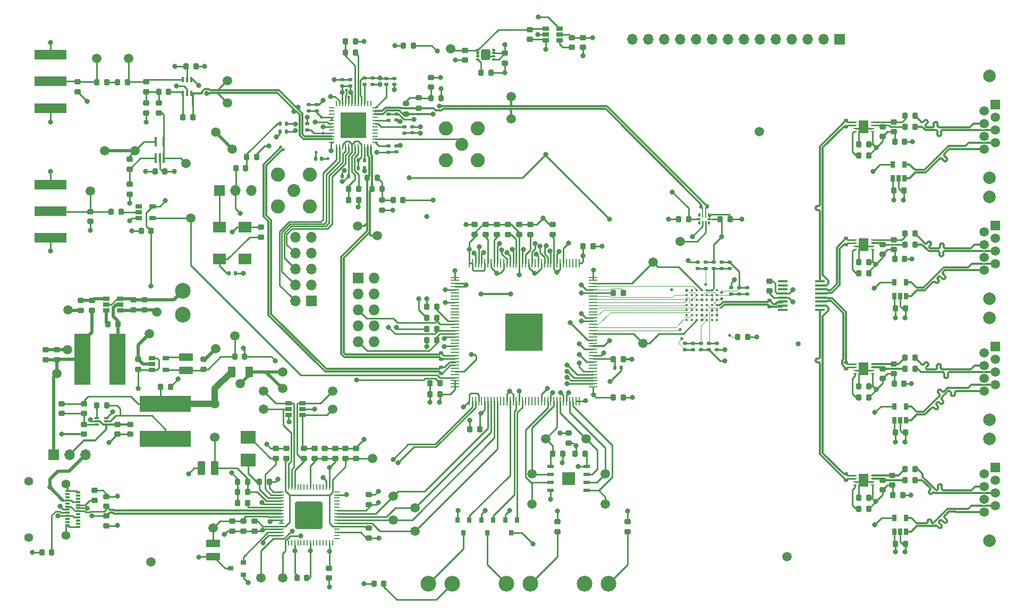
<source format=gbr>
G04 #@! TF.GenerationSoftware,KiCad,Pcbnew,9.0.0-9.0.0-2~ubuntu24.04.1*
G04 #@! TF.CreationDate,2025-03-10T11:07:58+01:00*
G04 #@! TF.ProjectId,Transmitter,5472616e-736d-4697-9474-65722e6b6963,rev?*
G04 #@! TF.SameCoordinates,Original*
G04 #@! TF.FileFunction,Copper,L1,Top*
G04 #@! TF.FilePolarity,Positive*
%FSLAX46Y46*%
G04 Gerber Fmt 4.6, Leading zero omitted, Abs format (unit mm)*
G04 Created by KiCad (PCBNEW 9.0.0-9.0.0-2~ubuntu24.04.1) date 2025-03-10 11:07:58*
%MOMM*%
%LPD*%
G01*
G04 APERTURE LIST*
G04 Aperture macros list*
%AMRoundRect*
0 Rectangle with rounded corners*
0 $1 Rounding radius*
0 $2 $3 $4 $5 $6 $7 $8 $9 X,Y pos of 4 corners*
0 Add a 4 corners polygon primitive as box body*
4,1,4,$2,$3,$4,$5,$6,$7,$8,$9,$2,$3,0*
0 Add four circle primitives for the rounded corners*
1,1,$1+$1,$2,$3*
1,1,$1+$1,$4,$5*
1,1,$1+$1,$6,$7*
1,1,$1+$1,$8,$9*
0 Add four rect primitives between the rounded corners*
20,1,$1+$1,$2,$3,$4,$5,0*
20,1,$1+$1,$4,$5,$6,$7,0*
20,1,$1+$1,$6,$7,$8,$9,0*
20,1,$1+$1,$8,$9,$2,$3,0*%
G04 Aperture macros list end*
G04 #@! TA.AperFunction,SMDPad,CuDef*
%ADD10RoundRect,0.218750X-0.218750X-0.256250X0.218750X-0.256250X0.218750X0.256250X-0.218750X0.256250X0*%
G04 #@! TD*
G04 #@! TA.AperFunction,SMDPad,CuDef*
%ADD11RoundRect,0.218750X-0.256250X0.218750X-0.256250X-0.218750X0.256250X-0.218750X0.256250X0.218750X0*%
G04 #@! TD*
G04 #@! TA.AperFunction,SMDPad,CuDef*
%ADD12RoundRect,0.218750X0.218750X0.256250X-0.218750X0.256250X-0.218750X-0.256250X0.218750X-0.256250X0*%
G04 #@! TD*
G04 #@! TA.AperFunction,SMDPad,CuDef*
%ADD13RoundRect,0.218750X0.256250X-0.218750X0.256250X0.218750X-0.256250X0.218750X-0.256250X-0.218750X0*%
G04 #@! TD*
G04 #@! TA.AperFunction,SMDPad,CuDef*
%ADD14RoundRect,0.147500X0.172500X-0.147500X0.172500X0.147500X-0.172500X0.147500X-0.172500X-0.147500X0*%
G04 #@! TD*
G04 #@! TA.AperFunction,SMDPad,CuDef*
%ADD15RoundRect,0.147500X-0.147500X-0.172500X0.147500X-0.172500X0.147500X0.172500X-0.147500X0.172500X0*%
G04 #@! TD*
G04 #@! TA.AperFunction,SMDPad,CuDef*
%ADD16RoundRect,0.147500X-0.172500X0.147500X-0.172500X-0.147500X0.172500X-0.147500X0.172500X0.147500X0*%
G04 #@! TD*
G04 #@! TA.AperFunction,SMDPad,CuDef*
%ADD17RoundRect,0.147500X0.147500X0.172500X-0.147500X0.172500X-0.147500X-0.172500X0.147500X-0.172500X0*%
G04 #@! TD*
G04 #@! TA.AperFunction,ComponentPad*
%ADD18C,2.500000*%
G04 #@! TD*
G04 #@! TA.AperFunction,ComponentPad*
%ADD19R,1.700000X1.700000*%
G04 #@! TD*
G04 #@! TA.AperFunction,ComponentPad*
%ADD20O,1.700000X1.700000*%
G04 #@! TD*
G04 #@! TA.AperFunction,ComponentPad*
%ADD21R,1.727200X1.727200*%
G04 #@! TD*
G04 #@! TA.AperFunction,ComponentPad*
%ADD22O,1.727200X1.727200*%
G04 #@! TD*
G04 #@! TA.AperFunction,SMDPad,CuDef*
%ADD23RoundRect,0.250000X-0.850000X0.375000X-0.850000X-0.375000X0.850000X-0.375000X0.850000X0.375000X0*%
G04 #@! TD*
G04 #@! TA.AperFunction,SMDPad,CuDef*
%ADD24R,2.600000X8.200000*%
G04 #@! TD*
G04 #@! TA.AperFunction,SMDPad,CuDef*
%ADD25R,0.800000X0.900000*%
G04 #@! TD*
G04 #@! TA.AperFunction,ComponentPad*
%ADD26C,1.500000*%
G04 #@! TD*
G04 #@! TA.AperFunction,SMDPad,CuDef*
%ADD27R,0.600000X0.250000*%
G04 #@! TD*
G04 #@! TA.AperFunction,SMDPad,CuDef*
%ADD28R,1.600000X2.000000*%
G04 #@! TD*
G04 #@! TA.AperFunction,SMDPad,CuDef*
%ADD29R,1.060000X0.650000*%
G04 #@! TD*
G04 #@! TA.AperFunction,SMDPad,CuDef*
%ADD30RoundRect,0.087500X-0.200000X-0.087500X0.200000X-0.087500X0.200000X0.087500X-0.200000X0.087500X0*%
G04 #@! TD*
G04 #@! TA.AperFunction,SMDPad,CuDef*
%ADD31RoundRect,0.250000X-0.475000X-0.620000X0.475000X-0.620000X0.475000X0.620000X-0.475000X0.620000X0*%
G04 #@! TD*
G04 #@! TA.AperFunction,SMDPad,CuDef*
%ADD32R,0.300000X0.575000*%
G04 #@! TD*
G04 #@! TA.AperFunction,SMDPad,CuDef*
%ADD33R,0.250000X0.575000*%
G04 #@! TD*
G04 #@! TA.AperFunction,SMDPad,CuDef*
%ADD34R,0.630000X0.350000*%
G04 #@! TD*
G04 #@! TA.AperFunction,SMDPad,CuDef*
%ADD35R,2.000000X1.800000*%
G04 #@! TD*
G04 #@! TA.AperFunction,ComponentPad*
%ADD36R,1.500000X1.500000*%
G04 #@! TD*
G04 #@! TA.AperFunction,ComponentPad*
%ADD37C,2.000000*%
G04 #@! TD*
G04 #@! TA.AperFunction,SMDPad,CuDef*
%ADD38RoundRect,0.062500X-0.337500X-0.062500X0.337500X-0.062500X0.337500X0.062500X-0.337500X0.062500X0*%
G04 #@! TD*
G04 #@! TA.AperFunction,SMDPad,CuDef*
%ADD39RoundRect,0.062500X-0.062500X-0.337500X0.062500X-0.337500X0.062500X0.337500X-0.062500X0.337500X0*%
G04 #@! TD*
G04 #@! TA.AperFunction,SMDPad,CuDef*
%ADD40RoundRect,0.249999X-1.925001X-1.925001X1.925001X-1.925001X1.925001X1.925001X-1.925001X1.925001X0*%
G04 #@! TD*
G04 #@! TA.AperFunction,SMDPad,CuDef*
%ADD41RoundRect,0.250000X0.850000X-0.375000X0.850000X0.375000X-0.850000X0.375000X-0.850000X-0.375000X0*%
G04 #@! TD*
G04 #@! TA.AperFunction,SMDPad,CuDef*
%ADD42R,0.900000X0.800000*%
G04 #@! TD*
G04 #@! TA.AperFunction,SMDPad,CuDef*
%ADD43R,2.400000X2.000000*%
G04 #@! TD*
G04 #@! TA.AperFunction,SMDPad,CuDef*
%ADD44RoundRect,0.062500X0.062500X-0.337500X0.062500X0.337500X-0.062500X0.337500X-0.062500X-0.337500X0*%
G04 #@! TD*
G04 #@! TA.AperFunction,SMDPad,CuDef*
%ADD45RoundRect,0.062500X0.337500X-0.062500X0.337500X0.062500X-0.337500X0.062500X-0.337500X-0.062500X0*%
G04 #@! TD*
G04 #@! TA.AperFunction,SMDPad,CuDef*
%ADD46R,4.100000X4.100000*%
G04 #@! TD*
G04 #@! TA.AperFunction,SMDPad,CuDef*
%ADD47RoundRect,0.200000X-0.200000X-0.275000X0.200000X-0.275000X0.200000X0.275000X-0.200000X0.275000X0*%
G04 #@! TD*
G04 #@! TA.AperFunction,SMDPad,CuDef*
%ADD48RoundRect,0.200000X0.275000X-0.200000X0.275000X0.200000X-0.275000X0.200000X-0.275000X-0.200000X0*%
G04 #@! TD*
G04 #@! TA.AperFunction,SMDPad,CuDef*
%ADD49RoundRect,0.200000X-0.275000X0.200000X-0.275000X-0.200000X0.275000X-0.200000X0.275000X0.200000X0*%
G04 #@! TD*
G04 #@! TA.AperFunction,SMDPad,CuDef*
%ADD50RoundRect,0.225000X-0.225000X-0.250000X0.225000X-0.250000X0.225000X0.250000X-0.225000X0.250000X0*%
G04 #@! TD*
G04 #@! TA.AperFunction,SMDPad,CuDef*
%ADD51RoundRect,0.225000X-0.250000X0.225000X-0.250000X-0.225000X0.250000X-0.225000X0.250000X0.225000X0*%
G04 #@! TD*
G04 #@! TA.AperFunction,SMDPad,CuDef*
%ADD52RoundRect,0.250000X-0.375000X-0.850000X0.375000X-0.850000X0.375000X0.850000X-0.375000X0.850000X0*%
G04 #@! TD*
G04 #@! TA.AperFunction,ComponentPad*
%ADD53C,2.050000*%
G04 #@! TD*
G04 #@! TA.AperFunction,ComponentPad*
%ADD54C,2.250000*%
G04 #@! TD*
G04 #@! TA.AperFunction,SMDPad,CuDef*
%ADD55R,0.400000X1.500000*%
G04 #@! TD*
G04 #@! TA.AperFunction,SMDPad,CuDef*
%ADD56RoundRect,0.250000X-0.375000X-0.625000X0.375000X-0.625000X0.375000X0.625000X-0.375000X0.625000X0*%
G04 #@! TD*
G04 #@! TA.AperFunction,SMDPad,CuDef*
%ADD57O,1.500000X0.250000*%
G04 #@! TD*
G04 #@! TA.AperFunction,SMDPad,CuDef*
%ADD58O,0.250000X1.500000*%
G04 #@! TD*
G04 #@! TA.AperFunction,SMDPad,CuDef*
%ADD59R,6.000000X6.000000*%
G04 #@! TD*
G04 #@! TA.AperFunction,SMDPad,CuDef*
%ADD60R,1.100000X0.500000*%
G04 #@! TD*
G04 #@! TA.AperFunction,SMDPad,CuDef*
%ADD61R,2.000000X2.000000*%
G04 #@! TD*
G04 #@! TA.AperFunction,SMDPad,CuDef*
%ADD62R,1.500000X0.450000*%
G04 #@! TD*
G04 #@! TA.AperFunction,SMDPad,CuDef*
%ADD63R,0.650000X1.060000*%
G04 #@! TD*
G04 #@! TA.AperFunction,SMDPad,CuDef*
%ADD64C,0.400000*%
G04 #@! TD*
G04 #@! TA.AperFunction,SMDPad,CuDef*
%ADD65R,5.080000X1.500000*%
G04 #@! TD*
G04 #@! TA.AperFunction,SMDPad,CuDef*
%ADD66R,0.350000X0.850000*%
G04 #@! TD*
G04 #@! TA.AperFunction,SMDPad,CuDef*
%ADD67R,0.700000X0.300000*%
G04 #@! TD*
G04 #@! TA.AperFunction,ComponentPad*
%ADD68C,1.400000*%
G04 #@! TD*
G04 #@! TA.AperFunction,SMDPad,CuDef*
%ADD69R,8.200000X2.600000*%
G04 #@! TD*
G04 #@! TA.AperFunction,SMDPad,CuDef*
%ADD70RoundRect,0.225000X0.225000X0.250000X-0.225000X0.250000X-0.225000X-0.250000X0.225000X-0.250000X0*%
G04 #@! TD*
G04 #@! TA.AperFunction,ViaPad*
%ADD71C,0.800000*%
G04 #@! TD*
G04 #@! TA.AperFunction,ViaPad*
%ADD72C,0.500000*%
G04 #@! TD*
G04 #@! TA.AperFunction,ViaPad*
%ADD73C,1.500000*%
G04 #@! TD*
G04 #@! TA.AperFunction,Conductor*
%ADD74C,0.125000*%
G04 #@! TD*
G04 #@! TA.AperFunction,Conductor*
%ADD75C,0.250000*%
G04 #@! TD*
G04 #@! TA.AperFunction,Conductor*
%ADD76C,0.300000*%
G04 #@! TD*
G04 #@! TA.AperFunction,Conductor*
%ADD77C,0.500000*%
G04 #@! TD*
G04 #@! TA.AperFunction,Conductor*
%ADD78C,1.000000*%
G04 #@! TD*
G04 #@! TA.AperFunction,Conductor*
%ADD79C,0.200000*%
G04 #@! TD*
G04 APERTURE END LIST*
D10*
X193776500Y-81026000D03*
X195351500Y-81026000D03*
D11*
X173990000Y-95478500D03*
X173990000Y-97053500D03*
D12*
X197129500Y-70866000D03*
X195554500Y-70866000D03*
X197129500Y-107696000D03*
X195554500Y-107696000D03*
X189763500Y-73660000D03*
X188188500Y-73660000D03*
X189763500Y-112268000D03*
X188188500Y-112268000D03*
X197129500Y-89662000D03*
X195554500Y-89662000D03*
X197129500Y-127254000D03*
X195554500Y-127254000D03*
X197129500Y-125476000D03*
X195554500Y-125476000D03*
X189763500Y-92456000D03*
X188188500Y-92456000D03*
D13*
X73406000Y-109525000D03*
X73406000Y-107950000D03*
D11*
X74422000Y-98501000D03*
X74422000Y-100076000D03*
D13*
X83820000Y-109525000D03*
X83820000Y-107950000D03*
D12*
X70155000Y-102362000D03*
X68580000Y-102362000D03*
D10*
X76936500Y-112395000D03*
X78511500Y-112395000D03*
D13*
X60452000Y-108001000D03*
X60452000Y-106426000D03*
X58674000Y-108001000D03*
X58674000Y-106426000D03*
D11*
X131826000Y-59131000D03*
X131826000Y-60706000D03*
D10*
X127990500Y-62230000D03*
X129565500Y-62230000D03*
D11*
X125476000Y-58648500D03*
X125476000Y-60223500D03*
D12*
X108509000Y-80772000D03*
X106934000Y-80772000D03*
D10*
X106426000Y-57277000D03*
X108001000Y-57277000D03*
D13*
X92964000Y-88443000D03*
X92964000Y-86868000D03*
D14*
X114554000Y-74884000D03*
X114554000Y-73914000D03*
X114554000Y-69804000D03*
X114554000Y-68834000D03*
D15*
X101646000Y-75946000D03*
X102616000Y-75946000D03*
D14*
X114173000Y-64135000D03*
X114173000Y-63165000D03*
X110744000Y-64089000D03*
X110744000Y-63119000D03*
D16*
X105918000Y-63373000D03*
X105918000Y-64343000D03*
D14*
X107188000Y-64343000D03*
X107188000Y-63373000D03*
D16*
X100330000Y-70404000D03*
X100330000Y-71374000D03*
D14*
X100584000Y-68303000D03*
X100584000Y-67333000D03*
D12*
X167665500Y-85598000D03*
X166090500Y-85598000D03*
X121437500Y-111760000D03*
X119862500Y-111760000D03*
X150647500Y-97409000D03*
X149072500Y-97409000D03*
D10*
X149072500Y-114046000D03*
X150647500Y-114046000D03*
D16*
X165608000Y-105433000D03*
X165608000Y-106403000D03*
D13*
X127000000Y-88036500D03*
X127000000Y-86461500D03*
D10*
X144246500Y-89916000D03*
X145821500Y-89916000D03*
D14*
X160528000Y-106403000D03*
X160528000Y-105433000D03*
D16*
X166370000Y-92479000D03*
X166370000Y-93449000D03*
D14*
X170434000Y-97513000D03*
X170434000Y-96543000D03*
X169164000Y-97513000D03*
X169164000Y-96543000D03*
D16*
X161798000Y-105433000D03*
X161798000Y-106403000D03*
D13*
X134112000Y-88036500D03*
X134112000Y-86461500D03*
D12*
X127787500Y-119126000D03*
X126212500Y-119126000D03*
D13*
X139446000Y-88036500D03*
X139446000Y-86461500D03*
D17*
X88877000Y-94234000D03*
X87907000Y-94234000D03*
D16*
X115824000Y-70912000D03*
X115824000Y-71882000D03*
X113284000Y-73960000D03*
X113284000Y-74930000D03*
D14*
X112903000Y-64112000D03*
X112903000Y-63142000D03*
X109474000Y-64089000D03*
X109474000Y-63119000D03*
X164338000Y-106403000D03*
X164338000Y-105433000D03*
D16*
X165100000Y-92479000D03*
X165100000Y-93449000D03*
X167894000Y-96543000D03*
X167894000Y-97513000D03*
D14*
X163068000Y-106403000D03*
X163068000Y-105433000D03*
D18*
X80518000Y-100838000D03*
X80518000Y-97028000D03*
D19*
X86360000Y-81026000D03*
D20*
X88900000Y-81026000D03*
X91440000Y-81026000D03*
D21*
X108458000Y-94996000D03*
D22*
X110998000Y-94996000D03*
X108458000Y-97536000D03*
X110998000Y-97536000D03*
X108458000Y-100076000D03*
X110998000Y-100076000D03*
X108458000Y-102616000D03*
X110998000Y-102616000D03*
X108458000Y-105156000D03*
X110998000Y-105156000D03*
D18*
X123444000Y-143764000D03*
X119634000Y-143764000D03*
X135890000Y-143764000D03*
X132080000Y-143764000D03*
D23*
X81026000Y-107578000D03*
X81026000Y-109728000D03*
D24*
X70104000Y-107950000D03*
X64504000Y-107950000D03*
D25*
X126172000Y-133620000D03*
X124272000Y-133620000D03*
X125222000Y-135620000D03*
D16*
X173990000Y-98575000D03*
X173990000Y-99545000D03*
X186182000Y-108481000D03*
X186182000Y-109451000D03*
D12*
X189763500Y-114046000D03*
X188188500Y-114046000D03*
D11*
X193802000Y-70078500D03*
X193802000Y-71653500D03*
X193802000Y-108686500D03*
X193802000Y-110261500D03*
X192024000Y-70840500D03*
X192024000Y-72415500D03*
X192024000Y-109448500D03*
X192024000Y-111023500D03*
D16*
X186182000Y-126284000D03*
X186182000Y-127254000D03*
D11*
X193802000Y-88874500D03*
X193802000Y-90449500D03*
X193548000Y-126466500D03*
X193548000Y-128041500D03*
D13*
X66040000Y-100127000D03*
X66040000Y-98552000D03*
D11*
X64262000Y-98551900D03*
X64262000Y-100126900D03*
D12*
X90526000Y-77470000D03*
X88951000Y-77470000D03*
X92253000Y-75692000D03*
X90678000Y-75692000D03*
D16*
X121666000Y-106957000D03*
X121666000Y-107927000D03*
D17*
X164061000Y-83566000D03*
X163091000Y-83566000D03*
D12*
X140995500Y-123063000D03*
X139420500Y-123063000D03*
D10*
X119354500Y-104902000D03*
X120929500Y-104902000D03*
D12*
X120929500Y-103124000D03*
X119354500Y-103124000D03*
D10*
X119354500Y-101346000D03*
X120929500Y-101346000D03*
D11*
X130556000Y-86461500D03*
X130556000Y-88036500D03*
X128778000Y-86461500D03*
X128778000Y-88036500D03*
X132334000Y-86461500D03*
X132334000Y-88036500D03*
X135890000Y-86461500D03*
X135890000Y-88036500D03*
D10*
X110947000Y-143764000D03*
X112522000Y-143764000D03*
D11*
X140208000Y-133858000D03*
X140208000Y-135433000D03*
X151384000Y-133858000D03*
X151384000Y-135433000D03*
X135763000Y-55346500D03*
X135763000Y-56921500D03*
D26*
X88773000Y-104267000D03*
X85598000Y-115062000D03*
X60452000Y-110236000D03*
X123190000Y-58420000D03*
X132842000Y-66040000D03*
X111506000Y-88265000D03*
X147828000Y-126238000D03*
X144780000Y-120650000D03*
X136144000Y-126238000D03*
X147828000Y-131064000D03*
X138303000Y-120650000D03*
X155448000Y-92456000D03*
X153797000Y-105410000D03*
X159766000Y-89154000D03*
D27*
X187576000Y-70116000D03*
X187576000Y-70616000D03*
X187576000Y-71116000D03*
X187576000Y-71616000D03*
X190376000Y-71616000D03*
X190376000Y-71116000D03*
X190376000Y-70616000D03*
X190376000Y-70116000D03*
D28*
X188976000Y-70866000D03*
D27*
X187576000Y-108724000D03*
X187576000Y-109224000D03*
X187576000Y-109724000D03*
X187576000Y-110224000D03*
X190376000Y-110224000D03*
X190376000Y-109724000D03*
X190376000Y-109224000D03*
X190376000Y-108724000D03*
D28*
X188976000Y-109474000D03*
D27*
X187576000Y-88912000D03*
X187576000Y-89412000D03*
X187576000Y-89912000D03*
X187576000Y-90412000D03*
X190376000Y-90412000D03*
X190376000Y-89912000D03*
X190376000Y-89412000D03*
X190376000Y-88912000D03*
D28*
X188976000Y-89662000D03*
D27*
X187576000Y-126504000D03*
X187576000Y-127004000D03*
X187576000Y-127504000D03*
X187576000Y-128004000D03*
X190376000Y-128004000D03*
X190376000Y-127504000D03*
X190376000Y-127004000D03*
X190376000Y-126504000D03*
D28*
X188976000Y-127254000D03*
D29*
X75608000Y-107762000D03*
X75608000Y-108712000D03*
X75608000Y-109662000D03*
X77808000Y-109662000D03*
X77808000Y-107762000D03*
X70526000Y-100198000D03*
X70526000Y-99248000D03*
X70526000Y-98298000D03*
X68326000Y-98298000D03*
X68326000Y-99248000D03*
X68326000Y-100198000D03*
D30*
X127490500Y-58613000D03*
X127490500Y-59113000D03*
X127490500Y-59613000D03*
X127490500Y-60113000D03*
X130065500Y-60113000D03*
X130065500Y-59613000D03*
X130065500Y-59113000D03*
X130065500Y-58613000D03*
D31*
X128778000Y-59363000D03*
D32*
X164326000Y-84960500D03*
D33*
X163826000Y-84960500D03*
X163326000Y-84960500D03*
D32*
X162826000Y-84960500D03*
D34*
X162716000Y-85598000D03*
D32*
X162826000Y-86235500D03*
D33*
X163326000Y-86235500D03*
X163826000Y-86235500D03*
D32*
X164326000Y-86235500D03*
D34*
X164436000Y-85598000D03*
D29*
X140546000Y-57084000D03*
X140546000Y-56134000D03*
X140546000Y-55184000D03*
X138346000Y-55184000D03*
X138346000Y-56134000D03*
X138346000Y-57084000D03*
D35*
X90380000Y-91948000D03*
X90380000Y-86868000D03*
X86380000Y-86868000D03*
X86380000Y-91948000D03*
D36*
X209931000Y-125222000D03*
D26*
X208151000Y-126242000D03*
X209931000Y-127262000D03*
X208151000Y-128282000D03*
X209931000Y-129302000D03*
X208151000Y-130322000D03*
X209931000Y-131342000D03*
X208151000Y-132362000D03*
D37*
X209041000Y-120652000D03*
X209041000Y-136912000D03*
D36*
X209931000Y-86614000D03*
D26*
X208151000Y-87634000D03*
X209931000Y-88654000D03*
X208151000Y-89674000D03*
X209931000Y-90694000D03*
X208151000Y-91714000D03*
X209931000Y-92734000D03*
X208151000Y-93754000D03*
D37*
X209041000Y-82044000D03*
X209041000Y-98304000D03*
D36*
X209931000Y-105918000D03*
D26*
X208151000Y-106938000D03*
X209931000Y-107958000D03*
X208151000Y-108978000D03*
X209931000Y-109998000D03*
X208151000Y-111018000D03*
X209931000Y-112038000D03*
X208151000Y-113058000D03*
D37*
X209041000Y-101348000D03*
X209041000Y-117608000D03*
D26*
X114046000Y-133604000D03*
X96393000Y-142875000D03*
X110744000Y-123748800D03*
X85598000Y-120396000D03*
X85344000Y-134874000D03*
X114046000Y-129794000D03*
X117475000Y-135382000D03*
X93345000Y-115938300D03*
D13*
X106426000Y-123749000D03*
X106426000Y-122174000D03*
X110172500Y-131153000D03*
X110172500Y-129578000D03*
X108077000Y-123749000D03*
X108077000Y-122174000D03*
D26*
X117475000Y-131699000D03*
X92964000Y-142875000D03*
D11*
X103822500Y-141300000D03*
X103822500Y-142875000D03*
D13*
X95275400Y-123748900D03*
X95275400Y-122173900D03*
D38*
X96134000Y-129092000D03*
X96134000Y-129592000D03*
X96134000Y-130092000D03*
X96134000Y-130592000D03*
X96134000Y-131092000D03*
X96134000Y-131592000D03*
X96134000Y-132092000D03*
X96134000Y-132592000D03*
X96134000Y-133092000D03*
X96134000Y-133592000D03*
X96134000Y-134092000D03*
X96134000Y-134592000D03*
X96134000Y-135092000D03*
X96134000Y-135592000D03*
X96134000Y-136092000D03*
X96134000Y-136592000D03*
D39*
X96834000Y-137292000D03*
X97334000Y-137292000D03*
X97834000Y-137292000D03*
X98334000Y-137292000D03*
X98834000Y-137292000D03*
X99334000Y-137292000D03*
X99834000Y-137292000D03*
X100334000Y-137292000D03*
X100834000Y-137292000D03*
X101334000Y-137292000D03*
X101834000Y-137292000D03*
X102334000Y-137292000D03*
X102834000Y-137292000D03*
X103334000Y-137292000D03*
X103834000Y-137292000D03*
X104334000Y-137292000D03*
D38*
X105034000Y-136592000D03*
X105034000Y-136092000D03*
X105034000Y-135592000D03*
X105034000Y-135092000D03*
X105034000Y-134592000D03*
X105034000Y-134092000D03*
X105034000Y-133592000D03*
X105034000Y-133092000D03*
X105034000Y-132592000D03*
X105034000Y-132092000D03*
X105034000Y-131592000D03*
X105034000Y-131092000D03*
X105034000Y-130592000D03*
X105034000Y-130092000D03*
X105034000Y-129592000D03*
X105034000Y-129092000D03*
D39*
X104334000Y-128392000D03*
X103834000Y-128392000D03*
X103334000Y-128392000D03*
X102834000Y-128392000D03*
X102334000Y-128392000D03*
X101834000Y-128392000D03*
X101334000Y-128392000D03*
X100834000Y-128392000D03*
X100334000Y-128392000D03*
X99834000Y-128392000D03*
X99334000Y-128392000D03*
X98834000Y-128392000D03*
X98334000Y-128392000D03*
X97834000Y-128392000D03*
X97334000Y-128392000D03*
X96834000Y-128392000D03*
D40*
X100584000Y-132842000D03*
D41*
X85344000Y-139446000D03*
X85344000Y-137296000D03*
D42*
X90154000Y-142301000D03*
X90154000Y-140401000D03*
X88154000Y-141351000D03*
D10*
X98691500Y-142875000D03*
X100266500Y-142875000D03*
D13*
X96977200Y-123748900D03*
X96977200Y-122173900D03*
X104775000Y-123749000D03*
X104775000Y-122174000D03*
D11*
X91948000Y-133807000D03*
X91948000Y-135382000D03*
D13*
X99822000Y-123748900D03*
X99822000Y-122173900D03*
D11*
X101473000Y-122174000D03*
X101473000Y-123749000D03*
X110172500Y-134886500D03*
X110172500Y-136461500D03*
D43*
X90932000Y-120379000D03*
X90932000Y-124079000D03*
D11*
X88392000Y-133807000D03*
X88392000Y-135382000D03*
X90170000Y-133807000D03*
X90170000Y-135382000D03*
D13*
X103124000Y-123749000D03*
X103124000Y-122174000D03*
D44*
X104946000Y-74062000D03*
X105446000Y-74062000D03*
X105946000Y-74062000D03*
X106446000Y-74062000D03*
X106946000Y-74062000D03*
X107446000Y-74062000D03*
X107946000Y-74062000D03*
X108446000Y-74062000D03*
X108946000Y-74062000D03*
X109446000Y-74062000D03*
X109946000Y-74062000D03*
X110446000Y-74062000D03*
D45*
X111146000Y-73362000D03*
X111146000Y-72862000D03*
X111146000Y-72362000D03*
X111146000Y-71862000D03*
X111146000Y-71362000D03*
X111146000Y-70862000D03*
X111146000Y-70362000D03*
X111146000Y-69862000D03*
X111146000Y-69362000D03*
X111146000Y-68862000D03*
X111146000Y-68362000D03*
X111146000Y-67862000D03*
D44*
X110446000Y-67162000D03*
X109946000Y-67162000D03*
X109446000Y-67162000D03*
X108946000Y-67162000D03*
X108446000Y-67162000D03*
X107946000Y-67162000D03*
X107446000Y-67162000D03*
X106946000Y-67162000D03*
X106446000Y-67162000D03*
X105946000Y-67162000D03*
X105446000Y-67162000D03*
X104946000Y-67162000D03*
D45*
X104246000Y-67862000D03*
X104246000Y-68362000D03*
X104246000Y-68862000D03*
X104246000Y-69362000D03*
X104246000Y-69862000D03*
X104246000Y-70362000D03*
X104246000Y-70862000D03*
X104246000Y-71362000D03*
X104246000Y-71862000D03*
X104246000Y-72362000D03*
X104246000Y-72862000D03*
X104246000Y-73362000D03*
D46*
X107696000Y-70612000D03*
D12*
X107975500Y-59055000D03*
X106400500Y-59055000D03*
D10*
X106934000Y-82550000D03*
X108509000Y-82550000D03*
D26*
X108331000Y-86741000D03*
D47*
X109856000Y-78994000D03*
X111506000Y-78994000D03*
X110618000Y-80772000D03*
X112268000Y-80772000D03*
D48*
X112268000Y-84200000D03*
X112268000Y-82550000D03*
D49*
X118110000Y-66231000D03*
X118110000Y-67881000D03*
D47*
X120016000Y-66294000D03*
X121666000Y-66294000D03*
D50*
X114020000Y-82550000D03*
X115570000Y-82550000D03*
D49*
X116078000Y-67184000D03*
X116078000Y-68834000D03*
D51*
X120015000Y-62979000D03*
X120015000Y-64529000D03*
D19*
X100965000Y-98679000D03*
D20*
X98425000Y-98679000D03*
X100965000Y-96139000D03*
X98425000Y-96139000D03*
X100965000Y-93599000D03*
X98425000Y-93599000D03*
X100965000Y-91059000D03*
X98425000Y-91059000D03*
X100965000Y-88519000D03*
X98425000Y-88519000D03*
D14*
X117094000Y-71836000D03*
X117094000Y-70866000D03*
X113284000Y-69850000D03*
X113284000Y-68880000D03*
D17*
X97005000Y-70358000D03*
X96035000Y-70358000D03*
D29*
X99568000Y-116885800D03*
X99568000Y-115935800D03*
X99568000Y-114985800D03*
X97368000Y-114985800D03*
X97368000Y-115935800D03*
X97368000Y-116885800D03*
D52*
X83448000Y-125349000D03*
X85598000Y-125349000D03*
D12*
X90805100Y-129159000D03*
X89230100Y-129159000D03*
X90805000Y-127508000D03*
X89230000Y-127508000D03*
D10*
X92710000Y-127508000D03*
X94285000Y-127508000D03*
D53*
X124968000Y-73660000D03*
D54*
X122428000Y-71120000D03*
X122428000Y-76200000D03*
X127508000Y-71120000D03*
X127508000Y-76200000D03*
D12*
X90805100Y-130937000D03*
X89230100Y-130937000D03*
D26*
X104381300Y-115938300D03*
X104394000Y-113030000D03*
X93345000Y-113030000D03*
D10*
X76073000Y-77978000D03*
X77648000Y-77978000D03*
D12*
X75438000Y-87503000D03*
X73863000Y-87503000D03*
D26*
X65786000Y-81153000D03*
X81788000Y-85471000D03*
D29*
X73492000Y-83571000D03*
X73492000Y-84521000D03*
X73492000Y-85471000D03*
X75692000Y-85471000D03*
X75692000Y-83571000D03*
D11*
X65786000Y-84404000D03*
X65786000Y-85979000D03*
D10*
X69088000Y-84455000D03*
X70663000Y-84455000D03*
D55*
X76185000Y-75879000D03*
X76835000Y-75879000D03*
X77485000Y-75879000D03*
X77485000Y-73219000D03*
X76185000Y-73219000D03*
D26*
X81026000Y-76708000D03*
D11*
X72644000Y-98501000D03*
X72644000Y-100076000D03*
D19*
X59944000Y-123190000D03*
D20*
X62484000Y-123190000D03*
X65024000Y-123190000D03*
D56*
X88259000Y-109982000D03*
X91059000Y-109982000D03*
D10*
X88785500Y-107569000D03*
X90360500Y-107569000D03*
D16*
X101854000Y-67333000D03*
X101854000Y-68303000D03*
D15*
X96035000Y-71628000D03*
X97005000Y-71628000D03*
D11*
X142494000Y-56616500D03*
X142494000Y-58191500D03*
D13*
X144272000Y-58191500D03*
X144272000Y-56616500D03*
D25*
X133792000Y-133620000D03*
X131892000Y-133620000D03*
X132842000Y-135620000D03*
D10*
X119862500Y-113538000D03*
X121437500Y-113538000D03*
D14*
X167640000Y-93449000D03*
X167640000Y-92479000D03*
D12*
X189763500Y-75438000D03*
X188188500Y-75438000D03*
X189763500Y-131826000D03*
X188188500Y-131826000D03*
X197129500Y-109474000D03*
X195554500Y-109474000D03*
D16*
X186182000Y-69873000D03*
X186182000Y-70843000D03*
D12*
X189763500Y-130048000D03*
X188188500Y-130048000D03*
X189763500Y-94234000D03*
X188188500Y-94234000D03*
D11*
X141986000Y-119735500D03*
X141986000Y-121310500D03*
D12*
X161061500Y-85598000D03*
X159486500Y-85598000D03*
D57*
X123874000Y-94882000D03*
X123874000Y-95382000D03*
X123874000Y-95882000D03*
X123874000Y-96382000D03*
X123874000Y-96882000D03*
X123874000Y-97382000D03*
X123874000Y-97882000D03*
X123874000Y-98382000D03*
X123874000Y-98882000D03*
X123874000Y-99382000D03*
X123874000Y-99882000D03*
X123874000Y-100382000D03*
X123874000Y-100882000D03*
X123874000Y-101382000D03*
X123874000Y-101882000D03*
X123874000Y-102382000D03*
X123874000Y-102882000D03*
X123874000Y-103382000D03*
X123874000Y-103882000D03*
X123874000Y-104382000D03*
X123874000Y-104882000D03*
X123874000Y-105382000D03*
X123874000Y-105882000D03*
X123874000Y-106382000D03*
X123874000Y-106882000D03*
X123874000Y-107382000D03*
X123874000Y-107882000D03*
X123874000Y-108382000D03*
X123874000Y-108882000D03*
X123874000Y-109382000D03*
X123874000Y-109882000D03*
X123874000Y-110382000D03*
X123874000Y-110882000D03*
X123874000Y-111382000D03*
X123874000Y-111882000D03*
X123874000Y-112382000D03*
D58*
X126124000Y-114632000D03*
X126624000Y-114632000D03*
X127124000Y-114632000D03*
X127624000Y-114632000D03*
X128124000Y-114632000D03*
X128624000Y-114632000D03*
X129124000Y-114632000D03*
X129624000Y-114632000D03*
X130124000Y-114632000D03*
X130624000Y-114632000D03*
X131124000Y-114632000D03*
X131624000Y-114632000D03*
X132124000Y-114632000D03*
X132624000Y-114632000D03*
X133124000Y-114632000D03*
X133624000Y-114632000D03*
X134124000Y-114632000D03*
X134624000Y-114632000D03*
X135124000Y-114632000D03*
X135624000Y-114632000D03*
X136124000Y-114632000D03*
X136624000Y-114632000D03*
X137124000Y-114632000D03*
X137624000Y-114632000D03*
X138124000Y-114632000D03*
X138624000Y-114632000D03*
X139124000Y-114632000D03*
X139624000Y-114632000D03*
X140124000Y-114632000D03*
X140624000Y-114632000D03*
X141124000Y-114632000D03*
X141624000Y-114632000D03*
X142124000Y-114632000D03*
X142624000Y-114632000D03*
X143124000Y-114632000D03*
X143624000Y-114632000D03*
D57*
X145874000Y-112382000D03*
X145874000Y-111882000D03*
X145874000Y-111382000D03*
X145874000Y-110882000D03*
X145874000Y-110382000D03*
X145874000Y-109882000D03*
X145874000Y-109382000D03*
X145874000Y-108882000D03*
X145874000Y-108382000D03*
X145874000Y-107882000D03*
X145874000Y-107382000D03*
X145874000Y-106882000D03*
X145874000Y-106382000D03*
X145874000Y-105882000D03*
X145874000Y-105382000D03*
X145874000Y-104882000D03*
X145874000Y-104382000D03*
X145874000Y-103882000D03*
X145874000Y-103382000D03*
X145874000Y-102882000D03*
X145874000Y-102382000D03*
X145874000Y-101882000D03*
X145874000Y-101382000D03*
X145874000Y-100882000D03*
X145874000Y-100382000D03*
X145874000Y-99882000D03*
X145874000Y-99382000D03*
X145874000Y-98882000D03*
X145874000Y-98382000D03*
X145874000Y-97882000D03*
X145874000Y-97382000D03*
X145874000Y-96882000D03*
X145874000Y-96382000D03*
X145874000Y-95882000D03*
X145874000Y-95382000D03*
X145874000Y-94882000D03*
D58*
X143624000Y-92632000D03*
X143124000Y-92632000D03*
X142624000Y-92632000D03*
X142124000Y-92632000D03*
X141624000Y-92632000D03*
X141124000Y-92632000D03*
X140624000Y-92632000D03*
X140124000Y-92632000D03*
X139624000Y-92632000D03*
X139124000Y-92632000D03*
X138624000Y-92632000D03*
X138124000Y-92632000D03*
X137624000Y-92632000D03*
X137124000Y-92632000D03*
X136624000Y-92632000D03*
X136124000Y-92632000D03*
X135624000Y-92632000D03*
X135124000Y-92632000D03*
X134624000Y-92632000D03*
X134124000Y-92632000D03*
X133624000Y-92632000D03*
X133124000Y-92632000D03*
X132624000Y-92632000D03*
X132124000Y-92632000D03*
X131624000Y-92632000D03*
X131124000Y-92632000D03*
X130624000Y-92632000D03*
X130124000Y-92632000D03*
X129624000Y-92632000D03*
X129124000Y-92632000D03*
X128624000Y-92632000D03*
X128124000Y-92632000D03*
X127624000Y-92632000D03*
X127124000Y-92632000D03*
X126624000Y-92632000D03*
X126124000Y-92632000D03*
D59*
X134874000Y-103632000D03*
D19*
X185166000Y-56896000D03*
D20*
X182626000Y-56896000D03*
X180086000Y-56896000D03*
X177546000Y-56896000D03*
X175006000Y-56896000D03*
X172466000Y-56896000D03*
X169926000Y-56896000D03*
X167386000Y-56896000D03*
X164846000Y-56896000D03*
X162306000Y-56896000D03*
X159766000Y-56896000D03*
X157226000Y-56896000D03*
X154686000Y-56896000D03*
X152146000Y-56896000D03*
D10*
X149072500Y-107950000D03*
X150647500Y-107950000D03*
D17*
X109428000Y-77470000D03*
X108458000Y-77470000D03*
X109451000Y-76200000D03*
X108481000Y-76200000D03*
D60*
X139086000Y-125069600D03*
X139086000Y-126339600D03*
X139086000Y-127609600D03*
X139086000Y-128879600D03*
X144886000Y-128879600D03*
X144886000Y-127609600D03*
X144886000Y-126339600D03*
X144886000Y-125069600D03*
D61*
X141986000Y-126974600D03*
D10*
X142976500Y-123063000D03*
X144551500Y-123063000D03*
X119354500Y-99568000D03*
X120929500Y-99568000D03*
D16*
X121666000Y-109243000D03*
X121666000Y-110213000D03*
D26*
X136144000Y-131064000D03*
D16*
X163830000Y-92479000D03*
X163830000Y-93449000D03*
D14*
X162560000Y-93449000D03*
X162560000Y-92479000D03*
D10*
X168884500Y-104394000D03*
X170459500Y-104394000D03*
D25*
X129982000Y-133620000D03*
X128082000Y-133620000D03*
X129032000Y-135620000D03*
D18*
X148336000Y-143764000D03*
X144526000Y-143764000D03*
D62*
X176120000Y-95515000D03*
X176120000Y-96165000D03*
X176120000Y-96815000D03*
X176120000Y-97465000D03*
X176120000Y-98115000D03*
X176120000Y-98765000D03*
X176120000Y-99415000D03*
X176120000Y-100065000D03*
X182020000Y-100065000D03*
X182020000Y-99415000D03*
X182020000Y-98765000D03*
X182020000Y-98115000D03*
X182020000Y-97465000D03*
X182020000Y-96815000D03*
X182020000Y-96165000D03*
X182020000Y-95515000D03*
D16*
X186182000Y-88669000D03*
X186182000Y-89639000D03*
D11*
X192024000Y-127228500D03*
X192024000Y-128803500D03*
D12*
X197129500Y-69088000D03*
X195554500Y-69088000D03*
D63*
X193868000Y-135466000D03*
X194818000Y-135466000D03*
X195768000Y-135466000D03*
X195768000Y-133266000D03*
X193868000Y-133266000D03*
D10*
X194030500Y-137414000D03*
X195605500Y-137414000D03*
D63*
X193868000Y-117686000D03*
X194818000Y-117686000D03*
X195768000Y-117686000D03*
X195768000Y-115486000D03*
X193868000Y-115486000D03*
D10*
X194030500Y-119634000D03*
X195605500Y-119634000D03*
D63*
X193614000Y-79078000D03*
X194564000Y-79078000D03*
X195514000Y-79078000D03*
X195514000Y-76878000D03*
X193614000Y-76878000D03*
D12*
X197129500Y-87884000D03*
X195554500Y-87884000D03*
D11*
X192024000Y-89636500D03*
X192024000Y-91211500D03*
D63*
X193868000Y-97874000D03*
X194818000Y-97874000D03*
X195768000Y-97874000D03*
X195768000Y-95674000D03*
X193868000Y-95674000D03*
D10*
X194030500Y-99822000D03*
X195605500Y-99822000D03*
D64*
X160795000Y-96914000D03*
X161595000Y-96914000D03*
X162395000Y-96914000D03*
X163195000Y-96914000D03*
X163995000Y-96914000D03*
X164795000Y-96914000D03*
X165595000Y-96914000D03*
X160795000Y-97714000D03*
X161595000Y-97714000D03*
X162395000Y-97714000D03*
X163195000Y-97714000D03*
X163995000Y-97714000D03*
X164795000Y-97714000D03*
X165595000Y-97714000D03*
X160795000Y-98514000D03*
X161595000Y-98514000D03*
X162395000Y-98514000D03*
X163195000Y-98514000D03*
X163995000Y-98514000D03*
X164795000Y-98514000D03*
X165595000Y-98514000D03*
X160795000Y-99314000D03*
X161595000Y-99314000D03*
X162395000Y-99314000D03*
X163195000Y-99314000D03*
X163995000Y-99314000D03*
X164795000Y-99314000D03*
X165595000Y-99314000D03*
X160795000Y-100114000D03*
X161595000Y-100114000D03*
X162395000Y-100114000D03*
X163195000Y-100114000D03*
X163995000Y-100114000D03*
X164795000Y-100114000D03*
X165595000Y-100114000D03*
X160795000Y-100914000D03*
X161595000Y-100914000D03*
X162395000Y-100914000D03*
X163195000Y-100914000D03*
X163995000Y-100914000D03*
X164795000Y-100914000D03*
X165595000Y-100914000D03*
X160795000Y-101714000D03*
X161595000Y-101714000D03*
X162395000Y-101714000D03*
X163195000Y-101714000D03*
X163995000Y-101714000D03*
X164795000Y-101714000D03*
X165595000Y-101714000D03*
D17*
X150345000Y-109347000D03*
X149375000Y-109347000D03*
D12*
X117246500Y-57912000D03*
X115671500Y-57912000D03*
D65*
X59436000Y-63627000D03*
X59436000Y-67877000D03*
X59436000Y-59377000D03*
D10*
X70104000Y-63754000D03*
X71679000Y-63754000D03*
D26*
X87630000Y-63500000D03*
X66802000Y-59944000D03*
X71882000Y-59944000D03*
D13*
X74676000Y-65278000D03*
X74676000Y-63703000D03*
X74676000Y-68631000D03*
X74676000Y-67056000D03*
D10*
X81026000Y-61214000D03*
X82601000Y-61214000D03*
D13*
X76708000Y-68631000D03*
X76708000Y-67056000D03*
D26*
X87630000Y-67056000D03*
D12*
X68377000Y-63754000D03*
X66802000Y-63754000D03*
D10*
X76657000Y-65278000D03*
X78232000Y-65278000D03*
X80518000Y-69342000D03*
X82093000Y-69342000D03*
D11*
X63754000Y-63703000D03*
X63754000Y-65278000D03*
D66*
X81818000Y-63332000D03*
X81168000Y-63332000D03*
X80518000Y-63332000D03*
X80518000Y-65532000D03*
X81168000Y-65532000D03*
X81818000Y-65532000D03*
D65*
X59436000Y-84328000D03*
X59436000Y-88578000D03*
X59436000Y-80078000D03*
D13*
X68326000Y-131445000D03*
X68326000Y-129870000D03*
D10*
X58039000Y-138811000D03*
X59614000Y-138811000D03*
D11*
X68326000Y-132969000D03*
X68326000Y-134544000D03*
D67*
X63821000Y-129203000D03*
X63821000Y-129703000D03*
X63821000Y-130203000D03*
X63821000Y-130703000D03*
X63821000Y-131203000D03*
X63821000Y-131703000D03*
X63821000Y-132203000D03*
X63821000Y-132703000D03*
X63821000Y-133203000D03*
X63821000Y-133703000D03*
X63821000Y-134203000D03*
X63821000Y-134703000D03*
X62121000Y-134453000D03*
X62121000Y-133953000D03*
X62121000Y-133453000D03*
X62121000Y-132953000D03*
X62121000Y-132453000D03*
X62121000Y-131953000D03*
X62121000Y-131453000D03*
X62121000Y-130953000D03*
X62121000Y-130453000D03*
X62121000Y-129953000D03*
X62121000Y-129453000D03*
X62121000Y-128953000D03*
D68*
X55961000Y-127463000D03*
X61911000Y-127823000D03*
X61911000Y-136083000D03*
X55961000Y-136443000D03*
D11*
X66421000Y-128879500D03*
X66421000Y-130454500D03*
X70104000Y-118338500D03*
X70104000Y-119913500D03*
X64770000Y-118338500D03*
X64770000Y-119913500D03*
D26*
X75438000Y-140335000D03*
X176784000Y-139446000D03*
X172339000Y-71628000D03*
X132842000Y-69596000D03*
D67*
X68314000Y-118356000D03*
X68314000Y-117856000D03*
X68314000Y-117356000D03*
X66814000Y-117356000D03*
X66814000Y-117856000D03*
X66814000Y-118356000D03*
D15*
X105941000Y-78740000D03*
X106911000Y-78740000D03*
D69*
X77724000Y-120656000D03*
X77724000Y-115056000D03*
D12*
X68351500Y-115316000D03*
X66776500Y-115316000D03*
D11*
X72136000Y-118338500D03*
X72136000Y-119913500D03*
X64770000Y-115036500D03*
X64770000Y-116611500D03*
X61214000Y-115036500D03*
X61214000Y-116611500D03*
D53*
X98171000Y-81026000D03*
D54*
X100711000Y-83566000D03*
X100711000Y-78486000D03*
X95631000Y-83566000D03*
X95631000Y-78486000D03*
D36*
X209931000Y-67310000D03*
D26*
X208151000Y-68330000D03*
X209931000Y-69350000D03*
X208151000Y-70370000D03*
X209931000Y-71390000D03*
X208151000Y-72410000D03*
X209931000Y-73430000D03*
X208151000Y-74450000D03*
D37*
X209041000Y-62740000D03*
X209041000Y-79000000D03*
D11*
X72009000Y-76047500D03*
X72009000Y-77622500D03*
X72009000Y-80057500D03*
X72009000Y-81632500D03*
D70*
X195479000Y-73253600D03*
X193929000Y-73253600D03*
X195478400Y-91948000D03*
X193928400Y-91948000D03*
X195376800Y-111861600D03*
X193826800Y-111861600D03*
X195199000Y-129590800D03*
X193649000Y-129590800D03*
D71*
X79248000Y-61214000D03*
X56515000Y-138811000D03*
X70104000Y-134493000D03*
X70104000Y-129794000D03*
X111633000Y-129032000D03*
X100834000Y-138561000D03*
X95631000Y-127127000D03*
X169545000Y-85598000D03*
D72*
X158369000Y-96901000D03*
D71*
X93218000Y-135255000D03*
X134112000Y-113030000D03*
D72*
X163195000Y-101714000D03*
D71*
X137906880Y-85455880D03*
X120396000Y-82550000D03*
X161671000Y-88392000D03*
X61214000Y-119888000D03*
X136525000Y-94234000D03*
X65278000Y-66802000D03*
X139446000Y-113299000D03*
X196646800Y-91973400D03*
X132588000Y-132080000D03*
X161036000Y-92202000D03*
X144018000Y-96139000D03*
X88265000Y-126111000D03*
X131826000Y-62230000D03*
X59436000Y-70104000D03*
D73*
X62103000Y-106426000D03*
D71*
X90932000Y-143637000D03*
X93075880Y-130825120D03*
X125603000Y-96139000D03*
X123952000Y-60198000D03*
X59436000Y-57404000D03*
X188976000Y-70866000D03*
X166878000Y-106426000D03*
X121539000Y-62992000D03*
X130556000Y-94234000D03*
X139065000Y-130302000D03*
X93853000Y-121539000D03*
X109347000Y-120777000D03*
X188976000Y-109474000D03*
X128651000Y-132080000D03*
X74676000Y-70104000D03*
D73*
X85725000Y-106299000D03*
D71*
X140462000Y-90805000D03*
X126873000Y-91059000D03*
X72009000Y-85852000D03*
X88392000Y-87630000D03*
X196494400Y-129616200D03*
D73*
X100584000Y-132842000D03*
D71*
X144272000Y-59563000D03*
X79756000Y-111125000D03*
X177673000Y-98806000D03*
X125603000Y-86487000D03*
X103886000Y-144272000D03*
X147320000Y-89916000D03*
X72390000Y-87503000D03*
X68707000Y-121285000D03*
X121031000Y-58801000D03*
X143129000Y-121793000D03*
D72*
X164795000Y-100163999D03*
D71*
X59436000Y-77978000D03*
D73*
X75184000Y-103886000D03*
D71*
X111760000Y-136525000D03*
X93319880Y-137261880D03*
X196596000Y-111810800D03*
X152146000Y-114046000D03*
X101473000Y-115951000D03*
X128778000Y-59436000D03*
D73*
X134874000Y-103632000D03*
D71*
X72009000Y-83058000D03*
X141986000Y-113299000D03*
X141986000Y-127000000D03*
X188976000Y-89662000D03*
X65786000Y-87376000D03*
X124333000Y-132080000D03*
D72*
X160795000Y-96914000D03*
D71*
X157861000Y-85598000D03*
X106553000Y-129540000D03*
X188976000Y-127254000D03*
X144018000Y-100711000D03*
X79121000Y-77978000D03*
X119888000Y-114808000D03*
X195580000Y-101346000D03*
X147574000Y-106934000D03*
X87122000Y-135890000D03*
X137033000Y-56134000D03*
X128016000Y-116586000D03*
X59436000Y-90678000D03*
X102870000Y-126873000D03*
X196723000Y-73253600D03*
X152019000Y-107950000D03*
D73*
X76327000Y-100457000D03*
D71*
X94361000Y-133858000D03*
X195326000Y-82550000D03*
X119380000Y-98298000D03*
X171958000Y-104394000D03*
X69342000Y-116332000D03*
X195580000Y-138684000D03*
X114554000Y-102870000D03*
D73*
X62230000Y-100076000D03*
D71*
X195580000Y-121158000D03*
X83947000Y-61214000D03*
X79502000Y-64389000D03*
X145923000Y-113665000D03*
X140970000Y-124460000D03*
X81407000Y-126238000D03*
X194056000Y-121158000D03*
X122301000Y-96901000D03*
D73*
X85725000Y-71755000D03*
D71*
X125222000Y-115570000D03*
X103886000Y-125222000D03*
X140589000Y-119761000D03*
X136779000Y-91186000D03*
X140081000Y-94107000D03*
X111633000Y-130810000D03*
X140716000Y-113299000D03*
X191008000Y-74168000D03*
X131826000Y-57785000D03*
X132588000Y-113030000D03*
X193802000Y-82550000D03*
X134112000Y-94488000D03*
X143510000Y-125095000D03*
X145796000Y-56642000D03*
X194056000Y-101346000D03*
X121412000Y-114808000D03*
X144018000Y-97409000D03*
X123825000Y-93853000D03*
D73*
X96393000Y-109982000D03*
D71*
X122174000Y-105918000D03*
X177673000Y-96901000D03*
X190881000Y-130683000D03*
D73*
X96393000Y-112649000D03*
D71*
X98334000Y-138517000D03*
X90170000Y-94234000D03*
X190881000Y-92837000D03*
X119380000Y-105918000D03*
X103834000Y-138609000D03*
D73*
X68072000Y-74676000D03*
D71*
X144653000Y-114554000D03*
X118110000Y-98298000D03*
X109347000Y-143764000D03*
X74549000Y-77978000D03*
X191008000Y-112776000D03*
X166370000Y-88392000D03*
X140208000Y-132207000D03*
X151384000Y-132207000D03*
D73*
X72898000Y-74676000D03*
D71*
X168402000Y-95250000D03*
X97409000Y-117983000D03*
X166878000Y-108204000D03*
D73*
X88392000Y-74422000D03*
D71*
X83058000Y-139573000D03*
X144272000Y-91440000D03*
X122301000Y-98933000D03*
X145923000Y-93726000D03*
D72*
X166370000Y-98298000D03*
D71*
X126238000Y-117729000D03*
X194056000Y-138684000D03*
X126111000Y-90424000D03*
D73*
X89662000Y-111887000D03*
D71*
X144018000Y-101854000D03*
X73406000Y-112649000D03*
X65786000Y-117602000D03*
X111887000Y-63119000D03*
X148590000Y-111506000D03*
D72*
X103632000Y-75946000D03*
D71*
X113919000Y-84201000D03*
X105918000Y-65405000D03*
D72*
X102890000Y-71862000D03*
D71*
X118364000Y-71882000D03*
X105918000Y-79629000D03*
X119380000Y-85163002D03*
D72*
X102636000Y-69362000D03*
D71*
X117348000Y-69723000D03*
X111379000Y-74930000D03*
X107296000Y-65405000D03*
X121666000Y-64770000D03*
X75438000Y-96266000D03*
X95250000Y-108204000D03*
X137160000Y-53340000D03*
X90170000Y-106172000D03*
X158496000Y-81280000D03*
X77724000Y-82677000D03*
X126492000Y-107188000D03*
X108204000Y-111252000D03*
X106250620Y-77802620D03*
X111887000Y-64135000D03*
D72*
X101727000Y-74930000D03*
D71*
X102870000Y-66675000D03*
X95377000Y-72517000D03*
X109474000Y-77901800D03*
X94234000Y-73914000D03*
X114173000Y-64973200D03*
D73*
X107696000Y-70612000D03*
D71*
X115138200Y-73837800D03*
X114300000Y-57912000D03*
X108458000Y-83653000D03*
X118364000Y-70866000D03*
X115163600Y-70053200D03*
X100330000Y-69342000D03*
X104648000Y-63373000D03*
X109347000Y-57277000D03*
X101619074Y-70084926D03*
X98420347Y-70480347D03*
X102878105Y-70857895D03*
X98425000Y-71501000D03*
D72*
X163195000Y-98514000D03*
X163830000Y-96012000D03*
X164795000Y-98514000D03*
X167640000Y-104140000D03*
X166370000Y-97276500D03*
X165595000Y-100914000D03*
X160020000Y-104648000D03*
D71*
X66040000Y-132969000D03*
X60960000Y-131445000D03*
X65299807Y-131729046D03*
X141732000Y-111887000D03*
X141732000Y-110871000D03*
X141732000Y-109870997D03*
X141732000Y-108870994D03*
X59309000Y-128397000D03*
X60579000Y-132969000D03*
X142240000Y-102108000D03*
X89662000Y-84709000D03*
X128016000Y-97536000D03*
X132715000Y-97536000D03*
X122174000Y-104656990D03*
X113284000Y-102870000D03*
X127762000Y-90043000D03*
X128399000Y-90932000D03*
X130937000Y-89535000D03*
X131318000Y-90551000D03*
X132145347Y-90964673D03*
X132974000Y-90424000D03*
X134769620Y-90431620D03*
X136611120Y-89479120D03*
X137423623Y-89921236D03*
X138409377Y-89854722D03*
X138974000Y-90678000D03*
X141986000Y-89408000D03*
X136271000Y-137414000D03*
X121412000Y-67564000D03*
X120396000Y-68834000D03*
X84328000Y-65532000D03*
X83058000Y-64262000D03*
X98224963Y-68399037D03*
D72*
X96045029Y-74074029D03*
D71*
X98879037Y-67744963D03*
D72*
X96486971Y-74515971D03*
D71*
X148463000Y-105029000D03*
X138303000Y-75311000D03*
X138303000Y-58547000D03*
X104140000Y-74676000D03*
X148463000Y-85598000D03*
X116586000Y-78994000D03*
X99314000Y-136144000D03*
X114808000Y-124460000D03*
X114038352Y-123946902D03*
X97917000Y-135382000D03*
D72*
X159766000Y-103251000D03*
X163195000Y-100914000D03*
X163195000Y-100114000D03*
D71*
X190754000Y-116459000D03*
X190754000Y-134366000D03*
X190500000Y-77978000D03*
X190627000Y-96647000D03*
X138557000Y-112649000D03*
X178562000Y-105537000D03*
X143637000Y-108585000D03*
X104013000Y-66040000D03*
X143637000Y-107188000D03*
D72*
X106582559Y-65006265D03*
D71*
X143637000Y-105537000D03*
D72*
X106946000Y-66108386D03*
D74*
X163195000Y-101714000D02*
X163195000Y-101714000D01*
X160795000Y-96914000D02*
X160795000Y-96914000D01*
D75*
X81026000Y-61214000D02*
X79248000Y-61214000D01*
X81168000Y-63332000D02*
X81168000Y-61356000D01*
X81168000Y-61356000D02*
X81026000Y-61214000D01*
X62371000Y-134703000D02*
X63821000Y-134703000D01*
X62121000Y-128953000D02*
X62121000Y-128033000D01*
X61911000Y-136083000D02*
X61911000Y-134663000D01*
X61911000Y-134663000D02*
X62121000Y-134453000D01*
X70053000Y-134544000D02*
X70104000Y-134493000D01*
X58039000Y-138811000D02*
X56515000Y-138811000D01*
X68326000Y-129870000D02*
X70028000Y-129870000D01*
X70028000Y-129870000D02*
X70104000Y-129794000D01*
X63821000Y-129203000D02*
X63571000Y-128953000D01*
X63571000Y-128953000D02*
X62121000Y-128953000D01*
X68326000Y-134544000D02*
X70053000Y-134544000D01*
X62121000Y-128033000D02*
X61911000Y-127823000D01*
X62121000Y-134453000D02*
X62371000Y-134703000D01*
X100834000Y-138561000D02*
X100834000Y-138517000D01*
X94627000Y-133592000D02*
X94361000Y-133858000D01*
X187576000Y-89912000D02*
X188726000Y-89912000D01*
X127787500Y-119126000D02*
X127787500Y-117754500D01*
X96134000Y-133592000D02*
X96134000Y-134092000D01*
X135890000Y-86461500D02*
X136901260Y-86461500D01*
X106426000Y-122174000D02*
X108077000Y-122174000D01*
X119354500Y-99568000D02*
X119354500Y-98323500D01*
X124272000Y-132141000D02*
X124333000Y-132080000D01*
X91948000Y-135382000D02*
X93091000Y-135382000D01*
X170459500Y-104394000D02*
X171958000Y-104394000D01*
X173990000Y-97491000D02*
X174614000Y-98115000D01*
X78511500Y-112395000D02*
X78511500Y-112369500D01*
X195605500Y-101320500D02*
X195580000Y-101346000D01*
X195605500Y-119634000D02*
X195605500Y-121132500D01*
X99568000Y-115935800D02*
X101457800Y-115935800D01*
X93091000Y-135382000D02*
X93218000Y-135255000D01*
X95275400Y-122173900D02*
X96977200Y-122173900D01*
X129565500Y-62230000D02*
X131826000Y-62230000D01*
X94909000Y-136092000D02*
X94134000Y-136092000D01*
X106501000Y-129592000D02*
X106553000Y-129540000D01*
X89154000Y-86868000D02*
X88392000Y-87630000D01*
X175120000Y-98115000D02*
X176120000Y-98115000D01*
X88392000Y-135382000D02*
X90170000Y-135382000D01*
X145874000Y-96882000D02*
X144761000Y-96882000D01*
X124272000Y-133620000D02*
X124272000Y-132141000D01*
X163326000Y-85948000D02*
X163326000Y-86737000D01*
X163326000Y-86737000D02*
X161671000Y-88392000D01*
X159486500Y-85598000D02*
X157861000Y-85598000D01*
X167665500Y-85123000D02*
X167415490Y-84872990D01*
X120015000Y-62979000D02*
X121526000Y-62979000D01*
X195427600Y-111810800D02*
X195376800Y-111861600D01*
X121526000Y-62979000D02*
X121539000Y-62992000D01*
X111696500Y-136461500D02*
X111760000Y-136525000D01*
X70104000Y-119913500D02*
X70078500Y-119913500D01*
X195605500Y-138658500D02*
X195580000Y-138684000D01*
X110172500Y-136461500D02*
X111696500Y-136461500D01*
X91948000Y-135382000D02*
X90170000Y-135382000D01*
X145874000Y-101382000D02*
X144689000Y-101382000D01*
X119862500Y-111760000D02*
X119862500Y-113538000D01*
X93319880Y-136906120D02*
X93319880Y-137261880D01*
X94134000Y-136092000D02*
X93319880Y-136906120D01*
X137624000Y-92632000D02*
X137624000Y-93389000D01*
X195351500Y-82524500D02*
X195326000Y-82550000D01*
X139124000Y-114632000D02*
X139124000Y-113621000D01*
X135624000Y-93333000D02*
X136525000Y-94234000D01*
X161313000Y-92479000D02*
X161036000Y-92202000D01*
D74*
X164795000Y-100114000D02*
X164795000Y-100163999D01*
D75*
X108077000Y-122174000D02*
X108077000Y-122047000D01*
X141624000Y-114632000D02*
X141624000Y-113661000D01*
X167665500Y-85598000D02*
X167665500Y-85123000D01*
X174614000Y-98115000D02*
X175120000Y-98115000D01*
X93381000Y-135092000D02*
X93218000Y-135255000D01*
X188188500Y-130048000D02*
X188188500Y-128041500D01*
X101457800Y-115935800D02*
X101473000Y-115951000D01*
X131826000Y-60706000D02*
X131826000Y-62230000D01*
X59436000Y-59377000D02*
X59436000Y-57404000D01*
X129624000Y-92632000D02*
X129624000Y-93302000D01*
D74*
X148654402Y-96671490D02*
X150384990Y-96671490D01*
D75*
X188188500Y-112268000D02*
X188188500Y-110261500D01*
X140124000Y-91143000D02*
X140462000Y-90805000D01*
X136901260Y-86461500D02*
X137906880Y-85455880D01*
X195168000Y-99822000D02*
X195605500Y-99822000D01*
X190376000Y-127504000D02*
X189226000Y-127504000D01*
X173990000Y-97053500D02*
X173990000Y-97491000D01*
X103334000Y-128392000D02*
X103334000Y-127337000D01*
X72390000Y-85471000D02*
X72009000Y-85852000D01*
X103124000Y-122174000D02*
X104775000Y-122174000D01*
X138912500Y-86461500D02*
X137906880Y-85455880D01*
X108828000Y-135592000D02*
X106259000Y-135592000D01*
X100834000Y-142745000D02*
X100834000Y-138561000D01*
X190376000Y-89912000D02*
X189226000Y-89912000D01*
X125360000Y-96382000D02*
X125603000Y-96139000D01*
X94285000Y-128468000D02*
X94909000Y-129092000D01*
X115570000Y-82550000D02*
X120396000Y-82550000D01*
X176982000Y-98115000D02*
X177673000Y-98806000D01*
X59436000Y-70104000D02*
X59436000Y-67877000D01*
X106259000Y-135592000D02*
X105034000Y-135592000D01*
X188188500Y-71653500D02*
X188976000Y-70866000D01*
D76*
X64770000Y-119913500D02*
X61239500Y-119913500D01*
D75*
X89230100Y-127508100D02*
X89230000Y-127508000D01*
X114808000Y-103124000D02*
X114554000Y-102870000D01*
X187576000Y-109724000D02*
X188726000Y-109724000D01*
X131624000Y-92632000D02*
X131624000Y-93632000D01*
X194818000Y-99472000D02*
X195168000Y-99822000D01*
X123977500Y-60223500D02*
X123952000Y-60198000D01*
D74*
X161595000Y-98514000D02*
X162395000Y-97714000D01*
D75*
X142646500Y-121310500D02*
X143129000Y-121793000D01*
X103334000Y-127337000D02*
X102870000Y-126873000D01*
X76835000Y-75879000D02*
X76835000Y-77602500D01*
X189226000Y-89912000D02*
X188976000Y-89662000D01*
X128082000Y-132649000D02*
X128651000Y-132080000D01*
D77*
X72522000Y-100198000D02*
X72644000Y-100076000D01*
X74168000Y-108712000D02*
X73406000Y-107950000D01*
X75608000Y-108712000D02*
X74168000Y-108712000D01*
D75*
X65786000Y-85979000D02*
X65786000Y-87376000D01*
X127787500Y-116814500D02*
X128016000Y-116586000D01*
X195168000Y-137414000D02*
X194818000Y-137064000D01*
X145874000Y-107382000D02*
X147126000Y-107382000D01*
X87630000Y-135382000D02*
X87122000Y-135890000D01*
X119862500Y-114782500D02*
X119888000Y-114808000D01*
D74*
X161982501Y-97301501D02*
X161182501Y-97301501D01*
D75*
X147126000Y-107382000D02*
X147574000Y-106934000D01*
X167415490Y-84872990D02*
X164701010Y-84872990D01*
X128016000Y-116586000D02*
X128624000Y-115978000D01*
X141986000Y-121310500D02*
X142646500Y-121310500D01*
X68314000Y-117356000D02*
X68318000Y-117356000D01*
D74*
X145874000Y-96882000D02*
X148443892Y-96882000D01*
D75*
X128082000Y-133620000D02*
X128082000Y-132649000D01*
X143129000Y-121793000D02*
X143129000Y-122910500D01*
X188188500Y-73660000D02*
X188188500Y-71653500D01*
X145821500Y-89916000D02*
X147320000Y-89916000D01*
X195168000Y-119634000D02*
X195605500Y-119634000D01*
X127124000Y-91310000D02*
X126873000Y-91059000D01*
X111087000Y-129578000D02*
X111633000Y-129032000D01*
X96134000Y-133592000D02*
X94627000Y-133592000D01*
D77*
X64262000Y-100126900D02*
X62280900Y-100126900D01*
X73406000Y-107950000D02*
X73406000Y-105664000D01*
X60452000Y-106426000D02*
X62103000Y-106426000D01*
D75*
X125346000Y-95882000D02*
X125603000Y-96139000D01*
D74*
X163995000Y-100914000D02*
X163195000Y-101714000D01*
D75*
X94909000Y-136092000D02*
X96134000Y-136092000D01*
X167665500Y-85598000D02*
X169545000Y-85598000D01*
X125476000Y-60223500D02*
X123977500Y-60223500D01*
X141624000Y-113661000D02*
X141986000Y-113299000D01*
X76835000Y-77602500D02*
X77210500Y-77978000D01*
X128624000Y-115978000D02*
X128624000Y-114632000D01*
X190376000Y-109724000D02*
X189226000Y-109724000D01*
X94909000Y-135092000D02*
X96134000Y-135092000D01*
X139446000Y-86461500D02*
X138912500Y-86461500D01*
D77*
X83820000Y-107950000D02*
X84074000Y-107950000D01*
D75*
X196596000Y-111810800D02*
X195427600Y-111810800D01*
X150647500Y-114046000D02*
X152146000Y-114046000D01*
X73863000Y-87503000D02*
X72390000Y-87503000D01*
X164401001Y-85172999D02*
X164326000Y-85172999D01*
X139124000Y-113976656D02*
X139124000Y-114632000D01*
X129028000Y-59613000D02*
X128778000Y-59363000D01*
X109697500Y-136461500D02*
X108828000Y-135592000D01*
X140124000Y-92632000D02*
X140124000Y-91143000D01*
D74*
X162395000Y-97714000D02*
X161982501Y-97301501D01*
D75*
X77648000Y-77978000D02*
X79121000Y-77978000D01*
X130065500Y-59613000D02*
X129028000Y-59613000D01*
X94909000Y-129092000D02*
X96134000Y-129092000D01*
X127124000Y-92632000D02*
X127124000Y-91310000D01*
X127000000Y-86461500D02*
X125628500Y-86461500D01*
X143129000Y-122910500D02*
X142976500Y-123063000D01*
X59436000Y-88578000D02*
X59436000Y-90678000D01*
X188976000Y-70866000D02*
X189226000Y-71116000D01*
X123874000Y-95882000D02*
X125346000Y-95882000D01*
X137624000Y-93389000D02*
X136779000Y-94234000D01*
X108077000Y-122047000D02*
X109347000Y-120777000D01*
X100834000Y-138517000D02*
X100834000Y-137292000D01*
D76*
X61239500Y-119913500D02*
X61214000Y-119888000D01*
D75*
X90380000Y-86868000D02*
X89154000Y-86868000D01*
X104775000Y-122174000D02*
X106426000Y-122174000D01*
X139086000Y-130281000D02*
X139065000Y-130302000D01*
D74*
X160994999Y-97113999D02*
X160795000Y-96914000D01*
D75*
X77210500Y-77978000D02*
X77648000Y-77978000D01*
X138346000Y-56134000D02*
X137033000Y-56134000D01*
X90380000Y-86868000D02*
X92964000Y-86868000D01*
X187576000Y-71116000D02*
X188726000Y-71116000D01*
X74676000Y-68631000D02*
X74676000Y-70104000D01*
X93342760Y-131092000D02*
X93075880Y-130825120D01*
X119354500Y-98323500D02*
X119380000Y-98298000D01*
D76*
X150647500Y-107950000D02*
X152019000Y-107950000D01*
D75*
X89230000Y-127508000D02*
X89230000Y-127076000D01*
X136779000Y-94234000D02*
X136525000Y-94234000D01*
X188188500Y-110261500D02*
X188976000Y-109474000D01*
X188726000Y-71116000D02*
X188976000Y-70866000D01*
X144761000Y-96882000D02*
X144018000Y-96139000D01*
X73492000Y-85471000D02*
X72390000Y-85471000D01*
X195605500Y-121132500D02*
X195580000Y-121158000D01*
X194564000Y-79078000D02*
X194564000Y-80676000D01*
X188188500Y-92456000D02*
X188188500Y-90449500D01*
X162560000Y-92479000D02*
X161313000Y-92479000D01*
X144272000Y-58191500D02*
X144272000Y-59563000D01*
X194564000Y-80676000D02*
X194914000Y-81026000D01*
X144689000Y-101382000D02*
X144018000Y-100711000D01*
X110172500Y-136461500D02*
X109697500Y-136461500D01*
X96134000Y-131092000D02*
X93342760Y-131092000D01*
X188726000Y-127504000D02*
X188976000Y-127254000D01*
X103822500Y-142875000D02*
X103822500Y-144208500D01*
X119862500Y-113538000D02*
X119862500Y-114782500D01*
X189226000Y-71116000D02*
X190376000Y-71116000D01*
X195478400Y-91948000D02*
X196621400Y-91948000D01*
D74*
X148443892Y-96882000D02*
X148654402Y-96671490D01*
D75*
X188726000Y-89912000D02*
X188976000Y-89662000D01*
X135624000Y-92632000D02*
X135624000Y-93333000D01*
X164701010Y-84872990D02*
X164401001Y-85172999D01*
X72009000Y-81632500D02*
X72009000Y-83058000D01*
X189226000Y-127504000D02*
X188976000Y-127254000D01*
X131022000Y-94234000D02*
X130556000Y-94234000D01*
X194818000Y-117686000D02*
X194818000Y-119284000D01*
X195199000Y-129590800D02*
X196469000Y-129590800D01*
X134112000Y-86461500D02*
X135890000Y-86461500D01*
D77*
X74422000Y-100076000D02*
X75946000Y-100076000D01*
D74*
X150647500Y-96934000D02*
X150647500Y-97409000D01*
X161182501Y-97301501D02*
X160994999Y-97113999D01*
D75*
X131892000Y-132776000D02*
X132588000Y-132080000D01*
X194818000Y-136246000D02*
X194818000Y-135466000D01*
D74*
X163995000Y-100914000D02*
X164044999Y-100914000D01*
D75*
X188188500Y-128041500D02*
X188976000Y-127254000D01*
X95250000Y-127508000D02*
X95631000Y-127127000D01*
X196621400Y-91948000D02*
X196646800Y-91973400D01*
X195605500Y-137414000D02*
X195605500Y-138658500D01*
X119354500Y-103124000D02*
X114808000Y-103124000D01*
X128778000Y-59363000D02*
X128778000Y-59436000D01*
X189226000Y-109724000D02*
X188976000Y-109474000D01*
X88392000Y-135382000D02*
X87630000Y-135382000D01*
X125628500Y-86461500D02*
X125603000Y-86487000D01*
X117246500Y-57912000D02*
X120142000Y-57912000D01*
X63754000Y-65278000D02*
X65278000Y-66802000D01*
X165608000Y-106403000D02*
X166855000Y-106403000D01*
X89230100Y-130937000D02*
X89230100Y-129159000D01*
D77*
X75946000Y-100076000D02*
X76327000Y-100457000D01*
D75*
X78511500Y-112369500D02*
X79756000Y-111125000D01*
X94909000Y-135092000D02*
X93381000Y-135092000D01*
X139124000Y-113621000D02*
X139446000Y-113299000D01*
X100266500Y-142875000D02*
X100704000Y-142875000D01*
X194818000Y-119284000D02*
X195168000Y-119634000D01*
X94285000Y-127508000D02*
X94285000Y-128468000D01*
X103822500Y-144208500D02*
X103886000Y-144272000D01*
X134124000Y-113042000D02*
X134112000Y-113030000D01*
X129624000Y-93302000D02*
X130556000Y-94234000D01*
X187576000Y-127504000D02*
X188726000Y-127504000D01*
X67773000Y-128879500D02*
X68326000Y-129432500D01*
X194818000Y-97874000D02*
X194818000Y-99472000D01*
X139086000Y-128879600D02*
X139086000Y-130281000D01*
X70104000Y-119913500D02*
X72136000Y-119913500D01*
X134124000Y-114632000D02*
X134124000Y-113042000D01*
X166855000Y-106403000D02*
X166878000Y-106426000D01*
X90154000Y-142301000D02*
X90154000Y-142859000D01*
D77*
X72644000Y-100076000D02*
X74422000Y-100076000D01*
D75*
X94487900Y-122173900D02*
X93853000Y-121539000D01*
X59436000Y-77978000D02*
X59436000Y-80078000D01*
X68326000Y-129432500D02*
X68326000Y-129870000D01*
X188726000Y-109724000D02*
X188976000Y-109474000D01*
X196469000Y-129590800D02*
X196494400Y-129616200D01*
X120142000Y-57912000D02*
X121031000Y-58801000D01*
D77*
X62280900Y-100126900D02*
X62230000Y-100076000D01*
D75*
X188188500Y-90449500D02*
X188976000Y-89662000D01*
X70078500Y-119913500D02*
X68707000Y-121285000D01*
D74*
X150384990Y-96671490D02*
X150647500Y-96934000D01*
D75*
X195605500Y-137414000D02*
X195168000Y-137414000D01*
X127787500Y-117754500D02*
X127787500Y-116814500D01*
X131892000Y-133620000D02*
X131892000Y-132776000D01*
D77*
X84074000Y-107950000D02*
X85725000Y-106299000D01*
D75*
X95275400Y-122173900D02*
X94487900Y-122173900D01*
X89230100Y-129159000D02*
X89230100Y-127508100D01*
D77*
X73406000Y-105664000D02*
X75184000Y-103886000D01*
X58674000Y-106426000D02*
X60452000Y-106426000D01*
D75*
X123874000Y-96382000D02*
X125360000Y-96382000D01*
X105034000Y-129592000D02*
X106501000Y-129592000D01*
X194818000Y-137064000D02*
X194818000Y-136246000D01*
X195351500Y-81026000D02*
X195351500Y-82524500D01*
X131624000Y-93632000D02*
X131022000Y-94234000D01*
X100704000Y-142875000D02*
X100834000Y-142745000D01*
X66421000Y-128879500D02*
X67773000Y-128879500D01*
X176120000Y-98115000D02*
X176982000Y-98115000D01*
X68318000Y-117356000D02*
X69342000Y-116332000D01*
X89230000Y-127076000D02*
X88265000Y-126111000D01*
X90154000Y-142859000D02*
X90932000Y-143637000D01*
D77*
X70526000Y-100198000D02*
X72522000Y-100198000D01*
D75*
X194914000Y-81026000D02*
X195351500Y-81026000D01*
X110172500Y-129578000D02*
X111087000Y-129578000D01*
X195479000Y-73253600D02*
X196723000Y-73253600D01*
X141624000Y-114632000D02*
X141624000Y-113976656D01*
X195605500Y-99822000D02*
X195605500Y-101320500D01*
X94285000Y-127508000D02*
X95250000Y-127508000D01*
X82601000Y-61214000D02*
X83947000Y-61214000D01*
X81168000Y-64857000D02*
X80700000Y-64389000D01*
X80700000Y-64389000D02*
X79502000Y-64389000D01*
X81168000Y-65532000D02*
X81168000Y-64857000D01*
X103834000Y-138609000D02*
X103834000Y-137847000D01*
X98334000Y-138517000D02*
X98334000Y-137632000D01*
X193826800Y-110286300D02*
X193802000Y-110261500D01*
X140208000Y-133858000D02*
X140208000Y-132207000D01*
X127624000Y-113632000D02*
X127624000Y-114632000D01*
X190376000Y-90412000D02*
X190376000Y-92281000D01*
X110947000Y-143764000D02*
X109347000Y-143764000D01*
X190500000Y-73660000D02*
X191008000Y-74168000D01*
X111290000Y-131153000D02*
X111633000Y-130810000D01*
X193868000Y-119471500D02*
X194030500Y-119634000D01*
X189763500Y-112268000D02*
X190500000Y-112268000D01*
X189763500Y-131826000D02*
X189763500Y-131800500D01*
D74*
X164795000Y-99314000D02*
X165595000Y-98514000D01*
D75*
X193928400Y-90575900D02*
X193802000Y-90449500D01*
X139624000Y-92632000D02*
X139624000Y-93650000D01*
X193548000Y-128041500D02*
X192786000Y-128041500D01*
X174879000Y-97224000D02*
X175120000Y-97465000D01*
X174465000Y-95478500D02*
X174879000Y-95892500D01*
X189763500Y-75438000D02*
X189763500Y-75412500D01*
X192786000Y-110261500D02*
X192024000Y-111023500D01*
X137124000Y-91531000D02*
X136779000Y-91186000D01*
X126124000Y-114632000D02*
X126124000Y-113632000D01*
X123874000Y-95382000D02*
X123874000Y-94882000D01*
X132124000Y-114632000D02*
X132124000Y-113494000D01*
X144246500Y-91414500D02*
X144272000Y-91440000D01*
X192024000Y-128803500D02*
X192024000Y-129540000D01*
X139624000Y-93650000D02*
X140081000Y-94107000D01*
X100834000Y-127885000D02*
X100834000Y-128392000D01*
X145874000Y-97382000D02*
X149045500Y-97382000D01*
X103834000Y-127167000D02*
X103834000Y-125274000D01*
X141124000Y-114632000D02*
X141124000Y-113707000D01*
X140995500Y-123063000D02*
X140995500Y-124434500D01*
X130844000Y-60113000D02*
X131826000Y-59131000D01*
X87249000Y-141351000D02*
X85344000Y-139446000D01*
X74355000Y-73219000D02*
X72898000Y-74676000D01*
X190376000Y-110224000D02*
X190376000Y-112093000D01*
X167894000Y-95758000D02*
X168402000Y-95250000D01*
X122210000Y-105882000D02*
X122174000Y-105918000D01*
X74483000Y-77912000D02*
X74549000Y-77978000D01*
X193868000Y-97874000D02*
X193868000Y-99659500D01*
X145770500Y-56616500D02*
X145796000Y-56642000D01*
X126124000Y-113632000D02*
X126345000Y-113411000D01*
X144886000Y-125069600D02*
X143535400Y-125069600D01*
X123874000Y-112757000D02*
X123874000Y-112382000D01*
X144246500Y-92384500D02*
X143999000Y-92632000D01*
X123874000Y-96882000D02*
X122320000Y-96882000D01*
X193868000Y-135466000D02*
X193868000Y-137251500D01*
X145874000Y-94882000D02*
X145874000Y-93775000D01*
X121437500Y-113538000D02*
X123093000Y-113538000D01*
X127403000Y-113411000D02*
X127624000Y-113632000D01*
X190376000Y-112093000D02*
X190201000Y-112268000D01*
X190201000Y-112268000D02*
X189763500Y-112268000D01*
X109671000Y-132092000D02*
X110172500Y-131590500D01*
X88154000Y-141351000D02*
X87249000Y-141351000D01*
X103822500Y-141300000D02*
X103834000Y-141288500D01*
X123874000Y-93902000D02*
X123825000Y-93853000D01*
X76185000Y-73219000D02*
X74355000Y-73219000D01*
X128624000Y-93632000D02*
X128403000Y-93853000D01*
X173990000Y-95478500D02*
X174465000Y-95478500D01*
X144886000Y-123397500D02*
X144551500Y-123063000D01*
X166370000Y-88392000D02*
X166370000Y-85877500D01*
X134112000Y-88671500D02*
X134112000Y-88036500D01*
X104775000Y-124333000D02*
X103886000Y-125222000D01*
X193868000Y-117686000D02*
X193868000Y-119471500D01*
X165100000Y-92479000D02*
X163830000Y-92479000D01*
X194030500Y-99822000D02*
X194030500Y-101320500D01*
X189763500Y-114020500D02*
X191008000Y-112776000D01*
X126345000Y-113411000D02*
X127403000Y-113411000D01*
X103834000Y-141288500D02*
X103834000Y-138609000D01*
X103834000Y-125274000D02*
X103886000Y-125222000D01*
X189763500Y-92456000D02*
X190500000Y-92456000D01*
X133124000Y-113566000D02*
X132588000Y-113030000D01*
X98691500Y-142400000D02*
X98334000Y-142042500D01*
X85344000Y-139446000D02*
X83185000Y-139446000D01*
X126212500Y-119126000D02*
X126212500Y-117754500D01*
X119354500Y-101346000D02*
X118110000Y-100101500D01*
X110172500Y-131590500D02*
X110172500Y-131153000D01*
X123874000Y-111882000D02*
X123874000Y-111382000D01*
X144246500Y-89916000D02*
X144246500Y-91338500D01*
X128303000Y-86461500D02*
X127000000Y-87764500D01*
X193928400Y-91948000D02*
X193928400Y-90575900D01*
X126124000Y-89350000D02*
X127000000Y-88474000D01*
X123874000Y-94882000D02*
X123874000Y-93902000D01*
X103834000Y-127167000D02*
X103834000Y-128392000D01*
X167894000Y-96543000D02*
X167894000Y-95758000D01*
X149072500Y-114046000D02*
X146304000Y-114046000D01*
X104775000Y-123749000D02*
X104775000Y-124333000D01*
X145874000Y-101882000D02*
X144046000Y-101882000D01*
X119380000Y-105918000D02*
X119380000Y-104927500D01*
X121437500Y-114782500D02*
X121412000Y-114808000D01*
X190376000Y-129873000D02*
X190376000Y-128379000D01*
X190500000Y-112268000D02*
X191008000Y-112776000D01*
X189763500Y-130048000D02*
X190246000Y-130048000D01*
X141124000Y-113707000D02*
X140716000Y-113299000D01*
X193776500Y-81026000D02*
X193776500Y-82524500D01*
X146304000Y-114046000D02*
X145923000Y-113665000D01*
X139624000Y-88652000D02*
X139446000Y-88474000D01*
X177109000Y-97465000D02*
X177673000Y-96901000D01*
X189763500Y-73660000D02*
X190500000Y-73660000D01*
D77*
X91059000Y-109982000D02*
X91059000Y-110490000D01*
D75*
X101473000Y-124333000D02*
X100834000Y-124972000D01*
D77*
X91059000Y-110490000D02*
X89662000Y-111887000D01*
D75*
X166370000Y-85877500D02*
X166090500Y-85598000D01*
X106259000Y-132092000D02*
X105034000Y-132092000D01*
X101473000Y-123749000D02*
X103124000Y-123749000D01*
X192024000Y-111760000D02*
X191008000Y-112776000D01*
X130065500Y-59113000D02*
X131808000Y-59113000D01*
X144272000Y-56616500D02*
X145770500Y-56616500D01*
X143124000Y-114632000D02*
X143624000Y-114632000D01*
X103834000Y-137847000D02*
X103834000Y-137292000D01*
X130556000Y-86461500D02*
X132334000Y-86461500D01*
X126124000Y-90411000D02*
X126111000Y-90424000D01*
X144575000Y-114632000D02*
X144653000Y-114554000D01*
X190376000Y-128379000D02*
X190376000Y-128004000D01*
X193614000Y-80863500D02*
X193776500Y-81026000D01*
X88877000Y-94234000D02*
X90170000Y-94234000D01*
X76073000Y-77978000D02*
X74549000Y-77978000D01*
X166139000Y-108204000D02*
X166878000Y-108204000D01*
X123874000Y-112382000D02*
X123874000Y-111882000D01*
X165100000Y-89662000D02*
X166370000Y-88392000D01*
X192786000Y-71653500D02*
X192024000Y-72415500D01*
X128778000Y-86461500D02*
X128303000Y-86461500D01*
X165100000Y-92479000D02*
X165100000Y-89662000D01*
X123874000Y-105882000D02*
X122210000Y-105882000D01*
X143624000Y-114632000D02*
X144575000Y-114632000D01*
X132334000Y-86461500D02*
X132809000Y-86461500D01*
D77*
X93726000Y-109982000D02*
X96393000Y-112649000D01*
D75*
X97368000Y-117942000D02*
X97409000Y-117983000D01*
X131826000Y-59131000D02*
X131826000Y-57785000D01*
X118110000Y-100101500D02*
X118110000Y-98298000D01*
X140614500Y-119735500D02*
X140589000Y-119761000D01*
X193776500Y-82524500D02*
X193802000Y-82550000D01*
X145874000Y-94882000D02*
X145874000Y-95382000D01*
X193929000Y-73253600D02*
X193929000Y-71780500D01*
X190201000Y-92456000D02*
X189763500Y-92456000D01*
X144246500Y-91338500D02*
X144246500Y-92384500D01*
X132809000Y-86461500D02*
X134112000Y-87764500D01*
X140995500Y-124434500D02*
X140970000Y-124460000D01*
X72009000Y-75565000D02*
X72898000Y-74676000D01*
D77*
X93726000Y-109982000D02*
X96393000Y-109982000D01*
D75*
X176120000Y-97465000D02*
X177109000Y-97465000D01*
X192786000Y-128041500D02*
X192024000Y-128803500D01*
X142011500Y-56134000D02*
X142494000Y-56616500D01*
X123093000Y-113538000D02*
X123874000Y-112757000D01*
X189763500Y-131800500D02*
X190881000Y-130683000D01*
X190376000Y-92281000D02*
X190201000Y-92456000D01*
X140624000Y-93564000D02*
X140081000Y-94107000D01*
X190500000Y-92456000D02*
X190881000Y-92837000D01*
X121437500Y-113538000D02*
X121437500Y-114782500D01*
X106259000Y-132092000D02*
X109671000Y-132092000D01*
X189763500Y-73660000D02*
X190201000Y-73660000D01*
X140546000Y-56134000D02*
X142011500Y-56134000D01*
X193929000Y-71780500D02*
X193802000Y-71653500D01*
X194030500Y-138658500D02*
X194056000Y-138684000D01*
X137124000Y-92632000D02*
X137124000Y-91531000D01*
X126845000Y-93853000D02*
X126624000Y-93632000D01*
D77*
X72898000Y-74676000D02*
X68072000Y-74676000D01*
D75*
X98691500Y-142875000D02*
X98691500Y-142400000D01*
X126124000Y-114668000D02*
X125222000Y-115570000D01*
X190376000Y-71991000D02*
X190376000Y-71616000D01*
X83185000Y-139446000D02*
X83058000Y-139573000D01*
X139624000Y-92632000D02*
X139624000Y-88652000D01*
X144272000Y-56616500D02*
X142494000Y-56616500D01*
X145874000Y-97382000D02*
X144045000Y-97382000D01*
X194030500Y-119634000D02*
X194030500Y-121132500D01*
X192024000Y-73152000D02*
X191008000Y-74168000D01*
X193826800Y-111861600D02*
X193826800Y-110286300D01*
X192024000Y-72415500D02*
X192024000Y-73152000D01*
D74*
X166154000Y-98514000D02*
X166370000Y-98298000D01*
D75*
X126624000Y-93632000D02*
X126624000Y-92632000D01*
X192024000Y-91211500D02*
X192024000Y-91694000D01*
X126124000Y-92632000D02*
X126124000Y-90411000D01*
D74*
X165595000Y-98514000D02*
X166154000Y-98514000D01*
D75*
X193802000Y-71653500D02*
X192786000Y-71653500D01*
X190201000Y-73660000D02*
X190376000Y-73485000D01*
X194030500Y-101320500D02*
X194056000Y-101346000D01*
X190376000Y-73485000D02*
X190376000Y-71991000D01*
X98334000Y-142042500D02*
X98334000Y-139292000D01*
X164751000Y-85598000D02*
X166090500Y-85598000D01*
X144046000Y-101882000D02*
X144018000Y-101854000D01*
X193614000Y-79078000D02*
X193614000Y-80863500D01*
X132124000Y-113494000D02*
X132588000Y-113030000D01*
X101473000Y-123749000D02*
X101473000Y-124333000D01*
X110172500Y-131153000D02*
X111290000Y-131153000D01*
X127000000Y-87764500D02*
X127000000Y-88036500D01*
X145874000Y-112382000D02*
X145874000Y-113616000D01*
X130065500Y-59113000D02*
X130065500Y-58613000D01*
X98334000Y-139292000D02*
X98334000Y-138517000D01*
X194030500Y-121132500D02*
X194056000Y-121158000D01*
X122352000Y-98882000D02*
X122301000Y-98933000D01*
X128624000Y-92632000D02*
X128624000Y-93632000D01*
X190201000Y-130048000D02*
X190376000Y-129873000D01*
X126212500Y-117754500D02*
X126238000Y-117729000D01*
X128403000Y-93853000D02*
X126845000Y-93853000D01*
X164338000Y-106403000D02*
X166139000Y-108204000D01*
X163068000Y-106403000D02*
X164338000Y-106403000D01*
X139446000Y-88474000D02*
X139446000Y-88036500D01*
X119380000Y-104927500D02*
X119354500Y-104902000D01*
X134124000Y-92632000D02*
X134124000Y-94476000D01*
X192786000Y-90449500D02*
X192024000Y-91211500D01*
X122320000Y-96882000D02*
X122301000Y-96901000D01*
X133124000Y-114632000D02*
X133124000Y-113566000D01*
X97368000Y-116885800D02*
X97368000Y-117942000D01*
X189763500Y-93954500D02*
X190881000Y-92837000D01*
X83448000Y-125349000D02*
X82296000Y-125349000D01*
X130556000Y-86461500D02*
X128778000Y-86461500D01*
X189763500Y-75412500D02*
X191008000Y-74168000D01*
X192024000Y-91694000D02*
X190881000Y-92837000D01*
X145874000Y-93775000D02*
X145923000Y-93726000D01*
X126624000Y-92632000D02*
X126124000Y-92632000D01*
X174879000Y-95892500D02*
X174879000Y-97224000D01*
X127000000Y-88474000D02*
X127000000Y-88036500D01*
X141986000Y-119735500D02*
X140614500Y-119735500D01*
X149045500Y-97382000D02*
X149072500Y-97409000D01*
X145874000Y-113616000D02*
X145923000Y-113665000D01*
X72009000Y-76047500D02*
X72009000Y-75565000D01*
X82296000Y-125349000D02*
X81407000Y-126238000D01*
X192024000Y-129540000D02*
X190881000Y-130683000D01*
X134112000Y-87764500D02*
X134112000Y-88036500D01*
X190246000Y-130048000D02*
X190881000Y-130683000D01*
X144045000Y-97382000D02*
X144018000Y-97409000D01*
X193649000Y-129590800D02*
X193649000Y-128142500D01*
X98334000Y-138517000D02*
X98334000Y-138517000D01*
X193802000Y-110261500D02*
X192786000Y-110261500D01*
X123874000Y-98882000D02*
X122352000Y-98882000D01*
X193868000Y-137251500D02*
X194030500Y-137414000D01*
X143535400Y-125069600D02*
X143510000Y-125095000D01*
X151384000Y-133858000D02*
X151384000Y-132207000D01*
X193649000Y-128142500D02*
X193548000Y-128041500D01*
X189763500Y-130048000D02*
X190201000Y-130048000D01*
X140624000Y-92632000D02*
X140624000Y-93564000D01*
X134124000Y-94476000D02*
X134112000Y-94488000D01*
X143999000Y-92632000D02*
X143624000Y-92632000D01*
X193802000Y-90449500D02*
X192786000Y-90449500D01*
X144886000Y-125069600D02*
X144886000Y-123397500D01*
X189763500Y-94234000D02*
X189763500Y-93954500D01*
X131808000Y-59113000D02*
X131826000Y-59131000D01*
X192024000Y-111023500D02*
X192024000Y-111760000D01*
X194030500Y-137414000D02*
X194030500Y-138658500D01*
X100834000Y-124972000D02*
X100834000Y-127885000D01*
X103124000Y-123749000D02*
X104775000Y-123749000D01*
X193868000Y-99659500D02*
X194030500Y-99822000D01*
D77*
X91059000Y-109982000D02*
X93726000Y-109982000D01*
D75*
X126124000Y-90411000D02*
X126124000Y-89350000D01*
X189763500Y-114046000D02*
X189763500Y-114020500D01*
X126124000Y-114632000D02*
X126124000Y-114668000D01*
X134112000Y-88671500D02*
X134112000Y-92620000D01*
X144246500Y-91338500D02*
X144246500Y-91414500D01*
X130065500Y-60113000D02*
X130844000Y-60113000D01*
X175120000Y-97465000D02*
X176120000Y-97465000D01*
D77*
X88392000Y-74422000D02*
X85725000Y-71755000D01*
D75*
X134112000Y-92620000D02*
X134124000Y-92632000D01*
X94501900Y-123748900D02*
X94800400Y-123748900D01*
X90932000Y-120379000D02*
X91132000Y-120379000D01*
X94800400Y-123748900D02*
X95275400Y-123748900D01*
X95275400Y-123748900D02*
X95275400Y-124688600D01*
X95275400Y-124688600D02*
X93597490Y-126366510D01*
X91132000Y-120379000D02*
X94501900Y-123748900D01*
X94540000Y-129592000D02*
X96134000Y-129592000D01*
X93597490Y-126366510D02*
X93597490Y-128649490D01*
X93597490Y-128649490D02*
X94540000Y-129592000D01*
X109403000Y-134592000D02*
X106259000Y-134592000D01*
X94909000Y-134592000D02*
X96134000Y-134592000D01*
X93208000Y-134592000D02*
X94909000Y-134592000D01*
X106426000Y-123749000D02*
X106426000Y-125075000D01*
X97477999Y-129608999D02*
X97477999Y-133916001D01*
X104334000Y-129145998D02*
X103870999Y-129608999D01*
X96977200Y-124186400D02*
X96834000Y-124329600D01*
X104366000Y-134592000D02*
X105034000Y-134592000D01*
X108077000Y-123749000D02*
X106426000Y-123749000D01*
X106259000Y-134592000D02*
X105034000Y-134592000D01*
X96834000Y-128965000D02*
X96834000Y-128392000D01*
X104334000Y-127167000D02*
X104334000Y-129145998D01*
X103870999Y-129608999D02*
X103870999Y-134096999D01*
X110744000Y-123748800D02*
X108077200Y-123748800D01*
X109697500Y-134886500D02*
X109403000Y-134592000D01*
X108077200Y-123748800D02*
X108077000Y-123749000D01*
X91948000Y-133807000D02*
X92423000Y-133807000D01*
X92423000Y-133807000D02*
X93208000Y-134592000D01*
X96834000Y-127167000D02*
X96834000Y-128392000D01*
X103870999Y-129608999D02*
X97477999Y-129608999D01*
X103870999Y-134096999D02*
X104366000Y-134592000D01*
X96802000Y-134592000D02*
X96134000Y-134592000D01*
X96977200Y-123748900D02*
X96977200Y-124186400D01*
X96834000Y-124329600D02*
X96834000Y-127167000D01*
X97477999Y-133916001D02*
X96802000Y-134592000D01*
X110172500Y-134886500D02*
X109697500Y-134886500D01*
X106426000Y-125075000D02*
X104334000Y-127167000D01*
X97477999Y-129608999D02*
X96834000Y-128965000D01*
X92710000Y-127508000D02*
X92272500Y-127508000D01*
X94068298Y-130092000D02*
X94909000Y-130092000D01*
X94909000Y-130092000D02*
X96134000Y-130092000D01*
X92710000Y-127508000D02*
X92710000Y-128733702D01*
X92710000Y-128733702D02*
X94068298Y-130092000D01*
X90932000Y-126167500D02*
X90932000Y-124079000D01*
X92272500Y-127508000D02*
X90932000Y-126167500D01*
X190376000Y-70616000D02*
X191799500Y-70616000D01*
X193294000Y-70866000D02*
X195554500Y-70866000D01*
X193040000Y-70612000D02*
X193294000Y-70866000D01*
X192024000Y-70840500D02*
X192049500Y-70840500D01*
X192049500Y-70840500D02*
X192278000Y-70612000D01*
X191799500Y-70616000D02*
X192024000Y-70840500D01*
X192278000Y-70612000D02*
X193040000Y-70612000D01*
D76*
X192024000Y-109448500D02*
X195529000Y-109448500D01*
X190376000Y-109224000D02*
X191799500Y-109224000D01*
X195529000Y-109448500D02*
X195554500Y-109474000D01*
X191799500Y-109224000D02*
X192024000Y-109448500D01*
D75*
X193802000Y-70078500D02*
X195097500Y-70078500D01*
X190376000Y-70116000D02*
X193764500Y-70116000D01*
X193764500Y-70116000D02*
X193802000Y-70078500D01*
X195097500Y-70078500D02*
X195554500Y-69621500D01*
X195554500Y-69621500D02*
X195554500Y-69088000D01*
D76*
X193802000Y-108686500D02*
X194564000Y-108686500D01*
X194564000Y-108686500D02*
X195554500Y-107696000D01*
X193764500Y-108724000D02*
X193802000Y-108686500D01*
X190376000Y-108724000D02*
X193764500Y-108724000D01*
D75*
X192049500Y-89662000D02*
X192024000Y-89636500D01*
X195554500Y-89662000D02*
X192049500Y-89662000D01*
D76*
X190376000Y-89412000D02*
X191799500Y-89412000D01*
X191799500Y-89412000D02*
X192024000Y-89636500D01*
X190376000Y-127004000D02*
X191799500Y-127004000D01*
X195529000Y-127228500D02*
X195554500Y-127254000D01*
X191799500Y-127004000D02*
X192024000Y-127228500D01*
X192024000Y-127228500D02*
X195529000Y-127228500D01*
D75*
X194302500Y-88900000D02*
X195013500Y-88900000D01*
X195013500Y-88900000D02*
X195554500Y-88359000D01*
X193764500Y-88912000D02*
X193802000Y-88874500D01*
X193802000Y-88874500D02*
X194277000Y-88874500D01*
X190376000Y-88912000D02*
X193764500Y-88912000D01*
X194277000Y-88874500D02*
X194302500Y-88900000D01*
X195554500Y-88359000D02*
X195554500Y-87884000D01*
D76*
X194564000Y-126466500D02*
X195554500Y-125476000D01*
X193548000Y-126466500D02*
X194564000Y-126466500D01*
X193510500Y-126504000D02*
X193548000Y-126466500D01*
X190376000Y-126504000D02*
X193510500Y-126504000D01*
X67268998Y-117856000D02*
X66814000Y-117856000D01*
D75*
X66040000Y-117856000D02*
X65786000Y-117602000D01*
D76*
X70086500Y-118356000D02*
X70104000Y-118338500D01*
D75*
X75608000Y-109662000D02*
X73543000Y-109662000D01*
D76*
X68314000Y-118356000D02*
X70086500Y-118356000D01*
D75*
X73543000Y-109662000D02*
X73406000Y-109525000D01*
D76*
X66548000Y-120904000D02*
X64770000Y-120904000D01*
X68314000Y-118356000D02*
X67768998Y-118356000D01*
X70104000Y-118338500D02*
X72136000Y-118338500D01*
D75*
X76388000Y-109662000D02*
X75608000Y-109662000D01*
X73406000Y-111760000D02*
X73406000Y-109525000D01*
X76708000Y-109342000D02*
X76388000Y-109662000D01*
D76*
X68314000Y-118356000D02*
X68314000Y-119138000D01*
X67768998Y-118356000D02*
X67268998Y-117856000D01*
D75*
X75608000Y-107762000D02*
X76388000Y-107762000D01*
D76*
X68314000Y-119138000D02*
X66548000Y-120904000D01*
D75*
X76388000Y-107762000D02*
X76708000Y-108082000D01*
X73406000Y-112649000D02*
X73406000Y-111760000D01*
X76708000Y-108082000D02*
X76708000Y-109342000D01*
X66814000Y-117856000D02*
X66040000Y-117856000D01*
D76*
X64770000Y-120904000D02*
X62484000Y-123190000D01*
D77*
X74422000Y-98501000D02*
X79045000Y-98501000D01*
X72644000Y-98501000D02*
X72441000Y-98298000D01*
D75*
X69106000Y-99248000D02*
X70056000Y-98298000D01*
D77*
X72441000Y-98298000D02*
X70526000Y-98298000D01*
X74422000Y-98501000D02*
X72644000Y-98501000D01*
X79045000Y-98501000D02*
X80518000Y-97028000D01*
D75*
X70056000Y-98298000D02*
X70526000Y-98298000D01*
X68326000Y-99248000D02*
X69106000Y-99248000D01*
X83617000Y-109728000D02*
X83820000Y-109525000D01*
X88785500Y-104279500D02*
X88773000Y-104267000D01*
X88785500Y-107569000D02*
X88785500Y-104279500D01*
X84531000Y-109525000D02*
X86487000Y-107569000D01*
X81026000Y-109728000D02*
X83617000Y-109728000D01*
X80960000Y-109662000D02*
X81026000Y-109728000D01*
X86487000Y-107569000D02*
X88785500Y-107569000D01*
X77808000Y-109662000D02*
X80960000Y-109662000D01*
X83820000Y-109525000D02*
X84531000Y-109525000D01*
D77*
X68326000Y-100198000D02*
X68326000Y-102108000D01*
X68326000Y-102108000D02*
X68580000Y-102362000D01*
X70155000Y-101887000D02*
X70155000Y-102362000D01*
X70526000Y-99248000D02*
X69919186Y-99248000D01*
X69919186Y-99248000D02*
X69407093Y-99760093D01*
X69407093Y-101139093D02*
X70155000Y-101887000D01*
X69407093Y-99760093D02*
X69407093Y-101139093D01*
X70155000Y-107899000D02*
X70104000Y-107950000D01*
X70155000Y-102362000D02*
X70155000Y-107899000D01*
D78*
X85598000Y-115062000D02*
X77730000Y-115062000D01*
X77730000Y-115062000D02*
X77724000Y-115056000D01*
D75*
X76936500Y-114268500D02*
X77724000Y-115056000D01*
X76936500Y-112395000D02*
X76936500Y-114268500D01*
X61214000Y-115036500D02*
X64770000Y-115036500D01*
X64770000Y-114599000D02*
X65450000Y-113919000D01*
D78*
X85598000Y-112643000D02*
X88259000Y-109982000D01*
D75*
X77724000Y-115056000D02*
X73374000Y-115056000D01*
X73374000Y-115056000D02*
X72237000Y-113919000D01*
X64770000Y-115036500D02*
X64770000Y-114599000D01*
D78*
X85598000Y-115062000D02*
X85598000Y-112643000D01*
D75*
X65450000Y-113919000D02*
X72237000Y-113919000D01*
D77*
X60503000Y-107950000D02*
X60452000Y-108001000D01*
X66040000Y-103632000D02*
X66040000Y-100127000D01*
X64504000Y-105168000D02*
X66040000Y-103632000D01*
X64504000Y-107950000D02*
X60503000Y-107950000D01*
X59944000Y-123190000D02*
X59944000Y-110744000D01*
X64504000Y-107950000D02*
X64504000Y-105168000D01*
X59944000Y-110744000D02*
X60452000Y-110236000D01*
X60452000Y-108001000D02*
X58674000Y-108001000D01*
X60452000Y-110236000D02*
X60452000Y-108001000D01*
D75*
X127990500Y-62230000D02*
X127990500Y-60613000D01*
X127990500Y-60613000D02*
X127490500Y-60113000D01*
X102636000Y-69362000D02*
X104246000Y-69362000D01*
X102890000Y-71862000D02*
X103846000Y-71862000D01*
X114874000Y-68834000D02*
X115763000Y-69723000D01*
X109474000Y-63119000D02*
X110744000Y-63119000D01*
X117094000Y-71836000D02*
X115870000Y-71836000D01*
X112903000Y-63142000D02*
X114150000Y-63142000D01*
X107296000Y-65405000D02*
X107446000Y-65555000D01*
X127490500Y-59613000D02*
X127490500Y-59113000D01*
X106911000Y-78740000D02*
X106022000Y-79629000D01*
X107446000Y-74062000D02*
X107446000Y-74923180D01*
X107188000Y-64343000D02*
X105918000Y-64343000D01*
X108436000Y-73152000D02*
X107956000Y-73152000D01*
X114150000Y-63142000D02*
X114173000Y-63165000D01*
X107446000Y-65555000D02*
X107446000Y-67162000D01*
X107446000Y-74923180D02*
X106911000Y-75458180D01*
X107188000Y-64343000D02*
X107188000Y-65297000D01*
X107956000Y-73152000D02*
X107446000Y-73662000D01*
X102616000Y-75946000D02*
X103632000Y-75946000D01*
X127490500Y-58613000D02*
X130757000Y-55346500D01*
X106911000Y-78420000D02*
X106911000Y-78740000D01*
X108946000Y-74062000D02*
X108946000Y-73662000D01*
X135925500Y-55184000D02*
X135763000Y-55346500D01*
X112268000Y-84200000D02*
X113918000Y-84200000D01*
X105946000Y-74062000D02*
X105946000Y-73662000D01*
X104246000Y-69862000D02*
X104246000Y-69362000D01*
X111910000Y-63142000D02*
X111887000Y-63119000D01*
X127490500Y-59113000D02*
X127490500Y-58613000D01*
X101392000Y-71862000D02*
X102890000Y-71862000D01*
X106911000Y-75458180D02*
X106911000Y-78420000D01*
X108946000Y-67162000D02*
X108946000Y-66060000D01*
X118318000Y-71836000D02*
X118364000Y-71882000D01*
X108946000Y-66060000D02*
X108821000Y-65935000D01*
X150345000Y-109751000D02*
X148590000Y-111506000D01*
X101854000Y-68303000D02*
X100584000Y-68303000D01*
X138346000Y-55184000D02*
X135925500Y-55184000D01*
X101854000Y-68598000D02*
X102493000Y-69237000D01*
X106022000Y-79629000D02*
X105918000Y-79629000D01*
X123418500Y-58648500D02*
X123190000Y-58420000D01*
X108458000Y-76223000D02*
X108481000Y-76200000D01*
X130757000Y-55346500D02*
X135763000Y-55346500D01*
X102511000Y-69237000D02*
X102636000Y-69362000D01*
X105918000Y-65405000D02*
X105918000Y-67134000D01*
X108821000Y-63452000D02*
X109154000Y-63119000D01*
X108458000Y-77470000D02*
X108458000Y-76223000D01*
X108436000Y-73152000D02*
X108331000Y-73152000D01*
X102493000Y-69237000D02*
X102511000Y-69237000D01*
X103846000Y-71862000D02*
X104246000Y-71862000D01*
X105918000Y-67134000D02*
X105946000Y-67162000D01*
X112903000Y-63142000D02*
X111910000Y-63142000D01*
X110744000Y-63119000D02*
X111887000Y-63119000D01*
X108946000Y-74062000D02*
X108946000Y-75735000D01*
X100904000Y-71374000D02*
X101392000Y-71862000D01*
X150345000Y-109347000D02*
X150345000Y-109751000D01*
X121666000Y-66294000D02*
X121666000Y-64770000D01*
X114554000Y-74884000D02*
X113330000Y-74884000D01*
X102636000Y-69362000D02*
X102636000Y-69362000D01*
X107188000Y-65297000D02*
X107296000Y-65405000D01*
X112880000Y-63119000D02*
X112903000Y-63142000D01*
X108821000Y-65935000D02*
X108821000Y-63452000D01*
X106456000Y-73152000D02*
X106936000Y-73152000D01*
X113330000Y-74884000D02*
X113284000Y-74930000D01*
X113918000Y-84200000D02*
X113919000Y-84201000D01*
X108946000Y-73662000D02*
X108436000Y-73152000D01*
X127455000Y-58648500D02*
X127490500Y-58613000D01*
X125476000Y-58648500D02*
X127455000Y-58648500D01*
X125476000Y-58648500D02*
X123418500Y-58648500D01*
X117094000Y-71836000D02*
X118318000Y-71836000D01*
X115870000Y-71836000D02*
X115824000Y-71882000D01*
X114554000Y-68834000D02*
X114874000Y-68834000D01*
X109154000Y-63119000D02*
X109474000Y-63119000D01*
X100330000Y-71374000D02*
X100904000Y-71374000D01*
X114508000Y-68880000D02*
X114554000Y-68834000D01*
X101854000Y-68303000D02*
X101854000Y-68598000D01*
X105918000Y-64389000D02*
X105918000Y-65451000D01*
X106936000Y-73152000D02*
X107446000Y-73662000D01*
X107446000Y-73662000D02*
X107446000Y-74062000D01*
X113284000Y-68880000D02*
X114508000Y-68880000D01*
X113284000Y-74930000D02*
X111379000Y-74930000D01*
X115763000Y-69723000D02*
X117348000Y-69723000D01*
X108946000Y-75735000D02*
X108481000Y-76200000D01*
X105946000Y-73662000D02*
X106456000Y-73152000D01*
X91242600Y-129159000D02*
X90805100Y-129159000D01*
X90805000Y-127033000D02*
X90805000Y-127508000D01*
X90805000Y-127508000D02*
X90805000Y-129158900D01*
X92329000Y-129159000D02*
X91242600Y-129159000D01*
X89121000Y-125349000D02*
X90805000Y-127033000D01*
X96134000Y-130592000D02*
X93762000Y-130592000D01*
X90805000Y-129158900D02*
X90805100Y-129159000D01*
X85598000Y-125349000D02*
X89121000Y-125349000D01*
X93762000Y-130592000D02*
X92329000Y-129159000D01*
X85598000Y-125349000D02*
X85598000Y-120396000D01*
X88392000Y-133807000D02*
X86411000Y-133807000D01*
X94018318Y-133092000D02*
X94909000Y-133092000D01*
X85344000Y-134874000D02*
X85344000Y-137296000D01*
X88392000Y-133807000D02*
X90170000Y-133807000D01*
X90170000Y-133369500D02*
X90495010Y-133044490D01*
X90170000Y-133807000D02*
X90170000Y-133369500D01*
X94909000Y-133092000D02*
X96134000Y-133092000D01*
X93970808Y-133044490D02*
X94018318Y-133092000D01*
X90495010Y-133044490D02*
X93970808Y-133044490D01*
X86411000Y-133807000D02*
X85344000Y-134874000D01*
X80518000Y-63332000D02*
X75047000Y-63332000D01*
X75047000Y-63332000D02*
X74676000Y-63703000D01*
X74676000Y-63703000D02*
X71730000Y-63703000D01*
X71730000Y-63703000D02*
X71679000Y-63754000D01*
X71882000Y-59944000D02*
X71882000Y-63551000D01*
X71882000Y-63551000D02*
X71679000Y-63754000D01*
X68377000Y-63754000D02*
X70104000Y-63754000D01*
X161061500Y-85598000D02*
X162401000Y-85598000D01*
X127254000Y-107442000D02*
X127254000Y-107950000D01*
X90360500Y-106362500D02*
X90170000Y-106172000D01*
X90360500Y-107569000D02*
X94615000Y-107569000D01*
X76830000Y-83571000D02*
X77724000Y-82677000D01*
X74676000Y-84587000D02*
X75692000Y-83571000D01*
X74676000Y-86741000D02*
X74676000Y-84587000D01*
X138702000Y-53340000D02*
X140546000Y-55184000D01*
X137160000Y-53340000D02*
X138702000Y-53340000D01*
X125322000Y-109882000D02*
X123874000Y-109882000D01*
X127000000Y-107188000D02*
X127254000Y-107442000D01*
X161061500Y-83845500D02*
X161061500Y-85598000D01*
X158496000Y-81280000D02*
X161061500Y-83845500D01*
X119089010Y-111034990D02*
X120712490Y-111034990D01*
X90360500Y-107569000D02*
X90360500Y-106362500D01*
X94615000Y-107569000D02*
X95250000Y-108204000D01*
X118872000Y-111252000D02*
X119089010Y-111034990D01*
X75438000Y-87503000D02*
X74676000Y-86741000D01*
X108204000Y-111252000D02*
X118872000Y-111252000D01*
X126492000Y-107188000D02*
X127000000Y-107188000D01*
X75692000Y-83571000D02*
X76830000Y-83571000D01*
X75438000Y-96266000D02*
X75438000Y-92456000D01*
X127254000Y-107950000D02*
X125322000Y-109882000D01*
X120712490Y-111034990D02*
X121437500Y-111760000D01*
X75438000Y-92456000D02*
X75438000Y-87503000D01*
X74676000Y-65278000D02*
X74676000Y-67056000D01*
X74676000Y-65278000D02*
X76657000Y-65278000D01*
X76708000Y-67056000D02*
X76708000Y-65329000D01*
X76708000Y-65329000D02*
X76657000Y-65278000D01*
X96035000Y-71859000D02*
X95377000Y-72517000D01*
X92253000Y-75217000D02*
X93556000Y-73914000D01*
X102212000Y-67333000D02*
X102870000Y-66675000D01*
X105941000Y-78112240D02*
X106250620Y-77802620D01*
X114173000Y-64973200D02*
X114173000Y-64135000D01*
X100584000Y-67333000D02*
X101854000Y-67333000D01*
X110744000Y-64089000D02*
X111841000Y-64089000D01*
X108509000Y-83602000D02*
X108458000Y-83653000D01*
X114630200Y-73837800D02*
X114554000Y-73914000D01*
X101854000Y-67333000D02*
X102212000Y-67333000D01*
X101646000Y-75946000D02*
X101646000Y-75011000D01*
X115138200Y-73837800D02*
X114630200Y-73837800D01*
X109474000Y-77516000D02*
X109428000Y-77470000D01*
X105918000Y-63373000D02*
X104648000Y-63373000D01*
X115163600Y-70053200D02*
X114803200Y-70053200D01*
X111841000Y-64089000D02*
X111887000Y-64135000D01*
X107188000Y-63373000D02*
X105918000Y-63373000D01*
X96035000Y-71628000D02*
X96035000Y-71859000D01*
X114803200Y-70053200D02*
X114554000Y-69804000D01*
X92253000Y-75692000D02*
X92253000Y-75217000D01*
X115671500Y-57912000D02*
X114300000Y-57912000D01*
X108509000Y-82550000D02*
X108509000Y-83602000D01*
X93556000Y-73914000D02*
X94234000Y-73914000D01*
X105941000Y-78740000D02*
X105941000Y-78112240D01*
X101646000Y-75011000D02*
X101727000Y-74930000D01*
X117094000Y-70866000D02*
X118364000Y-70866000D01*
X108001000Y-57277000D02*
X109347000Y-57277000D01*
X100330000Y-70404000D02*
X100330000Y-69342000D01*
X109474000Y-77901800D02*
X109474000Y-77516000D01*
X106934000Y-80772000D02*
X106934000Y-80297000D01*
X107950000Y-78586642D02*
X107387980Y-78024622D01*
X106934000Y-80772000D02*
X106934000Y-82550000D01*
X107946000Y-74062000D02*
X107946000Y-75059590D01*
X107946000Y-75059590D02*
X107387980Y-75617610D01*
X107387980Y-75617610D02*
X107387980Y-78024622D01*
X106934000Y-80297000D02*
X107950000Y-79281000D01*
X107950000Y-79281000D02*
X107950000Y-78586642D01*
X107837990Y-75804010D02*
X108446000Y-75196000D01*
X108509000Y-78509232D02*
X107837990Y-77838222D01*
X108509000Y-80772000D02*
X108509000Y-80297000D01*
X107837990Y-77838222D02*
X107837990Y-75804010D01*
X108509000Y-80297000D02*
X108512019Y-80293981D01*
X108446000Y-75015768D02*
X108446000Y-74062000D01*
X108446000Y-75196000D02*
X108446000Y-75015768D01*
X108509000Y-80772000D02*
X108509000Y-78509232D01*
X106375000Y-57328000D02*
X106426000Y-57277000D01*
X107946000Y-61101000D02*
X106375000Y-59530000D01*
X107946000Y-67162000D02*
X107946000Y-61101000D01*
X106375000Y-59530000D02*
X106375000Y-59055000D01*
X106375000Y-59055000D02*
X106375000Y-57328000D01*
X108446000Y-60464000D02*
X108458000Y-60452000D01*
X108458000Y-60452000D02*
X108458000Y-59817000D01*
X108458000Y-59563000D02*
X108458000Y-59817000D01*
X107950000Y-59055000D02*
X108458000Y-59563000D01*
X108446000Y-66941000D02*
X108446000Y-60464000D01*
X108446000Y-67162000D02*
X108446000Y-66941000D01*
X112268000Y-82550000D02*
X112268000Y-80772000D01*
X112268000Y-82550000D02*
X114020000Y-82550000D01*
X112268000Y-80772000D02*
X112268000Y-79756000D01*
X112268000Y-79756000D02*
X111506000Y-78994000D01*
X86380000Y-93098000D02*
X86380000Y-91948000D01*
X87630000Y-91948000D02*
X91135000Y-88443000D01*
X92489000Y-88443000D02*
X92964000Y-88443000D01*
X87516000Y-94234000D02*
X86380000Y-93098000D01*
X87907000Y-94234000D02*
X87516000Y-94234000D01*
X91135000Y-88443000D02*
X92489000Y-88443000D01*
X86380000Y-91948000D02*
X87630000Y-91948000D01*
X118110000Y-66231000D02*
X116631000Y-66231000D01*
X120015000Y-66293000D02*
X120016000Y-66294000D01*
X120015000Y-64529000D02*
X120015000Y-66293000D01*
X116631000Y-66231000D02*
X116078000Y-66784000D01*
X118173000Y-66294000D02*
X118110000Y-66231000D01*
X116078000Y-66784000D02*
X116078000Y-67184000D01*
X120016000Y-66294000D02*
X118173000Y-66294000D01*
X90678000Y-77318000D02*
X90526000Y-77470000D01*
X90678000Y-75692000D02*
X90678000Y-77318000D01*
X90678000Y-75217000D02*
X95537000Y-70358000D01*
X90678000Y-75692000D02*
X90678000Y-75217000D01*
X95537000Y-70358000D02*
X95740000Y-70358000D01*
X95740000Y-70358000D02*
X96035000Y-70358000D01*
X103846000Y-70362000D02*
X104246000Y-70362000D01*
X97005000Y-70358000D02*
X98298000Y-70358000D01*
X103520904Y-70084926D02*
X103797978Y-70362000D01*
X103797978Y-70362000D02*
X103846000Y-70362000D01*
X98298000Y-70358000D02*
X98420347Y-70480347D01*
X101619074Y-70084926D02*
X103520904Y-70084926D01*
X97005000Y-71628000D02*
X98298000Y-71628000D01*
X104241895Y-70857895D02*
X104246000Y-70862000D01*
X102878105Y-70857895D02*
X104241895Y-70857895D01*
X98298000Y-71628000D02*
X98425000Y-71501000D01*
D74*
X163195000Y-98514000D02*
X162395000Y-98514000D01*
D75*
X163830000Y-93449000D02*
X162560000Y-93449000D01*
D74*
X163830000Y-93449000D02*
X163830000Y-96012000D01*
X163195000Y-98514000D02*
X163195000Y-98514000D01*
X164407499Y-100526499D02*
X164407499Y-105363501D01*
D75*
X165608000Y-105433000D02*
X164338000Y-105433000D01*
D74*
X164407499Y-105363501D02*
X164338000Y-105433000D01*
X163995000Y-100114000D02*
X164407499Y-100526499D01*
D75*
X161798000Y-105433000D02*
X163068000Y-105433000D01*
D74*
X163068000Y-102641000D02*
X163068000Y-105433000D01*
D75*
X160528000Y-105433000D02*
X161798000Y-105433000D01*
D74*
X163995000Y-101714000D02*
X163068000Y-102641000D01*
X159512000Y-105387000D02*
X160528000Y-106403000D01*
D75*
X167640000Y-92479000D02*
X166370000Y-92479000D01*
X160528000Y-106403000D02*
X161798000Y-106403000D01*
D74*
X167894000Y-104394000D02*
X168884500Y-104394000D01*
D75*
X169164000Y-96543000D02*
X170434000Y-96543000D01*
D74*
X164795000Y-97714000D02*
X164795000Y-98514000D01*
X168681490Y-97025510D02*
X166620990Y-97025510D01*
X163995000Y-97714000D02*
X164795000Y-97714000D01*
X169164000Y-96543000D02*
X168681490Y-97025510D01*
D75*
X169164000Y-94003000D02*
X167640000Y-92479000D01*
D74*
X159512000Y-105156000D02*
X159512000Y-105387000D01*
D75*
X169164000Y-96543000D02*
X169164000Y-94003000D01*
D74*
X160020000Y-104648000D02*
X159512000Y-105156000D01*
X167640000Y-104140000D02*
X167894000Y-104394000D01*
X165595000Y-100114000D02*
X165595000Y-100914000D01*
X166620990Y-97025510D02*
X166370000Y-97276500D01*
D75*
X165100000Y-96609000D02*
X164795000Y-96914000D01*
X165100000Y-93449000D02*
X165100000Y-96609000D01*
X166370000Y-93449000D02*
X167640000Y-93449000D01*
X164795000Y-96914000D02*
X163995000Y-96914000D01*
X165100000Y-93449000D02*
X166370000Y-93449000D01*
D74*
X163808999Y-97326499D02*
X165207499Y-97326499D01*
X167693000Y-97714000D02*
X167894000Y-97513000D01*
D75*
X167718400Y-97688600D02*
X167894000Y-97513000D01*
D74*
X165207499Y-97326499D02*
X165395001Y-97514001D01*
X165395001Y-97514001D02*
X165595000Y-97714000D01*
X165595000Y-97714000D02*
X167693000Y-97714000D01*
D75*
X167894000Y-97513000D02*
X169164000Y-97513000D01*
D74*
X163195000Y-97714000D02*
X163421498Y-97714000D01*
D75*
X170434000Y-97513000D02*
X169164000Y-97513000D01*
D74*
X163421498Y-97714000D02*
X163808999Y-97326499D01*
D75*
X66040000Y-132969000D02*
X68326000Y-132969000D01*
X62121000Y-131953000D02*
X61468000Y-131953000D01*
X61468000Y-131953000D02*
X60960000Y-131445000D01*
X63821000Y-131703000D02*
X65273761Y-131703000D01*
X65273761Y-131703000D02*
X65299807Y-131729046D01*
D76*
X68875500Y-132419500D02*
X68326000Y-132969000D01*
X69515978Y-132554500D02*
X96096500Y-132554500D01*
X96096500Y-132554500D02*
X96134000Y-132592000D01*
X69515978Y-132554500D02*
X69380978Y-132419500D01*
X69380978Y-132419500D02*
X68875500Y-132419500D01*
D75*
X68326000Y-131445000D02*
X68326000Y-131900490D01*
X68326000Y-131900490D02*
X67945000Y-132281490D01*
X62620998Y-131453000D02*
X63370998Y-132203000D01*
X63370998Y-132203000D02*
X63821000Y-132203000D01*
X64987806Y-132379047D02*
X64811759Y-132203000D01*
X62121000Y-131453000D02*
X62620998Y-131453000D01*
X67945000Y-132281490D02*
X65765508Y-132281490D01*
X64811759Y-132203000D02*
X63821000Y-132203000D01*
X65765508Y-132281490D02*
X65667951Y-132379047D01*
X65667951Y-132379047D02*
X64987806Y-132379047D01*
D76*
X68875500Y-131994500D02*
X68326000Y-131445000D01*
X96096500Y-132129500D02*
X96134000Y-132092000D01*
X69692022Y-132129500D02*
X69557022Y-131994500D01*
X69557022Y-131994500D02*
X68875500Y-131994500D01*
X69692022Y-132129500D02*
X96096500Y-132129500D01*
D75*
X111546000Y-70362000D02*
X111146000Y-70362000D01*
X115824000Y-70912000D02*
X112096000Y-70912000D01*
X112096000Y-70912000D02*
X111546000Y-70362000D01*
X109446000Y-76195000D02*
X109451000Y-76200000D01*
X109446000Y-74062000D02*
X109446000Y-76195000D01*
X111744000Y-73960000D02*
X111146000Y-73362000D01*
X113284000Y-73960000D02*
X111744000Y-73960000D01*
X113284000Y-69850000D02*
X111158000Y-69850000D01*
X111158000Y-69850000D02*
X111146000Y-69862000D01*
X112903000Y-66105000D02*
X111146000Y-67862000D01*
X112903000Y-64747000D02*
X112903000Y-64112000D01*
X112903000Y-64747000D02*
X112903000Y-66105000D01*
X109474000Y-67134000D02*
X109446000Y-67162000D01*
X109474000Y-64724000D02*
X109474000Y-64089000D01*
X109474000Y-64724000D02*
X109474000Y-67134000D01*
X66802000Y-63754000D02*
X66802000Y-59944000D01*
X63754000Y-63703000D02*
X66751000Y-63703000D01*
X66751000Y-63703000D02*
X66802000Y-63754000D01*
X63678000Y-63627000D02*
X63754000Y-63703000D01*
X59436000Y-63627000D02*
X63678000Y-63627000D01*
X69088000Y-84455000D02*
X65837000Y-84455000D01*
X65837000Y-84455000D02*
X65786000Y-84404000D01*
X65786000Y-81153000D02*
X65786000Y-84404000D01*
X59512000Y-84404000D02*
X59436000Y-84328000D01*
X65710000Y-84328000D02*
X65786000Y-84404000D01*
X65786000Y-84404000D02*
X59512000Y-84404000D01*
X141737000Y-111882000D02*
X141732000Y-111887000D01*
X145874000Y-111882000D02*
X141737000Y-111882000D01*
X142300002Y-111382000D02*
X141732000Y-110871000D01*
X145874000Y-111382000D02*
X142300002Y-111382000D01*
X141789002Y-110871000D02*
X141732000Y-110871000D01*
X142816002Y-110882000D02*
X141804999Y-109870997D01*
X145874000Y-110882000D02*
X142816002Y-110882000D01*
X141804999Y-109870997D02*
X141732000Y-109870997D01*
X141804999Y-108870994D02*
X141732000Y-108870994D01*
X143316005Y-110382000D02*
X141804999Y-108870994D01*
X145874000Y-110382000D02*
X143316005Y-110382000D01*
X104267000Y-78867000D02*
X104267000Y-86360000D01*
X106426000Y-76708000D02*
X104267000Y-78867000D01*
X106946000Y-74892836D02*
X106426000Y-75412836D01*
X106946000Y-74062000D02*
X106946000Y-74892836D01*
X103505000Y-87122000D02*
X97917000Y-87122000D01*
X106426000Y-75412836D02*
X106426000Y-76708000D01*
X97028000Y-89662000D02*
X98425000Y-91059000D01*
X97028000Y-88011000D02*
X97028000Y-89662000D01*
X104267000Y-86360000D02*
X103505000Y-87122000D01*
X97917000Y-87122000D02*
X97028000Y-88011000D01*
X97575001Y-92749001D02*
X98425000Y-93599000D01*
X106446000Y-74062000D02*
X106446000Y-74756426D01*
X96652990Y-91826990D02*
X97575001Y-92749001D01*
X103251000Y-86741000D02*
X97767656Y-86741000D01*
X96652990Y-87855666D02*
X96652990Y-91826990D01*
X105975990Y-75226436D02*
X105975990Y-76521600D01*
X103816990Y-86175010D02*
X103251000Y-86741000D01*
X105975990Y-76521600D02*
X103816990Y-78680600D01*
X97767656Y-86741000D02*
X96652990Y-87855666D01*
X103816990Y-78680600D02*
X103816990Y-86175010D01*
X106446000Y-74756426D02*
X105975990Y-75226436D01*
X97612321Y-86365991D02*
X96277980Y-87700332D01*
X103366980Y-78494200D02*
X103366980Y-85990020D01*
X103366980Y-85990020D02*
X102991010Y-86365990D01*
X105446000Y-76415180D02*
X103366980Y-78494200D01*
X96277980Y-93991980D02*
X97575001Y-95289001D01*
X102991010Y-86365990D02*
X97612321Y-86365991D01*
X97575001Y-95289001D02*
X98425000Y-96139000D01*
X96277980Y-87700332D02*
X96277980Y-93991980D01*
X105446000Y-74062000D02*
X105446000Y-76415180D01*
X102870000Y-78232000D02*
X102870000Y-85598000D01*
X102870000Y-85598000D02*
X102477020Y-85990980D01*
X97456988Y-85990980D02*
X95902970Y-87544998D01*
X104946000Y-74062000D02*
X104946000Y-76156000D01*
X104946000Y-76156000D02*
X102870000Y-78232000D01*
X95902970Y-87544998D02*
X95902970Y-96156970D01*
X95902970Y-96156970D02*
X97575001Y-97829001D01*
X102477020Y-85990980D02*
X97456988Y-85990980D01*
X97575001Y-97829001D02*
X98425000Y-98679000D01*
D76*
X202759238Y-74450000D02*
X206627000Y-74450000D01*
X201803781Y-75389482D02*
X201818729Y-75454977D01*
X201465499Y-75992290D02*
X201412976Y-75950405D01*
X201889761Y-75143761D02*
X201847876Y-75196284D01*
X201818730Y-75256809D02*
X201803780Y-75322304D01*
X200935169Y-76098353D02*
X198843022Y-78190500D01*
X202671380Y-74362142D02*
X202759238Y-74450000D01*
X201803780Y-75322304D02*
X201803781Y-75389482D01*
X201889762Y-75568025D02*
X202172605Y-75850868D01*
X202120083Y-76317018D02*
X202059556Y-76346166D01*
X206627000Y-74450000D02*
X208151000Y-74450000D01*
X198843022Y-78190500D02*
X197196501Y-78190500D01*
X201352450Y-75921257D02*
X201286955Y-75906309D01*
X201286955Y-75906309D02*
X201219777Y-75906308D01*
X201412976Y-75950405D02*
X201352450Y-75921257D01*
X202671380Y-74362142D02*
X201889761Y-75143761D01*
X196309001Y-79078000D02*
X195514000Y-79078000D01*
X201926883Y-76361115D02*
X201861390Y-76346165D01*
X201861390Y-76346165D02*
X201800863Y-76317019D01*
X202172605Y-76275132D02*
X202120083Y-76317018D01*
X202172605Y-75850868D02*
X202214490Y-75903391D01*
X202258586Y-76029412D02*
X202258587Y-76096590D01*
X202243638Y-75963917D02*
X202258586Y-76029412D01*
X201847877Y-75515502D02*
X201889762Y-75568025D01*
X201847876Y-75196284D02*
X201818730Y-75256809D01*
X197196501Y-78190500D02*
X196309001Y-79078000D01*
X202214490Y-75903391D02*
X202243638Y-75963917D01*
X201994063Y-76361114D02*
X201926883Y-76361115D01*
X202214489Y-76222611D02*
X202172605Y-76275132D01*
X201041234Y-75992289D02*
X200935169Y-76098353D01*
X202258587Y-76096590D02*
X202243637Y-76162085D01*
X202059556Y-76346166D02*
X201994063Y-76361114D01*
X201219777Y-75906308D02*
X201154282Y-75921258D01*
X202671380Y-74362142D02*
X202679574Y-74353948D01*
X202243637Y-76162085D02*
X202214489Y-76222611D01*
X201818729Y-75454977D02*
X201847877Y-75515502D01*
X201800863Y-76317019D02*
X201748341Y-76275132D01*
X201154282Y-75921258D02*
X201093756Y-75950406D01*
X201093756Y-75950406D02*
X201041234Y-75992289D01*
X201748341Y-76275132D02*
X201465499Y-75992290D01*
X205740000Y-73406000D02*
X206105998Y-73406000D01*
X202503538Y-73928940D02*
X203693060Y-73928940D01*
X197145490Y-77765490D02*
X196258000Y-76878000D01*
X209931000Y-73430000D02*
X208431000Y-73430000D01*
X202495336Y-73937142D02*
X202503530Y-73928948D01*
X202503538Y-73928940D02*
X202495336Y-73937142D01*
X196258000Y-76878000D02*
X195514000Y-76878000D01*
X198666978Y-77765490D02*
X197145490Y-77765490D01*
X202503528Y-73928940D02*
X198666978Y-77765490D01*
X202503538Y-73928940D02*
X202503528Y-73928940D01*
X203693060Y-73928940D02*
X205217060Y-73928940D01*
X205217060Y-73928940D02*
X205740000Y-73406000D01*
X206105998Y-73406000D02*
X207899000Y-73406000D01*
D75*
X208431000Y-73430000D02*
X208177000Y-73430000D01*
X208177000Y-73430000D02*
X208157001Y-73410001D01*
X208157001Y-73410001D02*
X207899000Y-73410001D01*
D76*
X200805881Y-115469726D02*
X200763996Y-115417203D01*
X200571755Y-114984779D02*
X200600903Y-114924254D01*
X203495522Y-113358000D02*
X203503043Y-113291243D01*
X200600903Y-114924254D02*
X200642789Y-114871732D01*
X201420283Y-114334419D02*
X201405335Y-114268925D01*
X200763996Y-115417203D02*
X200642788Y-115295995D01*
X202888000Y-113291243D02*
X202895522Y-113358000D01*
X195768000Y-117686000D02*
X196563001Y-117686000D01*
X202895522Y-113529413D02*
X202903043Y-113596169D01*
X203488000Y-113596169D02*
X203495522Y-113529413D01*
X201698505Y-114814397D02*
X201698505Y-114747218D01*
X201683556Y-114681724D02*
X201654409Y-114621198D01*
X203495522Y-113529413D02*
X203495522Y-113358000D01*
X200849977Y-115662925D02*
X200849977Y-115595746D01*
X203128765Y-113821891D02*
X203195522Y-113829413D01*
X196563001Y-117686000D02*
X197450501Y-116798500D01*
X203503043Y-113291243D02*
X203525231Y-113227834D01*
X203608475Y-113123450D02*
X203665356Y-113087709D01*
X203262278Y-113821891D02*
X203325687Y-113799703D01*
X200755837Y-114800700D02*
X200821331Y-114785751D01*
X203560972Y-113170953D02*
X203608475Y-113123450D01*
X201405335Y-114201746D02*
X201420283Y-114136251D01*
X200585453Y-115927449D02*
X200650948Y-115912501D01*
X200888510Y-114785751D02*
X200954004Y-114800700D01*
X201654409Y-114940417D02*
X201683556Y-114879891D01*
X201683556Y-114879891D02*
X201698505Y-114814397D01*
X200642788Y-115295995D02*
X200600903Y-115243473D01*
X201597382Y-113917140D02*
X202526022Y-112988500D01*
X204638572Y-113058000D02*
X206627000Y-113058000D01*
X202865812Y-113227834D02*
X202888000Y-113291243D01*
X201067053Y-114871733D02*
X201188260Y-114992940D01*
X202595522Y-113058000D02*
X202662278Y-113065521D01*
X200763996Y-115841468D02*
X200805881Y-115788945D01*
X201449431Y-114075726D02*
X201491317Y-114023204D01*
X201654409Y-114621198D02*
X201612524Y-114568675D01*
X201491317Y-114023204D02*
X201597382Y-113917140D01*
X200835028Y-115728419D02*
X200849977Y-115662925D01*
X200695311Y-114829847D02*
X200755837Y-114800700D01*
X200642789Y-114871732D02*
X200642789Y-114871733D01*
X200571755Y-115182947D02*
X200556807Y-115117453D01*
X199846783Y-115678375D02*
X199907309Y-115649228D01*
X201366802Y-115078921D02*
X201433981Y-115078921D01*
X203665356Y-113087709D02*
X203728765Y-113065521D01*
X203325687Y-113799703D02*
X203382568Y-113763962D01*
X203430071Y-113716459D02*
X203465812Y-113659578D01*
X200218525Y-115720261D02*
X200339732Y-115841468D01*
X199972803Y-115634279D02*
X200039982Y-115634279D01*
X199794261Y-115720261D02*
X199846783Y-115678375D01*
X200642789Y-114871733D02*
X200695311Y-114829847D01*
X202782568Y-113123450D02*
X202830071Y-113170953D01*
X200849977Y-115595746D02*
X200835028Y-115530252D01*
X201449431Y-114394945D02*
X201420283Y-114334419D01*
X203382568Y-113763962D02*
X203430071Y-113716459D01*
X200339732Y-115841468D02*
X200392254Y-115883353D01*
X201405335Y-114268925D02*
X201405335Y-114201746D01*
X203795522Y-113058000D02*
X204638572Y-113058000D01*
X202830071Y-113170953D02*
X202865812Y-113227834D01*
X200039982Y-115634279D02*
X200105476Y-115649228D01*
X202960972Y-113716459D02*
X203008475Y-113763962D01*
X200954004Y-114800700D02*
X201014530Y-114829847D01*
X200805881Y-115788945D02*
X200835028Y-115728419D01*
X197450501Y-116798500D02*
X198716022Y-116798500D01*
X203065356Y-113799703D02*
X203128765Y-113821891D01*
X200600903Y-115243473D02*
X200571755Y-115182947D01*
X199907309Y-115649228D02*
X199972803Y-115634279D01*
X201612524Y-114568675D02*
X201491316Y-114447467D01*
X203008475Y-113763962D02*
X203065356Y-113799703D01*
X201698505Y-114747218D02*
X201683556Y-114681724D01*
X206627000Y-113058000D02*
X208151000Y-113058000D01*
X203728765Y-113065521D02*
X203795522Y-113058000D01*
X201612524Y-114992940D02*
X201654409Y-114940417D01*
X201188260Y-114992940D02*
X201240782Y-115034825D01*
X200105476Y-115649228D02*
X200166002Y-115678375D01*
X200821331Y-114785751D02*
X200888510Y-114785751D01*
X200392254Y-115883353D02*
X200452780Y-115912501D01*
X203195522Y-113829413D02*
X203262278Y-113821891D01*
X200556807Y-115117453D02*
X200556807Y-115050274D01*
X200452780Y-115912501D02*
X200518274Y-115927449D01*
X203465812Y-113659578D02*
X203488000Y-113596169D01*
X201420283Y-114136251D02*
X201449431Y-114075726D01*
X202925231Y-113659578D02*
X202960972Y-113716459D01*
X200835028Y-115530252D02*
X200805881Y-115469726D01*
X204638572Y-113058000D02*
X204722000Y-113058000D01*
X201499476Y-115063973D02*
X201560001Y-115034825D01*
X201491316Y-114447467D02*
X201449431Y-114394945D01*
X200556807Y-115050274D02*
X200571755Y-114984779D01*
X198716022Y-116798500D02*
X199794261Y-115720261D01*
X200650948Y-115912501D02*
X200711473Y-115883353D01*
X201301308Y-115063973D02*
X201366802Y-115078921D01*
X202903043Y-113596169D02*
X202925231Y-113659578D01*
X202662278Y-113065521D02*
X202725687Y-113087709D01*
X202725687Y-113087709D02*
X202782568Y-113123450D01*
X201560001Y-115034825D02*
X201612524Y-114992940D01*
X203525231Y-113227834D02*
X203560972Y-113170953D01*
X202526022Y-112988500D02*
X202595522Y-113058000D01*
X200711473Y-115883353D02*
X200763996Y-115841468D01*
X200518274Y-115927449D02*
X200585453Y-115927449D01*
X201240782Y-115034825D02*
X201301308Y-115063973D01*
X202895522Y-113358000D02*
X202895522Y-113529413D01*
X201433981Y-115078921D02*
X201499476Y-115063973D01*
X201014530Y-114829847D02*
X201067053Y-114871733D01*
X200166002Y-115678375D02*
X200218525Y-115720261D01*
X201103721Y-113717197D02*
X201103720Y-113650019D01*
X201298812Y-112904021D02*
X201442004Y-113047213D01*
D75*
X208177000Y-112038000D02*
X208157001Y-112018001D01*
D76*
X200788567Y-113082563D02*
X200803515Y-113017069D01*
X195768000Y-115486000D02*
X196563001Y-115486000D01*
X198539978Y-116373500D02*
X201017739Y-113895739D01*
X200927071Y-112862135D02*
X200987596Y-112832989D01*
X201059624Y-113523999D02*
X201017739Y-113471475D01*
X209931000Y-112038000D02*
X208431000Y-112038000D01*
D75*
X208431000Y-112038000D02*
X208177000Y-112038000D01*
D76*
X206153998Y-112014000D02*
X206375000Y-112014000D01*
X206375000Y-112014000D02*
X207899000Y-112014000D01*
X205604498Y-112563500D02*
X206153998Y-112014000D01*
X201088771Y-113782692D02*
X201103721Y-113717197D01*
X201120269Y-112818040D02*
X201185764Y-112832988D01*
X201103720Y-113650019D02*
X201088772Y-113584524D01*
X201555053Y-113118245D02*
X201620547Y-113133193D01*
X203699498Y-112563500D02*
X205604498Y-112563500D01*
X200832662Y-113275763D02*
X200803514Y-113215237D01*
X201687725Y-113133194D02*
X201753219Y-113118246D01*
D75*
X208157001Y-112018001D02*
X207899000Y-112018001D01*
D76*
X201442004Y-113047213D02*
X201494527Y-113089097D01*
X201866267Y-113047212D02*
X201972331Y-112941147D01*
X200832663Y-112956543D02*
X200874548Y-112904020D01*
X200788566Y-113149743D02*
X200788567Y-113082563D01*
X201494527Y-113089097D02*
X201555053Y-113118245D01*
X201088772Y-113584524D02*
X201059624Y-113523999D01*
X201059625Y-113843217D02*
X201088771Y-113782692D01*
X201620547Y-113133193D02*
X201687725Y-113133194D01*
X200987596Y-112832989D02*
X201053091Y-112818039D01*
X201053091Y-112818039D02*
X201120269Y-112818040D01*
X201753219Y-113118246D02*
X201813745Y-113089098D01*
X200803515Y-113017069D02*
X200832663Y-112956543D01*
X200803514Y-113215237D02*
X200788566Y-113149743D01*
X200874548Y-113328284D02*
X200832662Y-113275763D01*
X197450501Y-116373500D02*
X198539978Y-116373500D01*
X196563001Y-115486000D02*
X197450501Y-116373500D01*
X201246289Y-112862136D02*
X201298812Y-112904021D01*
X201813745Y-113089098D02*
X201866267Y-113047212D01*
X201972331Y-112941147D02*
X202349978Y-112563500D01*
X201017739Y-113471475D02*
X200874548Y-113328284D01*
X201185764Y-112832988D02*
X201246289Y-112862136D01*
X201017739Y-113895739D02*
X201059625Y-113843217D01*
X200874548Y-112904020D02*
X200927071Y-112862135D01*
X202349978Y-112563500D02*
X203699498Y-112563500D01*
X200180751Y-95614336D02*
X200247929Y-95614336D01*
X198716022Y-96986500D02*
X200002207Y-95700316D01*
X200435667Y-95709513D02*
X200488190Y-95751398D01*
X200945913Y-95530969D02*
X200945913Y-95463791D01*
X201161950Y-94780758D02*
X201222476Y-94809906D01*
X200488190Y-95751398D02*
X200548716Y-95780546D01*
X200903258Y-94809905D02*
X200963784Y-94780757D01*
X200850734Y-94851789D02*
X200903258Y-94809905D01*
X200247929Y-95614336D02*
X200313424Y-95629285D01*
X202003093Y-94971538D02*
X202018041Y-94906044D01*
X200859930Y-95709513D02*
X200901816Y-95656990D01*
X202018040Y-94838866D02*
X202003092Y-94773372D01*
X201948522Y-93754000D02*
X206627000Y-93754000D01*
X200373950Y-95658433D02*
X200426473Y-95700319D01*
X200002209Y-95700319D02*
X200054730Y-95658433D01*
X201879538Y-95126473D02*
X201932060Y-95084587D01*
X200746883Y-95780545D02*
X200807408Y-95751397D01*
X200945913Y-95463791D02*
X200930964Y-95398296D01*
X201029278Y-94765809D02*
X201096456Y-94765810D01*
X201657377Y-94375002D02*
X201628229Y-94314477D01*
X200901816Y-95337770D02*
X200859930Y-95285249D01*
X200054730Y-95658433D02*
X200115256Y-95629285D01*
X197450501Y-96986500D02*
X198716022Y-96986500D01*
X201096456Y-94765810D02*
X201161950Y-94780758D01*
X201274999Y-94851790D02*
X201507796Y-95084587D01*
X200426473Y-95700319D02*
X200435667Y-95709513D01*
X200901816Y-95656990D02*
X200930964Y-95596464D01*
X201686338Y-95170570D02*
X201753518Y-95170569D01*
X200963784Y-94780757D02*
X201029278Y-94765809D01*
X200779703Y-94964837D02*
X200808849Y-94904310D01*
X200614210Y-95795494D02*
X200681388Y-95795493D01*
X201222476Y-94809906D02*
X201274999Y-94851790D01*
X200313424Y-95629285D02*
X200373950Y-95658433D01*
X200681388Y-95795493D02*
X200746883Y-95780545D01*
X201973945Y-95032064D02*
X202003093Y-94971538D01*
X196563001Y-97874000D02*
X197450501Y-96986500D01*
X201628229Y-94314477D02*
X201613281Y-94248982D01*
X202003092Y-94773372D02*
X201973944Y-94712846D01*
X200764753Y-95030330D02*
X200779703Y-94964837D01*
X201507796Y-95084587D02*
X201560318Y-95126474D01*
X200548716Y-95780546D02*
X200614210Y-95795494D01*
X201657376Y-94055784D02*
X201699261Y-94003261D01*
X201628230Y-94116309D02*
X201657376Y-94055784D01*
X200808849Y-94904310D02*
X200850734Y-94851789D01*
X206627000Y-93754000D02*
X208151000Y-93754000D01*
X200850735Y-95276054D02*
X200808850Y-95223530D01*
X200808850Y-95223530D02*
X200779702Y-95163003D01*
X201613281Y-94248982D02*
X201613280Y-94181804D01*
X201699261Y-94003261D02*
X201948522Y-93754000D01*
X202018041Y-94906044D02*
X202018040Y-94838866D01*
X201613280Y-94181804D02*
X201628230Y-94116309D01*
X201932060Y-95084587D02*
X201973945Y-95032064D01*
X200115256Y-95629285D02*
X200180751Y-95614336D01*
X200930964Y-95596464D02*
X200945913Y-95530969D01*
X200859930Y-95285249D02*
X200850735Y-95276054D01*
X201620845Y-95155620D02*
X201686338Y-95170570D01*
X200779702Y-95163003D02*
X200764754Y-95097510D01*
X201973944Y-94712846D02*
X201932060Y-94660323D01*
X195768000Y-97874000D02*
X196563001Y-97874000D01*
X201560318Y-95126474D02*
X201620845Y-95155620D01*
X201699262Y-94427525D02*
X201657377Y-94375002D01*
X200764754Y-95097510D02*
X200764753Y-95030330D01*
X200807408Y-95751397D02*
X200859930Y-95709513D01*
X201819011Y-95155621D02*
X201879538Y-95126473D01*
X201753518Y-95170569D02*
X201819011Y-95155621D01*
X200930964Y-95398296D02*
X200901816Y-95337770D01*
X201932060Y-94660323D02*
X201699262Y-94427525D01*
X200002207Y-95700316D02*
X200002209Y-95700319D01*
X203597010Y-93328990D02*
X201772488Y-93328990D01*
X197450501Y-96561500D02*
X196563001Y-95674000D01*
X198539978Y-96561500D02*
X197450501Y-96561500D01*
D75*
X208157001Y-92714001D02*
X207899000Y-92714001D01*
D76*
X206375000Y-92710000D02*
X207899000Y-92710000D01*
X203597010Y-93328990D02*
X204545956Y-93328990D01*
D75*
X208431000Y-92734000D02*
X208177000Y-92734000D01*
X208177000Y-92734000D02*
X208157001Y-92714001D01*
D76*
X209931000Y-92734000D02*
X208431000Y-92734000D01*
X206220989Y-92710000D02*
X206375000Y-92710000D01*
X196563001Y-95674000D02*
X195768000Y-95674000D01*
X205601999Y-93328990D02*
X206220989Y-92710000D01*
X201772488Y-93328990D02*
X198539978Y-96561500D01*
X204545956Y-93328990D02*
X205601999Y-93328990D01*
X201046664Y-134101711D02*
X201017516Y-134041185D01*
X202121564Y-134008865D02*
X202174086Y-133966980D01*
X201273036Y-134857393D02*
X201325558Y-134815508D01*
X200901294Y-134815508D02*
X200953817Y-134857393D01*
X201367443Y-134762985D02*
X201396590Y-134702459D01*
X196563001Y-135466000D02*
X197450501Y-134578500D01*
X202043143Y-132775379D02*
X202526022Y-132292500D01*
X202174086Y-133966980D02*
X202215971Y-133914457D01*
X206627000Y-132362000D02*
X208151000Y-132362000D01*
X201512814Y-133729972D02*
X201749822Y-133966980D01*
X201928365Y-134052962D02*
X201995544Y-134052962D01*
X201802345Y-134008865D02*
X201862871Y-134038013D01*
X201862871Y-134038013D02*
X201928365Y-134052962D01*
X201411539Y-134636965D02*
X201411539Y-134569786D01*
X200664286Y-134578500D02*
X200901294Y-134815508D01*
X201002567Y-133975691D02*
X201002567Y-133908512D01*
X201396590Y-134504292D02*
X201367443Y-134443766D01*
X203591840Y-132292500D02*
X203661340Y-132362000D01*
X201851095Y-133127163D02*
X201851095Y-133059984D01*
X201895192Y-132933964D02*
X201937078Y-132881443D01*
X200953817Y-134857393D02*
X201014343Y-134886541D01*
X200418564Y-134492518D02*
X200485743Y-134492518D01*
X202215971Y-133914457D02*
X202245118Y-133853931D01*
X201325558Y-134815508D02*
X201367443Y-134762985D01*
X201017516Y-134041185D02*
X201002567Y-133975691D01*
X202260067Y-133721258D02*
X202245118Y-133655764D01*
X202061038Y-134038013D02*
X202121564Y-134008865D01*
X201017516Y-133843018D02*
X201046664Y-133782492D01*
X201334271Y-133643990D02*
X201399765Y-133658939D01*
X203661340Y-132362000D02*
X206627000Y-132362000D01*
X201267092Y-133643990D02*
X201334271Y-133643990D01*
X200551237Y-134507467D02*
X200611763Y-134536614D01*
X200240022Y-134578500D02*
X200292544Y-134536614D01*
X201201598Y-133658939D02*
X201267092Y-133643990D01*
X201995544Y-134052962D02*
X202061038Y-134038013D01*
X201325558Y-134391243D02*
X201088549Y-134154234D01*
X201937078Y-132881443D02*
X202043143Y-132775379D01*
X200611763Y-134536614D02*
X200664286Y-134578500D01*
X202215971Y-133595238D02*
X202174086Y-133542715D01*
X201079837Y-134901490D02*
X201147016Y-134901490D01*
X201212510Y-134886541D02*
X201273036Y-134857393D01*
X202245118Y-133853931D02*
X202260067Y-133788437D01*
X201088549Y-134154234D02*
X201046664Y-134101711D01*
X202260067Y-133788437D02*
X202260067Y-133721258D01*
X201141072Y-133688086D02*
X201201598Y-133658939D01*
X201866044Y-132994490D02*
X201895192Y-132933964D01*
X200353070Y-134507467D02*
X200418564Y-134492518D01*
X200485743Y-134492518D02*
X200551237Y-134507467D01*
X201937077Y-133305706D02*
X201895192Y-133253183D01*
X202245118Y-133655764D02*
X202215971Y-133595238D01*
X201367443Y-134443766D02*
X201325558Y-134391243D01*
X195768000Y-135466000D02*
X196563001Y-135466000D01*
X201147016Y-134901490D02*
X201212510Y-134886541D01*
X201866044Y-133192657D02*
X201851095Y-133127163D01*
X201002567Y-133908512D02*
X201017516Y-133843018D01*
X201411539Y-134569786D02*
X201396590Y-134504292D01*
X202526022Y-132292500D02*
X203591840Y-132292500D01*
X201749822Y-133966980D02*
X201802345Y-134008865D01*
X201396590Y-134702459D02*
X201411539Y-134636965D01*
X201088550Y-133729972D02*
X201141072Y-133688086D01*
X201460291Y-133688086D02*
X201512814Y-133729972D01*
X201851095Y-133059984D02*
X201866044Y-132994490D01*
X200292544Y-134536614D02*
X200353070Y-134507467D01*
X202174086Y-133542715D02*
X201937077Y-133305706D01*
X201399765Y-133658939D02*
X201460291Y-133688086D01*
X201046664Y-133782492D02*
X201088550Y-133729972D01*
X201014343Y-134886541D02*
X201079837Y-134901490D01*
X197450501Y-134578500D02*
X200240022Y-134578500D01*
X201895192Y-133253183D02*
X201866044Y-133192657D01*
D75*
X208431000Y-131342000D02*
X208177000Y-131342000D01*
D76*
X199763978Y-133837020D02*
X199756456Y-133770263D01*
X206375000Y-131318000D02*
X207899000Y-131318000D01*
X205604498Y-131867500D02*
X206153998Y-131318000D01*
X199876931Y-134088049D02*
X199829428Y-134040546D01*
X199171499Y-133770263D02*
X199163978Y-133837020D01*
X199594143Y-133566729D02*
X199530734Y-133544541D01*
X199134268Y-133983665D02*
X199098527Y-134040546D01*
X199051024Y-134088049D02*
X198994143Y-134123790D01*
X199933812Y-134123790D02*
X199876931Y-134088049D01*
X199829428Y-134040546D02*
X199793687Y-133983665D01*
X198863978Y-134153500D02*
X197450501Y-134153500D01*
X199397221Y-133544541D02*
X199333812Y-133566729D01*
X199530734Y-133544541D02*
X199463978Y-133537020D01*
X199333812Y-133566729D02*
X199276931Y-133602470D01*
X198930734Y-134145978D02*
X198863978Y-134153500D01*
X197450501Y-134153500D02*
X196563001Y-133266000D01*
X199163978Y-133853500D02*
X199156456Y-133920256D01*
X199763978Y-133853500D02*
X199763978Y-133837020D01*
X199193687Y-133706854D02*
X199171499Y-133770263D01*
X202349978Y-131867500D02*
X200063978Y-134153500D01*
X199463978Y-133537020D02*
X199397221Y-133544541D01*
X203699498Y-131867500D02*
X205604498Y-131867500D01*
X199276931Y-133602470D02*
X199229428Y-133649973D01*
X196563001Y-133266000D02*
X195768000Y-133266000D01*
X199156456Y-133920256D02*
X199134268Y-133983665D01*
X206153998Y-131318000D02*
X206375000Y-131318000D01*
X199651024Y-133602470D02*
X199594143Y-133566729D01*
X199734268Y-133706854D02*
X199698527Y-133649973D01*
X198994143Y-134123790D02*
X198930734Y-134145978D01*
X203699498Y-131867500D02*
X202349978Y-131867500D01*
X199771499Y-133920256D02*
X199763978Y-133853500D01*
X199098527Y-134040546D02*
X199051024Y-134088049D01*
X200063978Y-134153500D02*
X199997221Y-134145978D01*
D75*
X208177000Y-131342000D02*
X208157001Y-131322001D01*
D76*
X199698527Y-133649973D02*
X199651024Y-133602470D01*
X199163978Y-133837020D02*
X199163978Y-133853500D01*
X199997221Y-134145978D02*
X199933812Y-134123790D01*
X199756456Y-133770263D02*
X199734268Y-133706854D01*
X209931000Y-131342000D02*
X208431000Y-131342000D01*
X199793687Y-133983665D02*
X199771499Y-133920256D01*
X199229428Y-133649973D02*
X199193687Y-133706854D01*
D75*
X208157001Y-131322001D02*
X207899000Y-131322001D01*
X62721000Y-132953000D02*
X62121000Y-132953000D01*
X63821000Y-130703000D02*
X62956002Y-130703000D01*
X62956002Y-130703000D02*
X62706002Y-130453000D01*
X62121000Y-132953000D02*
X61357000Y-132953000D01*
X61357000Y-132953000D02*
X61341000Y-132969000D01*
X61341000Y-132969000D02*
X60579000Y-132969000D01*
X60595000Y-132953000D02*
X60579000Y-132969000D01*
X62706002Y-130453000D02*
X62121000Y-130453000D01*
D77*
X61365000Y-130453000D02*
X59309000Y-128397000D01*
D75*
X62121000Y-130453000D02*
X61365000Y-130453000D01*
X63821000Y-133203000D02*
X63221000Y-133203000D01*
X63221000Y-133203000D02*
X62971000Y-132953000D01*
X62971000Y-132953000D02*
X62721000Y-132953000D01*
D77*
X59309000Y-127127000D02*
X59309000Y-128397000D01*
X65024000Y-123190000D02*
X62357000Y-125857000D01*
X62357000Y-125857000D02*
X60579000Y-125857000D01*
X60579000Y-125857000D02*
X59309000Y-127127000D01*
D75*
X59614000Y-132860998D02*
X59614000Y-138336000D01*
X60230999Y-132243999D02*
X59614000Y-132860998D01*
X60927001Y-132243999D02*
X60230999Y-132243999D01*
X62121000Y-132453000D02*
X61136002Y-132453000D01*
X61136002Y-132453000D02*
X60927001Y-132243999D01*
X59614000Y-138336000D02*
X59614000Y-138811000D01*
X64918000Y-131203000D02*
X64421000Y-131203000D01*
X64421000Y-131203000D02*
X63821000Y-131203000D01*
X66421000Y-130454500D02*
X65666500Y-130454500D01*
X65666500Y-130454500D02*
X64918000Y-131203000D01*
X88951000Y-80975000D02*
X88900000Y-81026000D01*
X88900000Y-83947000D02*
X89662000Y-84709000D01*
X142240000Y-102108000D02*
X145014000Y-104882000D01*
X88900000Y-81026000D02*
X88900000Y-82228081D01*
X88900000Y-82228081D02*
X88900000Y-83947000D01*
X145014000Y-104882000D02*
X145874000Y-104882000D01*
X88951000Y-77470000D02*
X88951000Y-80975000D01*
D76*
X132715000Y-97536000D02*
X128016000Y-97536000D01*
D75*
X86360000Y-86848000D02*
X86380000Y-86868000D01*
X86360000Y-81026000D02*
X86360000Y-86848000D01*
X124170000Y-72862000D02*
X122138000Y-72862000D01*
X124968000Y-73660000D02*
X124170000Y-72862000D01*
X122138000Y-72862000D02*
X111146000Y-72862000D01*
X120929500Y-104902000D02*
X120929500Y-105377000D01*
X123779010Y-103931990D02*
X121424510Y-103931990D01*
X109870001Y-106568001D02*
X109307999Y-106005999D01*
X109307999Y-106005999D02*
X108458000Y-105156000D01*
X123874000Y-103882000D02*
X123829000Y-103882000D01*
X123829000Y-103882000D02*
X123779010Y-103931990D01*
X120929500Y-104427000D02*
X120929500Y-104902000D01*
X121424510Y-103931990D02*
X120929500Y-104427000D01*
X119738499Y-106568001D02*
X109870001Y-106568001D01*
X120929500Y-105377000D02*
X119738499Y-106568001D01*
X114719010Y-102146010D02*
X120604490Y-102146010D01*
X109822999Y-101440999D02*
X114013999Y-101440999D01*
X120604490Y-102146010D02*
X120929500Y-101821000D01*
X108458000Y-100076000D02*
X109822999Y-101440999D01*
X120929500Y-101821000D02*
X120929500Y-101346000D01*
X114013999Y-101440999D02*
X114719010Y-102146010D01*
X121490500Y-102382000D02*
X120929500Y-101821000D01*
X123874000Y-102382000D02*
X121490500Y-102382000D01*
X123874000Y-104382000D02*
X122948000Y-104382000D01*
X122948000Y-104382000D02*
X122448990Y-104382000D01*
X122448990Y-104382000D02*
X122174000Y-104656990D01*
X115100010Y-103924010D02*
X114338010Y-103924010D01*
X123874000Y-103382000D02*
X121187500Y-103382000D01*
X114338010Y-103924010D02*
X113284000Y-102870000D01*
X120929500Y-103124000D02*
X120929500Y-103599000D01*
X121187500Y-103382000D02*
X120929500Y-103124000D01*
X120604490Y-103924010D02*
X115100010Y-103924010D01*
X120929500Y-103599000D02*
X120604490Y-103924010D01*
X127624000Y-92632000D02*
X127624000Y-90181000D01*
X127624000Y-90181000D02*
X127762000Y-90043000D01*
X128124000Y-92632000D02*
X128124000Y-91207000D01*
X128124000Y-91207000D02*
X128399000Y-90932000D01*
X130624000Y-92632000D02*
X130624000Y-89848000D01*
X130624000Y-89848000D02*
X130937000Y-89535000D01*
X131333344Y-91186000D02*
X131333344Y-90566344D01*
X132124000Y-92632000D02*
X132124000Y-91976656D01*
X132124000Y-91976656D02*
X131333344Y-91186000D01*
X131333344Y-90566344D02*
X131318000Y-90551000D01*
X132624000Y-91443326D02*
X132145347Y-90964673D01*
X132624000Y-92632000D02*
X132624000Y-91443326D01*
X133124000Y-92632000D02*
X133124000Y-90396000D01*
X133124000Y-90396000D02*
X133223000Y-90297000D01*
X134624000Y-90577240D02*
X134769620Y-90431620D01*
X134624000Y-92632000D02*
X134624000Y-90577240D01*
X136124000Y-92632000D02*
X136124000Y-90847344D01*
X136611120Y-90360224D02*
X136611120Y-89479120D01*
X136124000Y-90847344D02*
X136611120Y-90360224D01*
X137423623Y-90961967D02*
X137423623Y-89921236D01*
X138124000Y-91662344D02*
X137423623Y-90961967D01*
X138124000Y-92632000D02*
X138098000Y-92632000D01*
X138124000Y-92632000D02*
X138124000Y-91662344D01*
X138624000Y-92632000D02*
X138624000Y-91632000D01*
X138176000Y-91184000D02*
X138176000Y-90088099D01*
X138176000Y-90088099D02*
X138409377Y-89854722D01*
X138624000Y-91632000D02*
X138176000Y-91184000D01*
X139124000Y-92632000D02*
X139124000Y-90828000D01*
X139124000Y-90828000D02*
X138974000Y-90678000D01*
X141124000Y-90270000D02*
X141986000Y-89408000D01*
X141124000Y-92632000D02*
X141124000Y-90270000D01*
X125222000Y-138176000D02*
X119634000Y-143764000D01*
X125222000Y-135620000D02*
X125222000Y-138176000D01*
X120904000Y-146304000D02*
X114587000Y-146304000D01*
X114587000Y-146304000D02*
X112522000Y-144239000D01*
X112522000Y-144239000D02*
X112522000Y-143764000D01*
X123444000Y-143764000D02*
X120904000Y-146304000D01*
X129032000Y-135620000D02*
X129032000Y-140716000D01*
X129032000Y-140716000D02*
X132080000Y-143764000D01*
X140208000Y-139446000D02*
X135890000Y-143764000D01*
X140208000Y-135433000D02*
X140208000Y-139446000D01*
X134477000Y-135620000D02*
X136271000Y-137414000D01*
X132842000Y-135620000D02*
X134477000Y-135620000D01*
X151384000Y-140716000D02*
X148336000Y-143764000D01*
X151384000Y-135433000D02*
X151384000Y-140716000D01*
X81026000Y-107578000D02*
X77992000Y-107578000D01*
X77992000Y-107578000D02*
X77808000Y-107762000D01*
X126172000Y-132920000D02*
X132624000Y-126468000D01*
X126172000Y-133620000D02*
X126172000Y-132920000D01*
X132624000Y-114632000D02*
X132624000Y-125694000D01*
X132624000Y-126468000D02*
X132624000Y-125694000D01*
X133624000Y-115995590D02*
X133341990Y-116277600D01*
X133624000Y-114632000D02*
X133624000Y-115995590D01*
X133341990Y-129560010D02*
X129982000Y-132920000D01*
X129982000Y-132920000D02*
X129982000Y-133620000D01*
X133341990Y-116277600D02*
X133341990Y-129560010D01*
X133792000Y-132920000D02*
X133792000Y-133620000D01*
X134624000Y-115632000D02*
X133792000Y-116464000D01*
X134624000Y-114632000D02*
X134624000Y-115632000D01*
X133792000Y-116464000D02*
X133792000Y-132920000D01*
X101473000Y-122174000D02*
X99822100Y-122174000D01*
X99822100Y-122174000D02*
X99822000Y-122173900D01*
X103433800Y-116885800D02*
X99568000Y-116885800D01*
X99568000Y-121919900D02*
X99822000Y-122173900D01*
X104381300Y-115938300D02*
X103433800Y-116885800D01*
X99568000Y-116885800D02*
X99568000Y-121919900D01*
X99568000Y-114985800D02*
X98788000Y-114985800D01*
X99568000Y-114985800D02*
X102438200Y-114985800D01*
X102438200Y-114985800D02*
X104394000Y-113030000D01*
X98334000Y-127167000D02*
X98334000Y-128392000D01*
X99347000Y-123748900D02*
X99822000Y-123748900D01*
X98334000Y-125674400D02*
X98334000Y-127167000D01*
X99822000Y-123748900D02*
X99822000Y-124186400D01*
X98788000Y-114985800D02*
X98679000Y-115062000D01*
X98712999Y-115095999D02*
X98679000Y-115062000D01*
X98712999Y-123114899D02*
X98712999Y-115095999D01*
X98712999Y-123114899D02*
X99347000Y-123748900D01*
X99822000Y-124186400D02*
X98334000Y-125674400D01*
X98679000Y-115062000D02*
X98712999Y-115060801D01*
D76*
X176071041Y-99415000D02*
X175941041Y-99545000D01*
D74*
X164407499Y-99726499D02*
X164194999Y-99513999D01*
D76*
X173717500Y-99272500D02*
X166758554Y-99272500D01*
X166292046Y-99739008D02*
X166236499Y-99739008D01*
X174535000Y-99545000D02*
X173990000Y-99545000D01*
D74*
X166279537Y-99726499D02*
X164407499Y-99726499D01*
D76*
X166758554Y-99272500D02*
X166292046Y-99739008D01*
D74*
X164194999Y-99513999D02*
X163995000Y-99314000D01*
D76*
X175941041Y-99545000D02*
X174535000Y-99545000D01*
D74*
X166236499Y-99701501D02*
X166249501Y-99701501D01*
D76*
X176120000Y-99415000D02*
X176071041Y-99415000D01*
D74*
X166292046Y-99739008D02*
X166279537Y-99726499D01*
D76*
X173990000Y-99545000D02*
X173717500Y-99272500D01*
X173717500Y-98847500D02*
X166582500Y-98847500D01*
X175149999Y-98914999D02*
X175094999Y-98969999D01*
X175094999Y-99120000D02*
X174535000Y-99120000D01*
X176120000Y-98765000D02*
X175970001Y-98914999D01*
X174535000Y-99120000D02*
X173990000Y-98575000D01*
X175094999Y-98969999D02*
X175094999Y-99120000D01*
X166116000Y-99314000D02*
X165595000Y-99314000D01*
X166582500Y-98847500D02*
X166116000Y-99314000D01*
X173990000Y-98575000D02*
X173717500Y-98847500D01*
X175970001Y-98914999D02*
X175149999Y-98914999D01*
X183070000Y-96165000D02*
X183388000Y-95847000D01*
D75*
X186409000Y-70616000D02*
X186182000Y-70843000D01*
X187576000Y-70616000D02*
X186409000Y-70616000D01*
D76*
X182445000Y-94469998D02*
X182445000Y-74211041D01*
X182445000Y-74211041D02*
X185813041Y-70843000D01*
X185813041Y-70843000D02*
X186182000Y-70843000D01*
X183388000Y-95412998D02*
X182445000Y-94469998D01*
X182020000Y-96165000D02*
X183070000Y-96165000D01*
X183388000Y-95847000D02*
X183388000Y-95412998D01*
X181786757Y-84133521D02*
X181720000Y-84126000D01*
X182020000Y-95515000D02*
X182020000Y-84426000D01*
X181436679Y-84060549D02*
X181389176Y-84013046D01*
X181954550Y-83413046D02*
X181990291Y-83356165D01*
X181850166Y-84155709D02*
X181786757Y-84133521D01*
X181850166Y-83496290D02*
X181907047Y-83460549D01*
X182020000Y-74035000D02*
X185512520Y-70542480D01*
D75*
X186448000Y-70116000D02*
X187576000Y-70116000D01*
D76*
X181493560Y-83555709D02*
X181556969Y-83533521D01*
X181720000Y-83526000D02*
X181786757Y-83518478D01*
X182020000Y-84426000D02*
X182012479Y-84359243D01*
X181389176Y-83638953D02*
X181436679Y-83591450D01*
X181323725Y-83826000D02*
X181331247Y-83759243D01*
X181389176Y-84013046D02*
X181353435Y-83956165D01*
X181907047Y-83460549D02*
X181954550Y-83413046D01*
X181990291Y-83356165D02*
X182012479Y-83292756D01*
X182020000Y-83226000D02*
X182020000Y-74035000D01*
X181331247Y-83759243D02*
X181353435Y-83695834D01*
X181720000Y-84126000D02*
X181623725Y-84126000D01*
X182012479Y-84359243D02*
X181990291Y-84295834D01*
X181436679Y-83591450D02*
X181493560Y-83555709D01*
X181556969Y-84118478D02*
X181493560Y-84096290D01*
X181353435Y-83956165D02*
X181331247Y-83892756D01*
X182012479Y-83292756D02*
X182020000Y-83226000D01*
X181623725Y-84126000D02*
X181556969Y-84118478D01*
X181990291Y-84295834D02*
X181954550Y-84238953D01*
X181954550Y-84238953D02*
X181907047Y-84191450D01*
D75*
X186205000Y-69873000D02*
X186448000Y-70116000D01*
X186182000Y-69873000D02*
X186205000Y-69873000D01*
D76*
X181786757Y-83518478D02*
X181850166Y-83496290D01*
X181353435Y-83695834D02*
X181389176Y-83638953D01*
X181623725Y-83526000D02*
X181720000Y-83526000D01*
X185512520Y-70542480D02*
X186182000Y-69873000D01*
X181331247Y-83892756D02*
X181323725Y-83826000D01*
X181493560Y-84096290D02*
X181436679Y-84060549D01*
X181907047Y-84191450D02*
X181850166Y-84155709D01*
X181556969Y-83533521D02*
X181623725Y-83526000D01*
D75*
X90985100Y-131592000D02*
X90805100Y-131412000D01*
X94909000Y-131592000D02*
X90985100Y-131592000D01*
X94909000Y-131592000D02*
X96134000Y-131592000D01*
X90805100Y-131412000D02*
X90805100Y-130937000D01*
D76*
X183145001Y-98765000D02*
X183257501Y-98652500D01*
X182020000Y-98765000D02*
X183145001Y-98765000D01*
X185757000Y-107988480D02*
X185586990Y-108158490D01*
X183822978Y-98652500D02*
X185757000Y-100586522D01*
X185757000Y-108973520D02*
X185757000Y-109026000D01*
X185757000Y-100586522D02*
X185757000Y-107988480D01*
D75*
X186409000Y-109224000D02*
X186182000Y-109451000D01*
D76*
X185757000Y-109026000D02*
X186182000Y-109451000D01*
X185586990Y-108158490D02*
X185586990Y-108803510D01*
D75*
X187576000Y-109224000D02*
X186409000Y-109224000D01*
D76*
X185586990Y-108803510D02*
X185757000Y-108973520D01*
X183257501Y-98652500D02*
X183822978Y-98652500D01*
X186182000Y-108056000D02*
X186182000Y-108481000D01*
X183999022Y-98227500D02*
X186182000Y-100410478D01*
D75*
X187576000Y-108724000D02*
X186425000Y-108724000D01*
X186425000Y-108724000D02*
X186182000Y-108481000D01*
D76*
X183257501Y-98227500D02*
X183999022Y-98227500D01*
X183145001Y-98115000D02*
X183257501Y-98227500D01*
X186182000Y-100410478D02*
X186182000Y-108056000D01*
X182020000Y-98115000D02*
X183145001Y-98115000D01*
D75*
X187198000Y-74885000D02*
X187751000Y-75438000D01*
X187751000Y-75438000D02*
X188188500Y-75438000D01*
X187198000Y-71882000D02*
X187198000Y-74885000D01*
X187464000Y-71616000D02*
X187198000Y-71882000D01*
X187576000Y-71616000D02*
X187464000Y-71616000D01*
X187576000Y-110224000D02*
X187576000Y-110620000D01*
X187751000Y-114046000D02*
X188188500Y-114046000D01*
X187198000Y-110998000D02*
X187198000Y-113493000D01*
X187198000Y-113493000D02*
X187751000Y-114046000D01*
X187576000Y-110620000D02*
X187198000Y-110998000D01*
D76*
X183257501Y-97352500D02*
X183872022Y-97352500D01*
X185124500Y-96100022D02*
X185124500Y-90327541D01*
X183872022Y-97352500D02*
X185124500Y-96100022D01*
X183145001Y-97465000D02*
X183257501Y-97352500D01*
X185124500Y-90327541D02*
X185813041Y-89639000D01*
X182020000Y-97465000D02*
X183145001Y-97465000D01*
D75*
X187576000Y-89412000D02*
X186409000Y-89412000D01*
X186409000Y-89412000D02*
X186182000Y-89639000D01*
D76*
X185813041Y-89639000D02*
X186182000Y-89639000D01*
X184699500Y-90151500D02*
X185512520Y-89338480D01*
D75*
X186425000Y-88912000D02*
X186182000Y-88669000D01*
D76*
X183695978Y-96927500D02*
X184699500Y-95923978D01*
X183145001Y-96815000D02*
X183257501Y-96927500D01*
X183257501Y-96927500D02*
X183695978Y-96927500D01*
X185512520Y-89338480D02*
X186182000Y-88669000D01*
X182020000Y-96815000D02*
X183145001Y-96815000D01*
X184699500Y-95923978D02*
X184699500Y-90151500D01*
D75*
X187576000Y-88912000D02*
X186425000Y-88912000D01*
D76*
X181990290Y-108609834D02*
X182012478Y-108673243D01*
X181907046Y-108505450D02*
X181954549Y-108552953D01*
X181907046Y-107774549D02*
X181850165Y-107810290D01*
X181353434Y-108009834D02*
X181331246Y-108073243D01*
X185512520Y-126584520D02*
X186182000Y-127254000D01*
X181436678Y-108374549D02*
X181493559Y-108410290D01*
X181850165Y-107810290D02*
X181786756Y-107832478D01*
X181850165Y-108469709D02*
X181907046Y-108505450D01*
X181323725Y-108140000D02*
X181331246Y-108206756D01*
X181331246Y-108073243D02*
X181323725Y-108140000D01*
X181954549Y-107727046D02*
X181907046Y-107774549D01*
X182020000Y-100065000D02*
X182020000Y-107540000D01*
X182020000Y-108740000D02*
X182020000Y-123092000D01*
X181389175Y-108327046D02*
X181436678Y-108374549D01*
X181353434Y-108270165D02*
X181389175Y-108327046D01*
X181786756Y-108447521D02*
X181850165Y-108469709D01*
X181786756Y-107832478D02*
X181720000Y-107840000D01*
D75*
X187576000Y-127004000D02*
X186432000Y-127004000D01*
D76*
X181493559Y-108410290D02*
X181556968Y-108432478D01*
D75*
X186432000Y-127004000D02*
X186182000Y-127254000D01*
D76*
X181493559Y-107869709D02*
X181436678Y-107905450D01*
X182012478Y-108673243D02*
X182020000Y-108740000D01*
X181954549Y-108552953D02*
X181990290Y-108609834D01*
X181389175Y-107952953D02*
X181353434Y-108009834D01*
X181331246Y-108206756D02*
X181353434Y-108270165D01*
X181556968Y-108432478D02*
X181623725Y-108440000D01*
X181436678Y-107905450D02*
X181389175Y-107952953D01*
X181990290Y-107670165D02*
X181954549Y-107727046D01*
X181720000Y-108440000D02*
X181786756Y-108447521D01*
X181623725Y-107840000D02*
X181556968Y-107847521D01*
X181556968Y-107847521D02*
X181493559Y-107869709D01*
X181720000Y-107840000D02*
X181623725Y-107840000D01*
X182012478Y-107606756D02*
X181990290Y-107670165D01*
X182020000Y-107540000D02*
X182012478Y-107606756D01*
X182020000Y-123092000D02*
X185512520Y-126584520D01*
X181623725Y-108440000D02*
X181720000Y-108440000D01*
D75*
X187576000Y-126504000D02*
X186402000Y-126504000D01*
D76*
X183070000Y-99415000D02*
X183388000Y-99733000D01*
D75*
X186402000Y-126504000D02*
X186182000Y-126284000D01*
D76*
X183388000Y-100167002D02*
X182445000Y-101110002D01*
X182020000Y-99415000D02*
X183070000Y-99415000D01*
X183388000Y-99733000D02*
X183388000Y-100167002D01*
X182445000Y-122915959D02*
X185813041Y-126284000D01*
X185813041Y-126284000D02*
X186182000Y-126284000D01*
X182445000Y-101110002D02*
X182445000Y-122915959D01*
D75*
X187198000Y-90678000D02*
X187198000Y-93681000D01*
X187751000Y-94234000D02*
X188188500Y-94234000D01*
X187464000Y-90412000D02*
X187198000Y-90678000D01*
X187198000Y-93681000D02*
X187751000Y-94234000D01*
X187576000Y-90412000D02*
X187464000Y-90412000D01*
X187198000Y-131273000D02*
X187751000Y-131826000D01*
X187576000Y-128004000D02*
X187576000Y-128379000D01*
X187751000Y-131826000D02*
X188188500Y-131826000D01*
X187198000Y-128757000D02*
X187198000Y-131273000D01*
X187576000Y-128379000D02*
X187198000Y-128757000D01*
D77*
X68326000Y-98298000D02*
X66294000Y-98298000D01*
X66294000Y-98298000D02*
X66040000Y-98552000D01*
X64262000Y-98551900D02*
X66039900Y-98551900D01*
X66039900Y-98551900D02*
X66040000Y-98552000D01*
D75*
X73492000Y-84521000D02*
X70729000Y-84521000D01*
X70729000Y-84521000D02*
X70663000Y-84455000D01*
X77485000Y-75879000D02*
X80197000Y-75879000D01*
X77485000Y-73219000D02*
X77485000Y-68933000D01*
X77183000Y-68631000D02*
X76708000Y-68631000D01*
X77485000Y-75879000D02*
X77485000Y-73219000D01*
X77485000Y-68933000D02*
X77183000Y-68631000D01*
X80197000Y-75879000D02*
X81026000Y-76708000D01*
X80518000Y-65532000D02*
X80518000Y-67564000D01*
X78232000Y-65278000D02*
X80264000Y-65278000D01*
X80264000Y-65278000D02*
X80518000Y-65532000D01*
X80518000Y-67564000D02*
X80518000Y-69342000D01*
D76*
X110193000Y-75695522D02*
X110193000Y-78657000D01*
D75*
X121711000Y-107882000D02*
X121666000Y-107927000D01*
D76*
X109946000Y-74062000D02*
X109946000Y-75448522D01*
X109946000Y-75448522D02*
X110193000Y-75695522D01*
X121393500Y-107654500D02*
X106210978Y-107654500D01*
X110193000Y-78657000D02*
X109856000Y-78994000D01*
X121666000Y-107927000D02*
X121393500Y-107654500D01*
D75*
X123874000Y-107882000D02*
X121711000Y-107882000D01*
D76*
X109855000Y-86277660D02*
X109855000Y-85979000D01*
X105705500Y-91605978D02*
X109856000Y-87455478D01*
X105705500Y-107149022D02*
X105705500Y-91605978D01*
X108331000Y-86741000D02*
X109391660Y-86741000D01*
X106210978Y-107654500D02*
X105705500Y-107149022D01*
X109856000Y-87455478D02*
X109855000Y-85979000D01*
X109856000Y-81109000D02*
X109856000Y-78994000D01*
X109391660Y-86741000D02*
X109855000Y-86277660D01*
X109855000Y-85979000D02*
X109856000Y-81109000D01*
D75*
X122109232Y-107382000D02*
X121684232Y-106957000D01*
D76*
X110446000Y-75267000D02*
X110446000Y-74062000D01*
X121393500Y-107229500D02*
X106387022Y-107229500D01*
X121666000Y-106957000D02*
X121393500Y-107229500D01*
D75*
X121684232Y-106957000D02*
X121666000Y-106957000D01*
D76*
X106130500Y-91782022D02*
X110281000Y-87631522D01*
X106387022Y-107229500D02*
X106130500Y-106972978D01*
X111506000Y-88265000D02*
X110445340Y-88265000D01*
X110281000Y-87631522D02*
X110281000Y-81109000D01*
X110281000Y-81109000D02*
X110618000Y-80772000D01*
X110445340Y-88265000D02*
X110281000Y-88100660D01*
X106130500Y-106972978D02*
X106130500Y-91782022D01*
X110618000Y-75439000D02*
X110446000Y-75267000D01*
X110618000Y-80772000D02*
X110618000Y-75439000D01*
D75*
X123874000Y-107382000D02*
X122109232Y-107382000D01*
D76*
X110281000Y-88100660D02*
X110281000Y-87631522D01*
X127762005Y-67564005D02*
X127762000Y-67564000D01*
X148059000Y-67564000D02*
X129840522Y-67564000D01*
X112982490Y-68263990D02*
X114999990Y-68263990D01*
X115570000Y-68834000D02*
X116078000Y-68834000D01*
X132842000Y-66040000D02*
X132842000Y-67310010D01*
X111146000Y-68862000D02*
X112384480Y-68862000D01*
D79*
X163826000Y-83801000D02*
X163826000Y-85248000D01*
X164061000Y-83566000D02*
X163826000Y-83801000D01*
D76*
X164061000Y-83566000D02*
X148059000Y-67564000D01*
X121412000Y-67564000D02*
X127762000Y-67564000D01*
X114999990Y-68263990D02*
X115570000Y-68834000D01*
X112384480Y-68862000D02*
X112982490Y-68263990D01*
X116078000Y-68834000D02*
X120396000Y-68834000D01*
X129840522Y-67564000D02*
X129840517Y-67564005D01*
X129840517Y-67564005D02*
X127762005Y-67564005D01*
X132842000Y-67310010D02*
X132588005Y-67564005D01*
X112283426Y-68362000D02*
X112806446Y-67838980D01*
X121736001Y-68239001D02*
X121985992Y-67989010D01*
X129664483Y-67989005D02*
X127679015Y-67989005D01*
X118110000Y-67881000D02*
X120442002Y-67881000D01*
X132842000Y-68325990D02*
X132505015Y-67989005D01*
X129664488Y-67989010D02*
X129664483Y-67989005D01*
X115218054Y-67881000D02*
X118110000Y-67881000D01*
X112806446Y-67838980D02*
X115176034Y-67838980D01*
X121985992Y-67989010D02*
X127679010Y-67989010D01*
D79*
X163326000Y-85248000D02*
X163326000Y-83801000D01*
D76*
X115176034Y-67838980D02*
X115218054Y-67881000D01*
D79*
X163326000Y-83801000D02*
X163091000Y-83566000D01*
D76*
X163091000Y-83197041D02*
X163091000Y-83566000D01*
X127679015Y-67989005D02*
X127679010Y-67989010D01*
X111146000Y-68362000D02*
X111183500Y-68399500D01*
X120800003Y-68239001D02*
X121736001Y-68239001D01*
X147882969Y-67989010D02*
X129664488Y-67989010D01*
X147882969Y-67989010D02*
X163091000Y-83197041D01*
X132842000Y-69596010D02*
X132842000Y-68326000D01*
X120442002Y-67881000D02*
X120800003Y-68239001D01*
X111146000Y-68362000D02*
X112283426Y-68362000D01*
X81818000Y-63332000D02*
X82128000Y-63332000D01*
X82128000Y-63332000D02*
X83058000Y-64262000D01*
D75*
X84328000Y-65532000D02*
X84582000Y-65532000D01*
X82955500Y-64219500D02*
X83015500Y-64219500D01*
X83015500Y-64219500D02*
X83058000Y-64262000D01*
D76*
X93386500Y-76873975D02*
X93386500Y-85178022D01*
X93386500Y-85178022D02*
X94148500Y-85940022D01*
X85701737Y-65428263D02*
X86002263Y-65428263D01*
X95607740Y-65428261D02*
X98224963Y-68045484D01*
X95607738Y-65428263D02*
X95607740Y-65428261D01*
X84939737Y-65428263D02*
X85701737Y-65428263D01*
X99701978Y-72824500D02*
X99101500Y-72224022D01*
X84836000Y-65532000D02*
X84939737Y-65428263D01*
X84328000Y-65532000D02*
X84836000Y-65532000D01*
X104208500Y-72824500D02*
X99701978Y-72824500D01*
X96045029Y-74215450D02*
X95037496Y-75222979D01*
X98578516Y-68399037D02*
X98224963Y-68399037D01*
X94148500Y-100926022D02*
X103162978Y-109940500D01*
X99101500Y-72224022D02*
X99101500Y-68922021D01*
D75*
X121666000Y-110213000D02*
X121781590Y-110213000D01*
D76*
X95037496Y-75222979D02*
X93386500Y-76873975D01*
X121393500Y-109940500D02*
X121666000Y-110213000D01*
X99101500Y-68922021D02*
X98578516Y-68399037D01*
X104246000Y-72862000D02*
X104208500Y-72824500D01*
X86002263Y-65428263D02*
X87630000Y-67056000D01*
D75*
X123112590Y-108882000D02*
X123874000Y-108882000D01*
D76*
X98224963Y-68045484D02*
X98224963Y-68399037D01*
X96045029Y-74074029D02*
X96045029Y-74215450D01*
X85701737Y-65428263D02*
X95607738Y-65428263D01*
X103162978Y-109940500D02*
X121393500Y-109940500D01*
X94148500Y-85940022D02*
X94148500Y-100926022D01*
D75*
X121781590Y-110213000D02*
X123112590Y-108882000D01*
D76*
X82093000Y-67564000D02*
X82093000Y-65807000D01*
X82093000Y-65807000D02*
X81818000Y-65532000D01*
D75*
X122115180Y-109243000D02*
X121666000Y-109243000D01*
D76*
X96486971Y-74515971D02*
X96345550Y-74515971D01*
X121393500Y-109515500D02*
X121666000Y-109243000D01*
X93811500Y-85001978D02*
X94573500Y-85763978D01*
X99526500Y-72047978D02*
X99526500Y-68745979D01*
X81818000Y-65532000D02*
X83566000Y-65532000D01*
X86126747Y-65003253D02*
X87630000Y-63500000D01*
X103339022Y-109515500D02*
X121393500Y-109515500D01*
D75*
X123874000Y-108382000D02*
X123874000Y-108409000D01*
X123874000Y-108409000D02*
X123851010Y-108431990D01*
D76*
X83566000Y-65532000D02*
X83566000Y-65294998D01*
X94573500Y-85763978D02*
X94573500Y-100749978D01*
X95783774Y-65003253D02*
X98525484Y-67744963D01*
X84798255Y-65003253D02*
X86126747Y-65003253D01*
X83566000Y-65294998D02*
X84003999Y-64856999D01*
X98525484Y-67744963D02*
X98879037Y-67744963D01*
X93811500Y-77050019D02*
X93811500Y-85001978D01*
X99526500Y-68745979D02*
X98879037Y-68098516D01*
D75*
X122926189Y-108431991D02*
X122115180Y-109243000D01*
D76*
X84652001Y-64856999D02*
X84798255Y-65003253D01*
X104246000Y-72362000D02*
X104208500Y-72399500D01*
X86126747Y-65003253D02*
X95783774Y-65003253D01*
X96345550Y-74515971D02*
X93811500Y-77050019D01*
X94573500Y-100749978D02*
X103339022Y-109515500D01*
D75*
X123851010Y-108431990D02*
X122926189Y-108431991D01*
D76*
X99878022Y-72399500D02*
X99526500Y-72047978D01*
X98879037Y-68098516D02*
X98879037Y-67744963D01*
X84003999Y-64856999D02*
X84652001Y-64856999D01*
D75*
X82093000Y-67564000D02*
X82093000Y-69342000D01*
D76*
X104208500Y-72399500D02*
X99878022Y-72399500D01*
D75*
X139420500Y-123063000D02*
X139420500Y-121767500D01*
X139420500Y-121767500D02*
X138303000Y-120650000D01*
X139086000Y-125069600D02*
X139086000Y-123270500D01*
X139086000Y-123270500D02*
X139420500Y-122936000D01*
X138303000Y-120650000D02*
X140124000Y-118829000D01*
X140124000Y-118829000D02*
X140124000Y-114632000D01*
X122768500Y-101882000D02*
X120929500Y-100043000D01*
X120929500Y-100043000D02*
X120929500Y-99568000D01*
X123874000Y-101882000D02*
X122768500Y-101882000D01*
X130124000Y-92632000D02*
X130124000Y-88906000D01*
X130556000Y-88474000D02*
X130556000Y-88036500D01*
X130124000Y-88906000D02*
X130556000Y-88474000D01*
X129124000Y-91632000D02*
X129124000Y-92632000D01*
X128778000Y-88474000D02*
X129124000Y-88820000D01*
X129124000Y-88820000D02*
X129124000Y-91632000D01*
X128778000Y-88036500D02*
X128778000Y-88474000D01*
X133624000Y-88851500D02*
X133624000Y-91632000D01*
X133624000Y-91632000D02*
X133624000Y-92632000D01*
X132334000Y-88036500D02*
X132809000Y-88036500D01*
X132809000Y-88036500D02*
X133624000Y-88851500D01*
X135890000Y-90551000D02*
X135124000Y-91317000D01*
X135124000Y-91317000D02*
X135124000Y-92632000D01*
X135890000Y-88036500D02*
X135890000Y-90551000D01*
X141078500Y-58191500D02*
X140546000Y-57659000D01*
X140546000Y-57659000D02*
X140546000Y-57084000D01*
X142494000Y-58191500D02*
X141078500Y-58191500D01*
X104140000Y-74676000D02*
X104140000Y-73468000D01*
X135763000Y-56921500D02*
X138183500Y-56921500D01*
X138183500Y-56921500D02*
X138346000Y-57084000D01*
D76*
X147610000Y-105882000D02*
X148463000Y-105029000D01*
D75*
X104285999Y-73401999D02*
X104246000Y-73362000D01*
X148463000Y-85598000D02*
X138303000Y-75438000D01*
X138303000Y-58547000D02*
X138303000Y-57127000D01*
X138303000Y-57127000D02*
X138346000Y-57084000D01*
D76*
X145874000Y-105882000D02*
X147610000Y-105882000D01*
D75*
X136906000Y-76708000D02*
X138303000Y-75311000D01*
X116586000Y-78994000D02*
X134620000Y-78994000D01*
X138303000Y-75438000D02*
X138303000Y-75311000D01*
X104140000Y-73468000D02*
X104246000Y-73362000D01*
X134620000Y-78994000D02*
X136906000Y-76708000D01*
X135925500Y-57084000D02*
X135763000Y-56921500D01*
X127124000Y-114632000D02*
X127124000Y-115632000D01*
X120836000Y-121920000D02*
X117348000Y-121920000D01*
X96834000Y-137100000D02*
X96837500Y-137096500D01*
X99314000Y-136144000D02*
X97616029Y-136144000D01*
X127124000Y-115632000D02*
X120836000Y-121920000D01*
X96837500Y-136922529D02*
X96934975Y-136825054D01*
X96834000Y-138517000D02*
X96834000Y-137292000D01*
X96393000Y-138958000D02*
X96834000Y-138517000D01*
X117348000Y-121920000D02*
X114808000Y-124460000D01*
X96837500Y-137096500D02*
X96837500Y-136922529D01*
X96834000Y-137292000D02*
X96834000Y-137100000D01*
X96393000Y-142875000D02*
X96393000Y-138958000D01*
X97616029Y-136144000D02*
X96934975Y-136825054D01*
X130124000Y-115632000D02*
X130124000Y-114632000D01*
X117050002Y-133604000D02*
X130124000Y-120530002D01*
X130124000Y-120530002D02*
X130124000Y-115632000D01*
X114046000Y-133604000D02*
X117050002Y-133604000D01*
X106259000Y-133592000D02*
X105034000Y-133592000D01*
X114034000Y-133592000D02*
X114046000Y-133604000D01*
X106259000Y-133592000D02*
X114034000Y-133592000D01*
X116440264Y-121544990D02*
X114038352Y-123946902D01*
X92964000Y-142875000D02*
X92964000Y-138537000D01*
X126624000Y-115601656D02*
X120680666Y-121544990D01*
X96329500Y-136588500D02*
X96641185Y-136588500D01*
X126624000Y-114632000D02*
X126624000Y-115601656D01*
X96641185Y-136588500D02*
X97466685Y-135763000D01*
X96326000Y-136592000D02*
X96329500Y-136588500D01*
X97472500Y-135763000D02*
X97853500Y-135382000D01*
X96134000Y-136592000D02*
X96326000Y-136592000D01*
X94909000Y-136592000D02*
X96134000Y-136592000D01*
X92964000Y-138537000D02*
X94909000Y-136592000D01*
X120680666Y-121544990D02*
X116440264Y-121544990D01*
X97466685Y-135763000D02*
X97472500Y-135763000D01*
X97853500Y-135382000D02*
X97917000Y-135382000D01*
X117475000Y-131699000D02*
X129624000Y-119550000D01*
X106259000Y-133092000D02*
X105034000Y-133092000D01*
X129624000Y-119550000D02*
X129624000Y-114632000D01*
X117475000Y-131699000D02*
X114359998Y-131699000D01*
X112966998Y-133092000D02*
X106259000Y-133092000D01*
X114359998Y-131699000D02*
X112966998Y-133092000D01*
X111911994Y-135382000D02*
X110621994Y-134092000D01*
X106259000Y-134092000D02*
X105034000Y-134092000D01*
X117475000Y-135382000D02*
X111911994Y-135382000D01*
X117475000Y-135382000D02*
X130624000Y-122233000D01*
X110621994Y-134092000D02*
X106259000Y-134092000D01*
X130624000Y-122233000D02*
X130624000Y-114632000D01*
X129124000Y-115632000D02*
X129124000Y-114632000D01*
X129124000Y-118927428D02*
X129124000Y-115632000D01*
X114046000Y-129794000D02*
X114795999Y-129044001D01*
X114795999Y-129044001D02*
X119007427Y-129044001D01*
X111248000Y-132592000D02*
X114046000Y-129794000D01*
X106259000Y-132592000D02*
X111248000Y-132592000D01*
X106259000Y-132592000D02*
X105034000Y-132592000D01*
X119007427Y-129044001D02*
X129124000Y-118927428D01*
X98148000Y-114985800D02*
X97368000Y-114985800D01*
X97834000Y-125537990D02*
X98227219Y-125144771D01*
X97834000Y-127167000D02*
X97834000Y-125537990D01*
X95300800Y-114985800D02*
X93345000Y-113030000D01*
X98227219Y-125144771D02*
X98227219Y-115065019D01*
X97368000Y-114985800D02*
X95300800Y-114985800D01*
X98227219Y-115065019D02*
X98148000Y-114985800D01*
X97834000Y-127167000D02*
X97834000Y-128392000D01*
X97334000Y-127167000D02*
X97334000Y-128392000D01*
X97334000Y-127167000D02*
X97334000Y-124636094D01*
X97777210Y-119748210D02*
X96512999Y-118483999D01*
X97777210Y-124192884D02*
X97777210Y-119748210D01*
X96588000Y-115935800D02*
X97368000Y-115935800D01*
X97368000Y-115935800D02*
X93347500Y-115935800D01*
X97334000Y-124636094D02*
X97777210Y-124192884D01*
X96512999Y-118483999D02*
X96512999Y-116010801D01*
X93347500Y-115935800D02*
X93345000Y-115938300D01*
X96512999Y-116010801D02*
X96588000Y-115935800D01*
X99314000Y-110490000D02*
X81788000Y-92964000D01*
X81788000Y-92964000D02*
X81788000Y-88011000D01*
X123874000Y-110882000D02*
X121445490Y-110882000D01*
X121053490Y-110490000D02*
X99314000Y-110490000D01*
X75692000Y-85471000D02*
X81788000Y-85471000D01*
X81788000Y-88011000D02*
X81788000Y-85471000D01*
X121445490Y-110882000D02*
X121053490Y-110490000D01*
X138624000Y-115632000D02*
X138624000Y-114632000D01*
X139086000Y-127609600D02*
X135924598Y-127609600D01*
X135924598Y-127609600D02*
X136144000Y-127829002D01*
X135068999Y-126754001D02*
X135068999Y-119187001D01*
X135068999Y-119187001D02*
X138624000Y-115632000D01*
X136144000Y-127829002D02*
X136144000Y-131064000D01*
X135924598Y-127609600D02*
X135068999Y-126754001D01*
X142124000Y-114632000D02*
X142124000Y-116402998D01*
X146456400Y-127609600D02*
X147828000Y-126238000D01*
X142124000Y-116402998D02*
X147828000Y-122106998D01*
X142124000Y-114632000D02*
X142162000Y-114632000D01*
X147828000Y-122106998D02*
X147828000Y-125177340D01*
X144886000Y-127609600D02*
X146456400Y-127609600D01*
X147828000Y-125177340D02*
X147828000Y-126238000D01*
X145694400Y-126339600D02*
X146558000Y-125476000D01*
X140624000Y-116494000D02*
X144780000Y-120650000D01*
X144886000Y-126339600D02*
X145694400Y-126339600D01*
X140624000Y-114632000D02*
X140624000Y-116494000D01*
X145529999Y-121399999D02*
X144780000Y-120650000D01*
X146558000Y-125476000D02*
X146558000Y-122428000D01*
X146558000Y-122428000D02*
X145529999Y-121399999D01*
X136245600Y-126339600D02*
X136144000Y-126238000D01*
X139086000Y-126339600D02*
X136245600Y-126339600D01*
X139624000Y-115393410D02*
X139624000Y-114632000D01*
X136144000Y-126238000D02*
X136144000Y-118873410D01*
X136144000Y-118873410D02*
X139624000Y-115393410D01*
X147828000Y-131064000D02*
X147828000Y-129930198D01*
X148903001Y-121672411D02*
X148903001Y-126754001D01*
X142624000Y-115393410D02*
X148903001Y-121672411D01*
X146777402Y-128879600D02*
X145686000Y-128879600D01*
X147828000Y-129930198D02*
X146777402Y-128879600D01*
X142624000Y-114632000D02*
X142624000Y-115393410D01*
X145686000Y-128879600D02*
X144886000Y-128879600D01*
X148903001Y-126754001D02*
X146777402Y-128879600D01*
D74*
X162395000Y-96914000D02*
X161750510Y-96269510D01*
X161750510Y-96269510D02*
X147066000Y-96269510D01*
X146953510Y-96382000D02*
X145874000Y-96382000D01*
X147066000Y-96269510D02*
X146953510Y-96382000D01*
X145874000Y-99382000D02*
X160727000Y-99382000D01*
X160727000Y-99382000D02*
X160795000Y-99314000D01*
X158826000Y-97714000D02*
X160795000Y-97714000D01*
X148495958Y-97882000D02*
X148685468Y-98071510D01*
X148685468Y-98071510D02*
X158468490Y-98071510D01*
X145874000Y-97882000D02*
X148495958Y-97882000D01*
X158468490Y-98071510D02*
X158826000Y-97714000D01*
X146749000Y-102382000D02*
X145874000Y-102382000D01*
X161595000Y-100114000D02*
X161207499Y-100501501D01*
X161207499Y-100501501D02*
X148629499Y-100501501D01*
X148629499Y-100501501D02*
X146749000Y-102382000D01*
X160991499Y-98126499D02*
X161207499Y-98342499D01*
X161207499Y-98342499D02*
X161207499Y-98926499D01*
X161207499Y-98926499D02*
X161395001Y-99114001D01*
X160353498Y-98382000D02*
X160608999Y-98126499D01*
X161395001Y-99114001D02*
X161595000Y-99314000D01*
X160608999Y-98126499D02*
X160991499Y-98126499D01*
X145874000Y-98382000D02*
X160353498Y-98382000D01*
X146749000Y-100882000D02*
X147517000Y-100114000D01*
X147517000Y-100114000D02*
X160795000Y-100114000D01*
X145874000Y-100882000D02*
X146749000Y-100882000D01*
X145874000Y-98882000D02*
X160427000Y-98882000D01*
X160427000Y-98882000D02*
X160795000Y-98514000D01*
X159053498Y-102882000D02*
X160633997Y-101301501D01*
X161395001Y-101113999D02*
X161595000Y-100914000D01*
X145874000Y-102882000D02*
X159053498Y-102882000D01*
X160633997Y-101301501D02*
X161207499Y-101301501D01*
X161207499Y-101301501D02*
X161395001Y-101113999D01*
X146904501Y-99726499D02*
X161982501Y-99726499D01*
X146749000Y-99882000D02*
X146904501Y-99726499D01*
X161982501Y-99726499D02*
X162195001Y-99513999D01*
X145874000Y-99882000D02*
X146749000Y-99882000D01*
X162195001Y-99513999D02*
X162395000Y-99314000D01*
X159635000Y-103382000D02*
X159766000Y-103251000D01*
X145874000Y-103382000D02*
X159635000Y-103382000D01*
D75*
X159486999Y-93205999D02*
X162995001Y-96714001D01*
X145874000Y-95882000D02*
X152022000Y-95882000D01*
X152022000Y-95882000D02*
X155448000Y-92456000D01*
X156197999Y-93205999D02*
X159486999Y-93205999D01*
X155448000Y-92456000D02*
X156197999Y-93205999D01*
X162995001Y-96714001D02*
X163195000Y-96914000D01*
X152269000Y-103882000D02*
X153797000Y-105410000D01*
X153797000Y-105410000D02*
X154857660Y-105410000D01*
X145874000Y-103882000D02*
X152269000Y-103882000D01*
X160223000Y-103886000D02*
X162395000Y-101714000D01*
X154857660Y-105410000D02*
X156381660Y-103886000D01*
X156381660Y-103886000D02*
X160223000Y-103886000D01*
X163826000Y-87761000D02*
X162433000Y-89154000D01*
X160826660Y-89154000D02*
X159766000Y-89154000D01*
X163826000Y-85948000D02*
X163826000Y-87761000D01*
X162433000Y-89154000D02*
X160826660Y-89154000D01*
X90154000Y-140401000D02*
X90154000Y-139506298D01*
X94909000Y-135592000D02*
X96134000Y-135592000D01*
X90154000Y-139506298D02*
X94068298Y-135592000D01*
X94068298Y-135592000D02*
X94909000Y-135592000D01*
X191600000Y-95674000D02*
X190627000Y-96647000D01*
X193868000Y-115486000D02*
X191727000Y-115486000D01*
X137624000Y-113632000D02*
X137624000Y-113582000D01*
X191600000Y-76878000D02*
X190500000Y-77978000D01*
X193868000Y-95674000D02*
X191600000Y-95674000D01*
X137624000Y-113582000D02*
X138557000Y-112649000D01*
X191727000Y-115486000D02*
X190754000Y-116459000D01*
X193614000Y-76878000D02*
X191600000Y-76878000D01*
X137624000Y-114632000D02*
X137624000Y-113632000D01*
X193868000Y-133266000D02*
X191854000Y-133266000D01*
X191854000Y-133266000D02*
X190754000Y-134366000D01*
X144368315Y-109882000D02*
X144874000Y-109882000D01*
X104013000Y-66040000D02*
X104724000Y-66040000D01*
X143637000Y-109150685D02*
X144368315Y-109882000D01*
X105446000Y-66762000D02*
X105446000Y-67162000D01*
X143637000Y-108585000D02*
X143637000Y-109150685D01*
X104724000Y-66040000D02*
X105446000Y-66762000D01*
X144874000Y-109882000D02*
X145874000Y-109882000D01*
X144874000Y-108382000D02*
X143680000Y-107188000D01*
X106582559Y-65731825D02*
X106582559Y-65006265D01*
X106446000Y-67162000D02*
X106446000Y-65868384D01*
X106446000Y-65868384D02*
X106582559Y-65731825D01*
X143680000Y-107188000D02*
X143637000Y-107188000D01*
X145874000Y-108382000D02*
X144874000Y-108382000D01*
X145874000Y-106382000D02*
X144482000Y-106382000D01*
X106946000Y-66108386D02*
X106946000Y-67162000D01*
X144482000Y-106382000D02*
X143637000Y-105537000D01*
D76*
X200552165Y-71419709D02*
X200609046Y-71455450D01*
X204224998Y-71390000D02*
X206359000Y-71390000D01*
X200729521Y-72121491D02*
X200751709Y-72184900D01*
X201387450Y-71502953D02*
X201434953Y-71455450D01*
X207653998Y-71390000D02*
X207669998Y-71374000D01*
X209931000Y-71390000D02*
X208423000Y-71390000D01*
X201351709Y-71559834D02*
X201387450Y-71502953D01*
D75*
X207653998Y-71390000D02*
X208423000Y-71390000D01*
D76*
X201322000Y-72054735D02*
X201322000Y-71690000D01*
X201491834Y-71419709D02*
X201555243Y-71397521D01*
X200656549Y-71502953D02*
X200692290Y-71559834D01*
X201292290Y-72184900D02*
X201314478Y-72121491D01*
X200891834Y-72325025D02*
X200955243Y-72347213D01*
X201322000Y-71690000D02*
X201329521Y-71623243D01*
X201209046Y-72289284D02*
X201256549Y-72241781D01*
X200834953Y-72289284D02*
X200891834Y-72325025D01*
X202242549Y-71390000D02*
X204224998Y-71390000D01*
X201088756Y-72347213D02*
X201152165Y-72325025D01*
X201152165Y-72325025D02*
X201209046Y-72289284D01*
X206359000Y-71390000D02*
X207653998Y-71390000D01*
X200488756Y-71397521D02*
X200552165Y-71419709D01*
X201256549Y-72241781D02*
X201292290Y-72184900D01*
X200787450Y-72241781D02*
X200834953Y-72289284D01*
X200714478Y-71623243D02*
X200722000Y-71690000D01*
X200722000Y-72054735D02*
X200729521Y-72121491D01*
X200422000Y-71390000D02*
X200488756Y-71397521D01*
X198830459Y-71390000D02*
X200422000Y-71390000D01*
X200751709Y-72184900D02*
X200787450Y-72241781D01*
X200609046Y-71455450D02*
X200656549Y-71502953D01*
X200692290Y-71559834D02*
X200714478Y-71623243D01*
X201434953Y-71455450D02*
X201491834Y-71419709D01*
X200722000Y-71690000D02*
X200722000Y-72054735D01*
X201314478Y-72121491D02*
X201322000Y-72054735D01*
X201022000Y-72354735D02*
X201088756Y-72347213D01*
X200955243Y-72347213D02*
X201022000Y-72354735D01*
X201555243Y-71397521D02*
X201622000Y-71390000D01*
X198306459Y-70866000D02*
X198830459Y-71390000D01*
X201329521Y-71623243D02*
X201351709Y-71559834D01*
X201622000Y-71390000D02*
X202242549Y-71390000D01*
X197129500Y-70866000D02*
X198306459Y-70866000D01*
X201574756Y-110005522D02*
X201508000Y-109998000D01*
X201695046Y-110063451D02*
X201638165Y-110027710D01*
X202041243Y-110955214D02*
X201977834Y-110933026D01*
X201508000Y-109998000D02*
X198091000Y-109998000D01*
X201808000Y-110662735D02*
X201808000Y-110298000D01*
X209931000Y-109998000D02*
X208423000Y-109998000D01*
X201977834Y-110933026D02*
X201920953Y-110897285D01*
X202174756Y-110955214D02*
X202108000Y-110962735D01*
X202400478Y-110729492D02*
X202378290Y-110792901D01*
D75*
X207883000Y-109998000D02*
X208423000Y-109998000D01*
D76*
X202108000Y-110962735D02*
X202041243Y-110955214D01*
X202577834Y-110027710D02*
X202520953Y-110063451D01*
X201638165Y-110027710D02*
X201574756Y-110005522D01*
X202408000Y-110662735D02*
X202400478Y-110729492D01*
X201873450Y-110849782D02*
X201837709Y-110792901D01*
X202437709Y-110167835D02*
X202415521Y-110231244D01*
X202342549Y-110849782D02*
X202295046Y-110897285D01*
X202415521Y-110231244D02*
X202408000Y-110298000D01*
X201778290Y-110167835D02*
X201742549Y-110110954D01*
X201742549Y-110110954D02*
X201695046Y-110063451D01*
X201815521Y-110729492D02*
X201808000Y-110662735D01*
X202295046Y-110897285D02*
X202238165Y-110933026D01*
X206359000Y-109998000D02*
X207883000Y-109998000D01*
X202641243Y-110005522D02*
X202577834Y-110027710D01*
X202408000Y-110298000D02*
X202408000Y-110662735D01*
X202708000Y-109998000D02*
X202641243Y-110005522D01*
X197567000Y-109474000D02*
X197129500Y-109474000D01*
X201808000Y-110298000D02*
X201800478Y-110231244D01*
X198091000Y-109998000D02*
X197567000Y-109474000D01*
X202473450Y-110110954D02*
X202437709Y-110167835D01*
X202238165Y-110933026D02*
X202174756Y-110955214D01*
X201920953Y-110897285D02*
X201873450Y-110849782D01*
X206359000Y-109998000D02*
X202708000Y-109998000D01*
X201800478Y-110231244D02*
X201778290Y-110167835D01*
X202378290Y-110792901D02*
X202342549Y-110849782D01*
X201837709Y-110792901D02*
X201815521Y-110729492D01*
X202520953Y-110063451D02*
X202473450Y-110110954D01*
X200338834Y-70114312D02*
X200402243Y-70092124D01*
X197129500Y-69088000D02*
X198087261Y-70045761D01*
X198787489Y-69811812D02*
X198852983Y-69796863D01*
X198332982Y-70131741D02*
X198398476Y-70116793D01*
X200938834Y-70935290D02*
X201002243Y-70957478D01*
X200535756Y-70092124D02*
X200599165Y-70114312D01*
X198935790Y-70470025D02*
X198893904Y-70522548D01*
X200056046Y-70899549D02*
X200103549Y-70852046D01*
X201002243Y-70957478D02*
X201069000Y-70965000D01*
X200599165Y-70114312D02*
X200656046Y-70150053D01*
X198511524Y-70045760D02*
X198674440Y-69882845D01*
X199046182Y-69840959D02*
X199098705Y-69882845D01*
X200234450Y-70197556D02*
X200281953Y-70150053D01*
X200656046Y-70150053D02*
X200703549Y-70197556D01*
X198985656Y-69811812D02*
X199046182Y-69840959D01*
X198849808Y-70715747D02*
X198864757Y-70781241D01*
X198852983Y-69796863D02*
X198920162Y-69796863D01*
X199184686Y-70061388D02*
X199184686Y-70128567D01*
X199006500Y-70965000D02*
X199869000Y-70965000D01*
X200402243Y-70092124D02*
X200469000Y-70084603D01*
X200798709Y-70795165D02*
X200834450Y-70852046D01*
X199869000Y-70965000D02*
X199935756Y-70957478D01*
X200881953Y-70899549D02*
X200938834Y-70935290D01*
X199098705Y-69882845D02*
X199140590Y-69935368D01*
X198893904Y-70522548D02*
X198864757Y-70583074D01*
X198200308Y-70116793D02*
X198265803Y-70131741D01*
X198864757Y-70583074D02*
X198849808Y-70648568D01*
X200769000Y-70665000D02*
X200776521Y-70731756D01*
X199935756Y-70957478D02*
X199999165Y-70935290D01*
X199140590Y-69935368D02*
X199169738Y-69995893D01*
X200703549Y-70197556D02*
X200739290Y-70254437D01*
X198726963Y-69840959D02*
X198787489Y-69811812D01*
X198087261Y-70045761D02*
X198139783Y-70087645D01*
X198920162Y-69796863D02*
X198985656Y-69811812D01*
X198864757Y-70781241D02*
X198893904Y-70841767D01*
X206490000Y-70370000D02*
X208151000Y-70370000D01*
X199999165Y-70935290D02*
X200056046Y-70899549D01*
X198139783Y-70087645D02*
X198200308Y-70116793D01*
X198849808Y-70648568D02*
X198849808Y-70715747D01*
X200169000Y-70665000D02*
X200169000Y-70384603D01*
X199184686Y-70128567D02*
X199169738Y-70194061D01*
X199169738Y-70194061D02*
X199140590Y-70254587D01*
X198935790Y-70894290D02*
X199006500Y-70965000D01*
X198459002Y-70087645D02*
X198511524Y-70045760D01*
X200761478Y-70317846D02*
X200769000Y-70384603D01*
X200103549Y-70852046D02*
X200139290Y-70795165D01*
X199140590Y-70254587D02*
X199098705Y-70307109D01*
X198893904Y-70841767D02*
X198935790Y-70894290D01*
X200769000Y-70384603D02*
X200769000Y-70665000D01*
X200469000Y-70084603D02*
X200535756Y-70092124D01*
X198265803Y-70131741D02*
X198332982Y-70131741D01*
X200161478Y-70731756D02*
X200169000Y-70665000D01*
X201069000Y-70965000D02*
X205895000Y-70965000D01*
X205895000Y-70965000D02*
X206490000Y-70370000D01*
X199098705Y-70307109D02*
X198935790Y-70470025D01*
X199169738Y-69995893D02*
X199184686Y-70061388D01*
X200176521Y-70317846D02*
X200198709Y-70254437D01*
X200776521Y-70731756D02*
X200798709Y-70795165D01*
X200739290Y-70254437D02*
X200761478Y-70317846D01*
X200198709Y-70254437D02*
X200234450Y-70197556D01*
X198398476Y-70116793D02*
X198459002Y-70087645D01*
X200139290Y-70795165D02*
X200161478Y-70731756D01*
X200834450Y-70852046D02*
X200881953Y-70899549D01*
X198674440Y-69882845D02*
X198726963Y-69840959D01*
X200169000Y-70384603D02*
X200176521Y-70317846D01*
X200281953Y-70150053D02*
X200338834Y-70114312D01*
X201306709Y-109403165D02*
X201342450Y-109460046D01*
X201389953Y-109507549D02*
X201446834Y-109543290D01*
X201247290Y-108887436D02*
X201269478Y-108950845D01*
X199273075Y-108722419D02*
X199273075Y-108789598D01*
X200706709Y-108887436D02*
X200742450Y-108830555D01*
X200443756Y-109565478D02*
X200507165Y-109543290D01*
X200669478Y-109339756D02*
X200677000Y-109273000D01*
X198271018Y-108795503D02*
X198336512Y-108810452D01*
X200647290Y-109403165D02*
X200669478Y-109339756D01*
X198964614Y-109520477D02*
X199006500Y-109573000D01*
X201284521Y-109339756D02*
X201306709Y-109403165D01*
X198403691Y-108810452D02*
X198469186Y-108795503D01*
X198157971Y-108724471D02*
X198210492Y-108766355D01*
X200742450Y-108830555D02*
X200789953Y-108783052D01*
X199008550Y-108457895D02*
X199074044Y-108472844D01*
X200910243Y-108725123D02*
X200977000Y-108717602D01*
X201164046Y-108783052D02*
X201211549Y-108830555D01*
X199134570Y-108501991D02*
X199187093Y-108543877D01*
X199273075Y-108789598D02*
X199258126Y-108855093D01*
X201043756Y-108725123D02*
X201107165Y-108747311D01*
X199228978Y-108915618D02*
X199187093Y-108968141D01*
X198875877Y-108472844D02*
X198941371Y-108457895D01*
X198941371Y-108457895D02*
X199008550Y-108457895D01*
X201269478Y-108950845D02*
X201277000Y-109017602D01*
X199258126Y-108656925D02*
X199273075Y-108722419D01*
X198762828Y-108543877D02*
X198815351Y-108501991D01*
X206627000Y-108978000D02*
X208151000Y-108978000D01*
X200377000Y-109573000D02*
X200443756Y-109565478D01*
X201277000Y-109273000D02*
X201284521Y-109339756D01*
X198935467Y-109459951D02*
X198964614Y-109520477D01*
X201446834Y-109543290D02*
X201510243Y-109565478D01*
X200684521Y-108950845D02*
X200706709Y-108887436D01*
X198920518Y-109327278D02*
X198920518Y-109394457D01*
X200564046Y-109507549D02*
X200611549Y-109460046D01*
X198529711Y-108766355D02*
X198582234Y-108724470D01*
X201277000Y-109017602D02*
X201277000Y-109273000D01*
X199187093Y-108543877D02*
X199228978Y-108596399D01*
X200677000Y-109273000D02*
X200677000Y-109017602D01*
X198920518Y-109394457D02*
X198935467Y-109459951D01*
X199006500Y-109573000D02*
X200377000Y-109573000D01*
X201211549Y-108830555D02*
X201247290Y-108887436D01*
X201510243Y-109565478D02*
X201577000Y-109573000D01*
X200789953Y-108783052D02*
X200846834Y-108747311D01*
X198935467Y-109261784D02*
X198920518Y-109327278D01*
X201577000Y-109573000D02*
X206032000Y-109573000D01*
X198469186Y-108795503D02*
X198529711Y-108766355D01*
X199228978Y-108596399D02*
X199258126Y-108656925D01*
X198815351Y-108501991D02*
X198875877Y-108472844D01*
X198210492Y-108766355D02*
X198271018Y-108795503D01*
X198582234Y-108724470D02*
X198762828Y-108543877D01*
X198336512Y-108810452D02*
X198403691Y-108810452D01*
X206032000Y-109573000D02*
X206627000Y-108978000D01*
X199187093Y-108968141D02*
X199006500Y-109148735D01*
X199258126Y-108855093D02*
X199228978Y-108915618D01*
X200507165Y-109543290D02*
X200564046Y-109507549D01*
X201342450Y-109460046D02*
X201389953Y-109507549D01*
X199074044Y-108472844D02*
X199134570Y-108501991D01*
X198964614Y-109201258D02*
X198935467Y-109261784D01*
X200977000Y-108717602D02*
X201043756Y-108725123D01*
X200611549Y-109460046D02*
X200647290Y-109403165D01*
X201107165Y-108747311D02*
X201164046Y-108783052D01*
X197129500Y-107696000D02*
X198157971Y-108724471D01*
X200677000Y-109017602D02*
X200684521Y-108950845D01*
X199006500Y-109148735D02*
X198964614Y-109201258D01*
X200846834Y-108747311D02*
X200910243Y-108725123D01*
X201046000Y-90994000D02*
X201038478Y-90927244D01*
X209931000Y-90694000D02*
X208423000Y-90694000D01*
X201016290Y-90863835D02*
X200980549Y-90806954D01*
X204224998Y-90694000D02*
X201946000Y-90694000D01*
X201646000Y-91253524D02*
X201638478Y-91320281D01*
X201053521Y-91320281D02*
X201046000Y-91253524D01*
X201346000Y-91553524D02*
X201279243Y-91546003D01*
X201046000Y-91253524D02*
X201046000Y-90994000D01*
X201815834Y-90723710D02*
X201758953Y-90759451D01*
X201158953Y-91488074D02*
X201111450Y-91440571D01*
X201653521Y-90927244D02*
X201646000Y-90994000D01*
X201758953Y-90759451D02*
X201711450Y-90806954D01*
X201476165Y-91523815D02*
X201412756Y-91546003D01*
X198306459Y-89662000D02*
X197129500Y-89662000D01*
X200933046Y-90759451D02*
X200876165Y-90723710D01*
X201075709Y-91383690D02*
X201053521Y-91320281D01*
X201533046Y-91488074D02*
X201476165Y-91523815D01*
X201638478Y-91320281D02*
X201616290Y-91383690D01*
X199338459Y-90694000D02*
X198306459Y-89662000D01*
X201412756Y-91546003D02*
X201346000Y-91553524D01*
X201111450Y-91440571D02*
X201075709Y-91383690D01*
X201038478Y-90927244D02*
X201016290Y-90863835D01*
X201580549Y-91440571D02*
X201533046Y-91488074D01*
X201279243Y-91546003D02*
X201215834Y-91523815D01*
D75*
X207883000Y-90694000D02*
X208423000Y-90694000D01*
D76*
X201711450Y-90806954D02*
X201675709Y-90863835D01*
X200980549Y-90806954D02*
X200933046Y-90759451D01*
X201675709Y-90863835D02*
X201653521Y-90927244D01*
X201946000Y-90694000D02*
X201879243Y-90701522D01*
X201215834Y-91523815D02*
X201158953Y-91488074D01*
X204224998Y-90694000D02*
X206359000Y-90694000D01*
X201879243Y-90701522D02*
X201815834Y-90723710D01*
X200812756Y-90701522D02*
X200746000Y-90694000D01*
X206359000Y-90694000D02*
X207883000Y-90694000D01*
X201646000Y-90994000D02*
X201646000Y-91253524D01*
X200746000Y-90694000D02*
X199338459Y-90694000D01*
X200876165Y-90723710D02*
X200812756Y-90701522D01*
X201616290Y-91383690D02*
X201580549Y-91440571D01*
X199471210Y-129336719D02*
X199429325Y-129284197D01*
X199523733Y-129378605D02*
X199471210Y-129336719D01*
X197156459Y-127254000D02*
X197129500Y-127254000D01*
X198306459Y-127254000D02*
X197156459Y-127254000D01*
D75*
X208423000Y-129302000D02*
X207883000Y-129302000D01*
D76*
X200301937Y-129260115D02*
X200241410Y-129230967D01*
X199471211Y-128912455D02*
X199505929Y-128877734D01*
X199716932Y-129422702D02*
X199649752Y-129422701D01*
X200043244Y-129230968D02*
X199982717Y-129260114D01*
X199842951Y-129378604D02*
X199782427Y-129407753D01*
X199591911Y-128632012D02*
X199576963Y-128566519D01*
X199576963Y-128764687D02*
X199591912Y-128699192D01*
X206359000Y-129302000D02*
X207883000Y-129302000D01*
X200175917Y-129216019D02*
X200108737Y-129216018D01*
X199982717Y-129260114D02*
X199930195Y-129302001D01*
X209931000Y-129302000D02*
X208423000Y-129302000D01*
X199385228Y-129090997D02*
X199400178Y-129025504D01*
X199547814Y-128825211D02*
X199576963Y-128764687D01*
X200241410Y-129230967D02*
X200175917Y-129216019D01*
X199385229Y-129158177D02*
X199385228Y-129090997D01*
X199649752Y-129422701D02*
X199584259Y-129407753D01*
X199505930Y-128453471D02*
X198306459Y-127254000D01*
X204224998Y-129302000D02*
X206359000Y-129302000D01*
X199584259Y-129407753D02*
X199523733Y-129378605D01*
X204224998Y-129302000D02*
X200354459Y-129302000D01*
X199400177Y-129223670D02*
X199385229Y-129158177D01*
X199547815Y-128505993D02*
X199505930Y-128453471D01*
X199429324Y-128964977D02*
X199471211Y-128912455D01*
X199895474Y-129336719D02*
X199842951Y-129378604D01*
X199576963Y-128566519D02*
X199547815Y-128505993D01*
X199429325Y-129284197D02*
X199400177Y-129223670D01*
X199505929Y-128877734D02*
X199547814Y-128825211D01*
X200108737Y-129216018D02*
X200043244Y-129230968D01*
X200354459Y-129302000D02*
X200301937Y-129260115D01*
X199930195Y-129302001D02*
X199895474Y-129336719D01*
X199400178Y-129025504D02*
X199429324Y-128964977D01*
X199591912Y-128699192D02*
X199591911Y-128632012D01*
X199782427Y-129407753D02*
X199716932Y-129422702D01*
X199443467Y-89957784D02*
X199472614Y-89897258D01*
X206617000Y-89674000D02*
X208151000Y-89674000D01*
X198665971Y-89420471D02*
X197891149Y-88645649D01*
X201362243Y-89473729D02*
X201298834Y-89495917D01*
X201495756Y-89473729D02*
X201429000Y-89466208D01*
X201841953Y-90203549D02*
X201794450Y-90156046D01*
X198779018Y-89491503D02*
X198718492Y-89462355D01*
X199544846Y-89206042D02*
X199479352Y-89191093D01*
X200959165Y-90239290D02*
X200895756Y-90261478D01*
X199728928Y-89390123D02*
X199699780Y-89329597D01*
X202029000Y-90269000D02*
X201962243Y-90261478D01*
X198718492Y-89462355D02*
X198665971Y-89420471D01*
X201559165Y-89495917D02*
X201495756Y-89473729D01*
X201729000Y-89969000D02*
X201729000Y-89766208D01*
X201616046Y-89531658D02*
X201559165Y-89495917D01*
X201736521Y-90035756D02*
X201729000Y-89969000D01*
X206617000Y-89674000D02*
X206022000Y-90269000D01*
X199443467Y-90155951D02*
X199428518Y-90090457D01*
X199428518Y-90090457D02*
X199428518Y-90023278D01*
X199412173Y-89191093D02*
X199346679Y-89206042D01*
X199286153Y-89235189D02*
X199233630Y-89277075D01*
X199514500Y-89844735D02*
X199657895Y-89701339D01*
X199090234Y-89420470D02*
X199037711Y-89462355D01*
X198911691Y-89506452D02*
X198844513Y-89506452D01*
X199233630Y-89277075D02*
X199090234Y-89420470D01*
X201962243Y-90261478D02*
X201898834Y-90239290D01*
X200895756Y-90261478D02*
X200829000Y-90269000D01*
X201241953Y-89531658D02*
X201194450Y-89579161D01*
X199728928Y-89588291D02*
X199743877Y-89522796D01*
X199743877Y-89455618D02*
X199728928Y-89390123D01*
X198977186Y-89491503D02*
X198911691Y-89506452D01*
X199743877Y-89522796D02*
X199743877Y-89455618D01*
X199699780Y-89329597D02*
X199657895Y-89277075D01*
X199428518Y-90023278D02*
X199443467Y-89957784D01*
X199657895Y-89701339D02*
X199699780Y-89648816D01*
X197891149Y-88645649D02*
X197129500Y-87884000D01*
X201194450Y-89579161D02*
X201158709Y-89636042D01*
X201158709Y-89636042D02*
X201136521Y-89699451D01*
X199699780Y-89648816D02*
X199728928Y-89588291D01*
X199037711Y-89462355D02*
X198977186Y-89491503D01*
X201129000Y-89969000D02*
X201121478Y-90035756D01*
X201729000Y-89766208D02*
X201721478Y-89699451D01*
X201121478Y-90035756D02*
X201099290Y-90099165D01*
X201721478Y-89699451D02*
X201699290Y-89636042D01*
X201063549Y-90156046D02*
X201016046Y-90203549D01*
X201699290Y-89636042D02*
X201663549Y-89579161D01*
X199514500Y-90269000D02*
X199472614Y-90216477D01*
X201136521Y-89699451D02*
X201129000Y-89766208D01*
X201016046Y-90203549D02*
X200959165Y-90239290D01*
X201898834Y-90239290D02*
X201841953Y-90203549D01*
X199605372Y-89235189D02*
X199544846Y-89206042D01*
X199472614Y-89897258D02*
X199514500Y-89844735D01*
X199346679Y-89206042D02*
X199286153Y-89235189D01*
X201429000Y-89466208D02*
X201362243Y-89473729D01*
X199479352Y-89191093D02*
X199412173Y-89191093D01*
X199472614Y-90216477D02*
X199443467Y-90155951D01*
X201758709Y-90099165D02*
X201736521Y-90035756D01*
X201298834Y-89495917D02*
X201241953Y-89531658D01*
X199657895Y-89277075D02*
X199605372Y-89235189D01*
X201794450Y-90156046D02*
X201758709Y-90099165D01*
X198844513Y-89506452D02*
X198779018Y-89491503D01*
X201663549Y-89579161D02*
X201616046Y-89531658D01*
X201129000Y-89766208D02*
X201129000Y-89969000D01*
X206627000Y-89674000D02*
X206617000Y-89674000D01*
X206022000Y-90269000D02*
X202029000Y-90269000D01*
X201099290Y-90099165D02*
X201063549Y-90156046D01*
X200829000Y-90269000D02*
X199514500Y-90269000D01*
X201063746Y-127903049D02*
X201130503Y-127895527D01*
X201000337Y-127925237D02*
X201063746Y-127903049D01*
X201130503Y-127895527D02*
X201197259Y-127903049D01*
X201260668Y-127925237D02*
X201317549Y-127960978D01*
X201730503Y-128876990D02*
X206121000Y-128876990D01*
X201430503Y-128195527D02*
X201430503Y-128576990D01*
X200838024Y-128128771D02*
X200860212Y-128065362D01*
X200717549Y-128811540D02*
X200765052Y-128764037D01*
X201430503Y-128576990D02*
X201438024Y-128643747D01*
X201600337Y-128847281D02*
X201663746Y-128869469D01*
X198374000Y-126283000D02*
X198374000Y-126720487D01*
X197567000Y-125476000D02*
X198374000Y-126283000D01*
X201495953Y-128764037D02*
X201543456Y-128811540D01*
X201663746Y-128869469D02*
X201730503Y-128876990D01*
X200530503Y-128876990D02*
X200597259Y-128869469D01*
X201197259Y-127903049D02*
X201260668Y-127925237D01*
X200830503Y-128576990D02*
X200830503Y-128195527D01*
X200830503Y-128195527D02*
X200838024Y-128128771D01*
X200860212Y-128065362D02*
X200895953Y-128008481D01*
X200822981Y-128643747D02*
X200830503Y-128576990D01*
X200943456Y-127960978D02*
X201000337Y-127925237D01*
X201438024Y-128643747D02*
X201460212Y-128707156D01*
X206121000Y-128876990D02*
X206715990Y-128282000D01*
X200660668Y-128847281D02*
X200717549Y-128811540D01*
X201400793Y-128065362D02*
X201422981Y-128128771D01*
X201422981Y-128128771D02*
X201430503Y-128195527D01*
X201460212Y-128707156D02*
X201495953Y-128764037D01*
X200800793Y-128707156D02*
X200822981Y-128643747D01*
X201317549Y-127960978D02*
X201365052Y-128008481D01*
X200597259Y-128869469D02*
X200660668Y-128847281D01*
X200765052Y-128764037D02*
X200800793Y-128707156D01*
X201365052Y-128008481D02*
X201400793Y-128065362D01*
X201543456Y-128811540D02*
X201600337Y-128847281D01*
X206715990Y-128282000D02*
X208151000Y-128282000D01*
X200895953Y-128008481D02*
X200943456Y-127960978D01*
X197129500Y-125476000D02*
X197567000Y-125476000D01*
X198374000Y-126720487D02*
X200530503Y-128876990D01*
D75*
X149375000Y-108252500D02*
X149072500Y-107950000D01*
X149004500Y-107882000D02*
X149072500Y-107950000D01*
X149375000Y-109347000D02*
X149375000Y-108252500D01*
X145874000Y-107882000D02*
X149004500Y-107882000D01*
X66776500Y-117318500D02*
X66814000Y-117356000D01*
X66776500Y-115316000D02*
X66776500Y-117318500D01*
X77724000Y-119106000D02*
X77724000Y-120656000D01*
X68351500Y-115316000D02*
X69977000Y-115316000D01*
X75585000Y-116967000D02*
X77724000Y-119106000D01*
X68914000Y-117856000D02*
X69803000Y-116967000D01*
X69803000Y-116967000D02*
X70358000Y-116967000D01*
X69977000Y-115316000D02*
X70485000Y-115824000D01*
X70485000Y-115824000D02*
X70485000Y-116840000D01*
X68314000Y-117856000D02*
X68914000Y-117856000D01*
X70358000Y-116967000D02*
X75585000Y-116967000D01*
X70485000Y-116840000D02*
X70358000Y-116967000D01*
X64787500Y-118356000D02*
X64770000Y-118338500D01*
X66814000Y-118356000D02*
X64787500Y-118356000D01*
X64770000Y-116611500D02*
X64770000Y-118338500D01*
X61214000Y-116611500D02*
X64770000Y-116611500D01*
X76185000Y-75879000D02*
X73752500Y-75879000D01*
X72009000Y-80057500D02*
X72009000Y-77622500D01*
X73752500Y-75879000D02*
X72009000Y-77622500D01*
M02*

</source>
